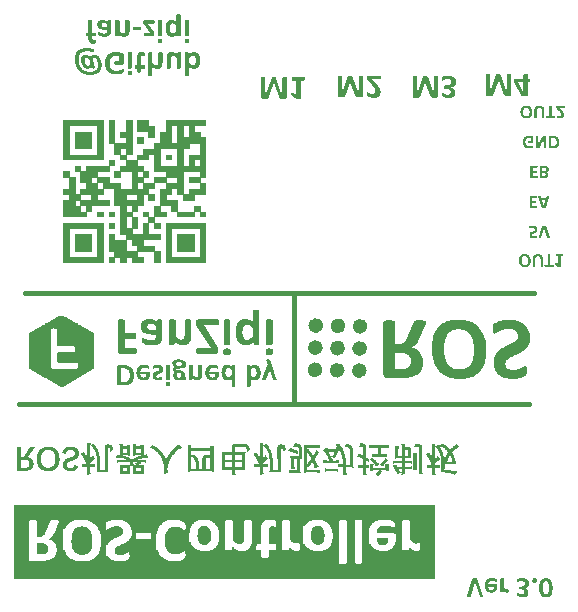
<source format=gbo>
G04*
G04 #@! TF.GenerationSoftware,Altium Limited,Altium Designer,21.5.1 (32)*
G04*
G04 Layer_Color=32896*
%FSLAX25Y25*%
%MOIN*%
G70*
G04*
G04 #@! TF.SameCoordinates,F71DC00D-139D-4494-AD50-9C341566DFA8*
G04*
G04*
G04 #@! TF.FilePolarity,Positive*
G04*
G01*
G75*
%ADD14C,0.01500*%
%ADD93C,0.03000*%
%ADD109C,0.00200*%
G36*
X175126Y158994D02*
X175198Y158989D01*
X175265Y158983D01*
X175320D01*
X175365Y158978D01*
X175387Y158972D01*
X175398D01*
X175476Y158961D01*
X175542Y158944D01*
X175609Y158928D01*
X175664Y158917D01*
X175715Y158900D01*
X175748Y158889D01*
X175776Y158878D01*
X175781D01*
X175909Y158822D01*
X175964Y158800D01*
X176014Y158773D01*
X176053Y158750D01*
X176081Y158734D01*
X176103Y158722D01*
X176109Y158717D01*
X176164Y158678D01*
X176214Y158639D01*
X176253Y158595D01*
X176292Y158562D01*
X176325Y158528D01*
X176347Y158501D01*
X176358Y158484D01*
X176364Y158478D01*
X176436Y158373D01*
X176469Y158317D01*
X176491Y158267D01*
X176508Y158223D01*
X176525Y158190D01*
X176536Y158168D01*
Y158162D01*
X176558Y158095D01*
X176569Y158023D01*
X176580Y157957D01*
X176591Y157896D01*
Y157840D01*
X176597Y157801D01*
Y157773D01*
Y157762D01*
Y157685D01*
X176586Y157613D01*
X176575Y157551D01*
X176564Y157496D01*
X176552Y157446D01*
X176541Y157413D01*
X176536Y157390D01*
X176530Y157385D01*
X176508Y157324D01*
X176480Y157263D01*
X176447Y157213D01*
X176419Y157168D01*
X176397Y157135D01*
X176375Y157107D01*
X176364Y157091D01*
X176358Y157085D01*
X176269Y156997D01*
X176225Y156963D01*
X176186Y156935D01*
X176153Y156913D01*
X176125Y156897D01*
X176103Y156885D01*
X176097Y156880D01*
X175986Y156824D01*
X175931Y156808D01*
X175881Y156791D01*
X175837Y156780D01*
X175803Y156769D01*
X175781Y156763D01*
X175776D01*
X175870Y156719D01*
X175909Y156697D01*
X175948Y156680D01*
X175975Y156658D01*
X175997Y156641D01*
X176009Y156636D01*
X176014Y156630D01*
X176092Y156564D01*
X176147Y156502D01*
X176170Y156480D01*
X176186Y156458D01*
X176192Y156447D01*
X176197Y156441D01*
X176247Y156358D01*
X176286Y156275D01*
X176297Y156247D01*
X176308Y156219D01*
X176314Y156203D01*
Y156197D01*
X176336Y156097D01*
X176342Y156047D01*
X176347Y156003D01*
X176353Y155970D01*
Y155942D01*
Y155920D01*
Y155914D01*
X176347Y155820D01*
X176336Y155731D01*
X176319Y155648D01*
X176303Y155581D01*
X176286Y155526D01*
X176269Y155481D01*
X176258Y155459D01*
X176253Y155448D01*
X176214Y155376D01*
X176170Y155315D01*
X176125Y155254D01*
X176081Y155209D01*
X176036Y155171D01*
X176003Y155143D01*
X175981Y155126D01*
X175975Y155121D01*
X175903Y155076D01*
X175831Y155037D01*
X175759Y155004D01*
X175687Y154976D01*
X175626Y154954D01*
X175576Y154937D01*
X175542Y154932D01*
X175537Y154926D01*
X175531D01*
X175431Y154904D01*
X175320Y154887D01*
X175215Y154876D01*
X175110Y154865D01*
X175021D01*
X174982Y154860D01*
X173805D01*
X173772Y154871D01*
X173716Y154893D01*
X173694Y154904D01*
X173678Y154915D01*
X173672Y154921D01*
X173667Y154926D01*
X173644Y154954D01*
X173628Y154982D01*
X173611Y155048D01*
X173605Y155076D01*
X173600Y155104D01*
Y155121D01*
Y155126D01*
Y158739D01*
X173605Y158789D01*
X173611Y158828D01*
X173622Y158861D01*
X173633Y158889D01*
X173644Y158911D01*
X173655Y158928D01*
X173667Y158933D01*
Y158939D01*
X173694Y158961D01*
X173728Y158972D01*
X173783Y158994D01*
X173805D01*
X173827Y159000D01*
X175037D01*
X175126Y158994D01*
D02*
G37*
G36*
X172751D02*
X172762Y158989D01*
X172773Y158983D01*
X172778D01*
X172795Y158967D01*
X172812Y158950D01*
X172817Y158933D01*
X172823Y158928D01*
X172834Y158895D01*
X172840Y158861D01*
X172845Y158839D01*
Y158828D01*
X172851Y158778D01*
X172856Y158728D01*
Y158706D01*
Y158689D01*
Y158678D01*
Y158673D01*
Y158606D01*
X172851Y158562D01*
X172845Y158528D01*
Y158517D01*
X172840Y158478D01*
X172834Y158445D01*
X172828Y158423D01*
X172823Y158417D01*
X172812Y158389D01*
X172795Y158373D01*
X172784Y158367D01*
X172778Y158362D01*
X172762Y158351D01*
X172745Y158340D01*
X171241D01*
Y157174D01*
X172490D01*
X172523Y157168D01*
X172534Y157163D01*
X172540D01*
X172556Y157146D01*
X172573Y157130D01*
X172579Y157113D01*
X172584Y157107D01*
X172595Y157074D01*
X172601Y157046D01*
X172606Y157024D01*
Y157013D01*
X172612Y156963D01*
X172618Y156913D01*
Y156891D01*
Y156874D01*
Y156863D01*
Y156858D01*
Y156797D01*
X172612Y156747D01*
X172606Y156719D01*
Y156708D01*
X172601Y156663D01*
X172595Y156630D01*
X172590Y156614D01*
X172584Y156608D01*
X172573Y156580D01*
X172556Y156564D01*
X172545Y156558D01*
X172540Y156552D01*
X172523Y156541D01*
X172506Y156530D01*
X171241D01*
Y155520D01*
X172717D01*
X172740Y155515D01*
X172751Y155509D01*
X172762Y155503D01*
X172767D01*
X172784Y155487D01*
X172795Y155470D01*
X172806Y155454D01*
Y155448D01*
X172817Y155415D01*
X172823Y155381D01*
X172828Y155359D01*
Y155348D01*
X172834Y155298D01*
X172840Y155248D01*
Y155231D01*
Y155215D01*
Y155204D01*
Y155198D01*
Y155132D01*
X172834Y155082D01*
X172828Y155048D01*
Y155037D01*
X172823Y154999D01*
X172817Y154965D01*
X172812Y154943D01*
X172806Y154937D01*
X172795Y154910D01*
X172778Y154887D01*
X172773Y154882D01*
X172767Y154876D01*
X172751Y154865D01*
X172734Y154860D01*
X170608D01*
X170575Y154871D01*
X170520Y154893D01*
X170498Y154904D01*
X170481Y154915D01*
X170475Y154921D01*
X170470Y154926D01*
X170448Y154954D01*
X170431Y154982D01*
X170414Y155048D01*
X170409Y155076D01*
X170403Y155104D01*
Y155121D01*
Y155126D01*
Y158739D01*
X170409Y158789D01*
X170414Y158828D01*
X170425Y158861D01*
X170436Y158889D01*
X170448Y158911D01*
X170459Y158928D01*
X170470Y158933D01*
Y158939D01*
X170498Y158961D01*
X170531Y158972D01*
X170586Y158994D01*
X170608D01*
X170631Y159000D01*
X172729D01*
X172751Y158994D01*
D02*
G37*
G36*
X139214Y188893D02*
X139253D01*
X139292Y188883D01*
X139312D01*
X139399Y188874D01*
X139467Y188864D01*
X139516Y188845D01*
X139525D01*
X139574Y188825D01*
X139613Y188796D01*
X139623Y188786D01*
X139632Y188776D01*
X139652Y188738D01*
X139671Y188708D01*
Y188679D01*
Y188670D01*
Y182215D01*
X139662Y182118D01*
X139652Y182041D01*
X139642Y181992D01*
X139632Y181972D01*
X139603Y181895D01*
X139564Y181836D01*
X139535Y181798D01*
X139525Y181788D01*
X139467Y181739D01*
X139409Y181700D01*
X139360Y181681D01*
X139350Y181671D01*
X139341D01*
X139253Y181642D01*
X139175Y181632D01*
X139117Y181623D01*
X138097D01*
X137951Y181632D01*
X137834Y181642D01*
X137795Y181652D01*
X137756Y181661D01*
X137737Y181671D01*
X137727D01*
X137620Y181710D01*
X137533Y181759D01*
X137475Y181798D01*
X137465Y181807D01*
X137455Y181817D01*
X137377Y181895D01*
X137319Y181982D01*
X137290Y182021D01*
X137280Y182050D01*
X137261Y182070D01*
Y182079D01*
X137202Y182206D01*
X137154Y182332D01*
X137134Y182390D01*
X137115Y182429D01*
X137105Y182458D01*
Y182468D01*
X135472Y186784D01*
X135453D01*
X133878Y182458D01*
X133820Y182303D01*
X133800Y182235D01*
X133771Y182177D01*
X133752Y182128D01*
X133732Y182099D01*
X133713Y182079D01*
Y182070D01*
X133645Y181963D01*
X133567Y181875D01*
X133509Y181827D01*
X133499Y181807D01*
X133489D01*
X133392Y181749D01*
X133285Y181700D01*
X133246Y181691D01*
X133207Y181681D01*
X133188Y181671D01*
X133178D01*
X133033Y181642D01*
X132887Y181632D01*
X132828Y181623D01*
X131769D01*
X131681Y181632D01*
X131604Y181642D01*
X131536Y181671D01*
X131477Y181700D01*
X131429Y181729D01*
X131400Y181749D01*
X131380Y181768D01*
X131370Y181778D01*
X131322Y181836D01*
X131283Y181914D01*
X131263Y181982D01*
X131244Y182050D01*
X131234Y182118D01*
X131225Y182167D01*
Y182206D01*
Y182215D01*
Y188670D01*
X131234Y188708D01*
X131244Y188747D01*
X131254Y188767D01*
Y188776D01*
X131283Y188806D01*
X131322Y188825D01*
X131351Y188835D01*
X131361Y188845D01*
X131429Y188864D01*
X131497Y188874D01*
X131555Y188883D01*
X131574D01*
X131681Y188893D01*
X131798Y188903D01*
X132051D01*
X132158Y188893D01*
X132197D01*
X132226Y188883D01*
X132245D01*
X132333Y188874D01*
X132401Y188864D01*
X132449Y188845D01*
X132459D01*
X132517Y188825D01*
X132546Y188796D01*
X132566Y188786D01*
X132576Y188776D01*
X132595Y188738D01*
X132615Y188708D01*
Y188679D01*
Y188670D01*
Y182770D01*
X132624D01*
X134656Y188670D01*
X134666Y188708D01*
X134685Y188747D01*
X134704Y188767D01*
X134714Y188776D01*
X134763Y188806D01*
X134811Y188825D01*
X134850Y188835D01*
X134860Y188845D01*
X134928Y188864D01*
X134996Y188874D01*
X135054Y188883D01*
X135074D01*
X135181Y188893D01*
X135287Y188903D01*
X135530D01*
X135637Y188893D01*
X135725D01*
X135822Y188883D01*
X135890Y188874D01*
X135929Y188864D01*
X135949D01*
X136007Y188835D01*
X136046Y188815D01*
X136075Y188796D01*
X136085Y188786D01*
X136143Y188708D01*
X136153Y188679D01*
X136162Y188670D01*
X138262Y182770D01*
X138281D01*
Y188670D01*
X138291Y188708D01*
X138301Y188747D01*
X138311Y188767D01*
Y188776D01*
X138340Y188806D01*
X138379Y188825D01*
X138408Y188835D01*
X138417Y188845D01*
X138485Y188864D01*
X138554Y188874D01*
X138612Y188883D01*
X138631D01*
X138738Y188893D01*
X138855Y188903D01*
X139108D01*
X139214Y188893D01*
D02*
G37*
G36*
X143200Y188990D02*
X143413Y188981D01*
X143598Y188951D01*
X143773Y188922D01*
X143909Y188903D01*
X144016Y188874D01*
X144055Y188864D01*
X144084D01*
X144094Y188854D01*
X144104D01*
X144288Y188796D01*
X144463Y188728D01*
X144609Y188650D01*
X144735Y188582D01*
X144842Y188524D01*
X144920Y188475D01*
X144969Y188436D01*
X144988Y188426D01*
X145115Y188310D01*
X145231Y188193D01*
X145328Y188077D01*
X145416Y187960D01*
X145474Y187863D01*
X145523Y187785D01*
X145552Y187736D01*
X145562Y187717D01*
X145630Y187552D01*
X145688Y187387D01*
X145727Y187231D01*
X145746Y187075D01*
X145766Y186949D01*
X145775Y186842D01*
Y186803D01*
Y186774D01*
Y186764D01*
Y186755D01*
Y186638D01*
X145756Y186521D01*
X145737Y186424D01*
X145717Y186337D01*
X145698Y186259D01*
X145678Y186201D01*
X145668Y186162D01*
X145659Y186152D01*
X145562Y185958D01*
X145503Y185870D01*
X145455Y185792D01*
X145406Y185734D01*
X145367Y185686D01*
X145338Y185656D01*
X145328Y185647D01*
X145163Y185491D01*
X145076Y185423D01*
X144998Y185365D01*
X144930Y185326D01*
X144871Y185297D01*
X144833Y185277D01*
X144823Y185267D01*
X144590Y185180D01*
X144473Y185141D01*
X144366Y185112D01*
X144279Y185093D01*
X144211Y185083D01*
X144162Y185073D01*
X144142D01*
Y185063D01*
X144259Y185034D01*
X144366Y184995D01*
X144463Y184957D01*
X144541Y184918D01*
X144609Y184879D01*
X144667Y184859D01*
X144696Y184840D01*
X144706Y184830D01*
X144794Y184762D01*
X144871Y184704D01*
X144939Y184636D01*
X144998Y184577D01*
X145046Y184519D01*
X145076Y184480D01*
X145095Y184451D01*
X145105Y184441D01*
X145212Y184266D01*
X145260Y184179D01*
X145289Y184101D01*
X145319Y184033D01*
X145338Y183984D01*
X145358Y183946D01*
Y183936D01*
X145406Y183712D01*
X145425Y183615D01*
X145435Y183518D01*
X145445Y183430D01*
Y183372D01*
Y183324D01*
Y183314D01*
X145435Y183158D01*
X145425Y183012D01*
X145396Y182886D01*
X145377Y182770D01*
X145348Y182682D01*
X145319Y182614D01*
X145309Y182575D01*
X145299Y182556D01*
X145241Y182429D01*
X145173Y182322D01*
X145105Y182225D01*
X145027Y182138D01*
X144969Y182070D01*
X144920Y182021D01*
X144881Y181992D01*
X144871Y181982D01*
X144764Y181895D01*
X144648Y181827D01*
X144541Y181768D01*
X144434Y181710D01*
X144337Y181671D01*
X144259Y181642D01*
X144211Y181632D01*
X144191Y181623D01*
X144035Y181584D01*
X143880Y181545D01*
X143725Y181525D01*
X143579Y181516D01*
X143452Y181506D01*
X143355Y181496D01*
X143122D01*
X142976Y181506D01*
X142850Y181516D01*
X142743Y181535D01*
X142646Y181545D01*
X142578Y181564D01*
X142539Y181574D01*
X142519D01*
X142393Y181603D01*
X142276Y181632D01*
X142179Y181661D01*
X142082Y181691D01*
X142014Y181710D01*
X141955Y181729D01*
X141917Y181739D01*
X141907Y181749D01*
X141810Y181788D01*
X141732Y181817D01*
X141654Y181856D01*
X141586Y181885D01*
X141537Y181914D01*
X141499Y181934D01*
X141479Y181943D01*
X141470Y181953D01*
X141411Y181992D01*
X141363Y182021D01*
X141295Y182070D01*
X141256Y182099D01*
X141246Y182108D01*
X141207Y182147D01*
X141178Y182177D01*
X141168Y182196D01*
X141158Y182206D01*
X141129Y182274D01*
X141120Y182303D01*
Y182313D01*
X141110Y182361D01*
Y182410D01*
X141100Y182449D01*
Y182468D01*
Y182546D01*
Y182614D01*
Y182672D01*
Y182692D01*
Y182701D01*
Y182818D01*
X141110Y182896D01*
Y182954D01*
Y182964D01*
Y182974D01*
X141120Y183042D01*
X141129Y183100D01*
X141139Y183129D01*
Y183139D01*
X141158Y183168D01*
X141168Y183187D01*
X141188Y183207D01*
X141246Y183226D01*
X141275D01*
X141333Y183217D01*
X141401Y183178D01*
X141460Y183149D01*
X141470Y183139D01*
X141479D01*
X141596Y183071D01*
X141712Y183012D01*
X141761Y182983D01*
X141800Y182964D01*
X141819Y182944D01*
X141829D01*
X141985Y182867D01*
X142130Y182808D01*
X142199Y182779D01*
X142247Y182770D01*
X142276Y182750D01*
X142286D01*
X142480Y182701D01*
X142578Y182682D01*
X142665Y182672D01*
X142733Y182663D01*
X142840D01*
X143015Y182672D01*
X143093Y182682D01*
X143151Y182701D01*
X143209Y182711D01*
X143248Y182731D01*
X143268Y182740D01*
X143277D01*
X143404Y182799D01*
X143511Y182867D01*
X143540Y182886D01*
X143569Y182915D01*
X143579Y182925D01*
X143588Y182935D01*
X143666Y183032D01*
X143725Y183119D01*
X143744Y183158D01*
X143763Y183187D01*
X143773Y183207D01*
Y183217D01*
X143812Y183343D01*
X143831Y183450D01*
X143841Y183499D01*
Y183537D01*
Y183557D01*
Y183566D01*
X143822Y183741D01*
X143812Y183819D01*
X143792Y183878D01*
X143773Y183936D01*
X143763Y183975D01*
X143744Y184004D01*
Y184014D01*
X143666Y184150D01*
X143579Y184257D01*
X143540Y184295D01*
X143511Y184325D01*
X143491Y184344D01*
X143482Y184354D01*
X143345Y184441D01*
X143209Y184509D01*
X143151Y184538D01*
X143102Y184548D01*
X143073Y184568D01*
X143063D01*
X142869Y184607D01*
X142772Y184616D01*
X142684Y184626D01*
X142607Y184636D01*
X141810D01*
X141771Y184645D01*
X141751Y184655D01*
X141742Y184665D01*
X141712Y184684D01*
X141693Y184713D01*
X141674Y184733D01*
X141664Y184743D01*
X141644Y184791D01*
X141635Y184850D01*
X141625Y184888D01*
Y184898D01*
Y184908D01*
X141615Y184986D01*
Y185073D01*
Y185112D01*
Y185141D01*
Y185161D01*
Y185170D01*
Y185287D01*
X141625Y185374D01*
Y185433D01*
Y185442D01*
Y185452D01*
X141635Y185520D01*
X141644Y185579D01*
X141664Y185608D01*
Y185617D01*
X141693Y185656D01*
X141722Y185676D01*
X141742Y185695D01*
X141751D01*
X141800Y185705D01*
X141839Y185715D01*
X142655D01*
X142782Y185724D01*
X142898Y185744D01*
X142996Y185754D01*
X143073Y185773D01*
X143141Y185792D01*
X143180Y185802D01*
X143190D01*
X143297Y185831D01*
X143394Y185870D01*
X143472Y185909D01*
X143550Y185938D01*
X143598Y185977D01*
X143647Y185996D01*
X143666Y186016D01*
X143676Y186026D01*
X143802Y186133D01*
X143900Y186249D01*
X143929Y186298D01*
X143948Y186327D01*
X143967Y186356D01*
Y186366D01*
X144006Y186444D01*
X144026Y186521D01*
X144065Y186658D01*
Y186725D01*
X144074Y186774D01*
Y186803D01*
Y186813D01*
X144065Y186978D01*
X144045Y187046D01*
X144035Y187105D01*
X144016Y187163D01*
X143997Y187202D01*
X143987Y187221D01*
Y187231D01*
X143919Y187357D01*
X143841Y187464D01*
X143802Y187503D01*
X143773Y187523D01*
X143754Y187542D01*
X143744Y187552D01*
X143608Y187639D01*
X143482Y187707D01*
X143423Y187727D01*
X143375Y187746D01*
X143345Y187756D01*
X143336D01*
X143151Y187795D01*
X143063Y187804D01*
X142986Y187814D01*
X142908Y187824D01*
X142665D01*
X142548Y187814D01*
X142432Y187804D01*
X142334Y187785D01*
X142257Y187775D01*
X142199Y187766D01*
X142160Y187756D01*
X142150D01*
X142053Y187727D01*
X141955Y187698D01*
X141868Y187668D01*
X141800Y187639D01*
X141742Y187620D01*
X141693Y187600D01*
X141664Y187591D01*
X141654D01*
X141508Y187532D01*
X141450Y187503D01*
X141401Y187474D01*
X141363Y187454D01*
X141333Y187435D01*
X141314Y187425D01*
X141304D01*
X141217Y187377D01*
X141158Y187357D01*
X141120Y187348D01*
X141081D01*
X141051Y187367D01*
X141013Y187396D01*
X140983Y187435D01*
X140974Y187445D01*
Y187454D01*
X140964Y187503D01*
X140954Y187561D01*
X140945Y187688D01*
X140935Y187746D01*
Y187785D01*
Y187824D01*
Y187834D01*
Y187941D01*
Y188028D01*
Y188086D01*
Y188096D01*
Y188106D01*
X140945Y188183D01*
X140954Y188242D01*
X140964Y188290D01*
Y188300D01*
X140983Y188358D01*
X140993Y188397D01*
X141003Y188426D01*
Y188436D01*
X141051Y188504D01*
X141071Y188524D01*
X141081Y188533D01*
X141139Y188572D01*
X141207Y188611D01*
X141265Y188640D01*
X141285Y188660D01*
X141295D01*
X141431Y188718D01*
X141557Y188776D01*
X141615Y188796D01*
X141664Y188815D01*
X141693Y188825D01*
X141703D01*
X141897Y188874D01*
X141994Y188893D01*
X142082Y188912D01*
X142160Y188922D01*
X142218Y188932D01*
X142266Y188942D01*
X142276D01*
X142529Y188971D01*
X142646Y188990D01*
X142753D01*
X142840Y189000D01*
X142976D01*
X143200Y188990D01*
D02*
G37*
G36*
X53390Y209490D02*
X53429D01*
X53458Y209481D01*
X53477D01*
X53565Y209461D01*
X53633Y209451D01*
X53681Y209432D01*
X53691D01*
X53750Y209403D01*
X53779Y209383D01*
X53798Y209364D01*
X53808Y209354D01*
X53827Y209315D01*
X53847Y209286D01*
Y209267D01*
Y209257D01*
Y202288D01*
Y202249D01*
X53837Y202220D01*
X53827Y202200D01*
X53818Y202191D01*
X53788Y202161D01*
X53759Y202132D01*
X53730Y202122D01*
X53720Y202113D01*
X53662Y202093D01*
X53604Y202084D01*
X53555Y202074D01*
X53536D01*
X53439Y202064D01*
X53351Y202055D01*
X53137D01*
X53040Y202064D01*
X52982Y202074D01*
X52962D01*
X52884Y202084D01*
X52826Y202093D01*
X52787Y202103D01*
X52777Y202113D01*
X52739Y202132D01*
X52700Y202161D01*
X52690Y202181D01*
X52680Y202191D01*
X52661Y202220D01*
X52651Y202249D01*
Y202278D01*
Y202288D01*
Y202832D01*
X52476Y202667D01*
X52398Y202599D01*
X52330Y202540D01*
X52272Y202492D01*
X52233Y202453D01*
X52204Y202434D01*
X52194Y202424D01*
X52048Y202317D01*
X51922Y202229D01*
X51864Y202200D01*
X51825Y202181D01*
X51806Y202161D01*
X51796D01*
X51660Y202093D01*
X51533Y202045D01*
X51485Y202035D01*
X51446Y202025D01*
X51426Y202016D01*
X51417D01*
X51281Y201986D01*
X51154Y201977D01*
X51106Y201967D01*
X51028D01*
X50833Y201977D01*
X50649Y201996D01*
X50484Y202035D01*
X50348Y202064D01*
X50231Y202103D01*
X50143Y202142D01*
X50095Y202161D01*
X50075Y202171D01*
X49930Y202259D01*
X49793Y202346D01*
X49677Y202443D01*
X49580Y202540D01*
X49492Y202628D01*
X49434Y202696D01*
X49395Y202735D01*
X49385Y202754D01*
X49288Y202900D01*
X49201Y203056D01*
X49123Y203201D01*
X49064Y203347D01*
X49016Y203474D01*
X48987Y203571D01*
X48977Y203610D01*
X48967Y203639D01*
X48958Y203649D01*
Y203658D01*
X48909Y203862D01*
X48880Y204066D01*
X48851Y204271D01*
X48841Y204455D01*
X48831Y204611D01*
X48821Y204679D01*
Y204737D01*
Y204786D01*
Y204825D01*
Y204844D01*
Y204854D01*
X48831Y205058D01*
X48841Y205252D01*
X48860Y205437D01*
X48880Y205593D01*
X48899Y205729D01*
X48909Y205826D01*
X48919Y205865D01*
X48928Y205894D01*
Y205904D01*
Y205913D01*
X48977Y206088D01*
X49035Y206263D01*
X49094Y206409D01*
X49152Y206535D01*
X49201Y206642D01*
X49249Y206720D01*
X49278Y206769D01*
X49288Y206788D01*
X49385Y206914D01*
X49492Y207041D01*
X49589Y207138D01*
X49687Y207225D01*
X49774Y207294D01*
X49852Y207342D01*
X49891Y207371D01*
X49910Y207381D01*
X50066Y207449D01*
X50221Y207507D01*
X50377Y207546D01*
X50532Y207566D01*
X50659Y207585D01*
X50766Y207595D01*
X50853D01*
X51008Y207585D01*
X51086Y207575D01*
X51145Y207566D01*
X51193D01*
X51242Y207556D01*
X51261Y207546D01*
X51271D01*
X51417Y207507D01*
X51543Y207469D01*
X51601Y207459D01*
X51640Y207439D01*
X51660Y207430D01*
X51669D01*
X51815Y207362D01*
X51932Y207294D01*
X51981Y207264D01*
X52019Y207235D01*
X52039Y207225D01*
X52048Y207216D01*
X52194Y207099D01*
X52321Y206992D01*
X52369Y206953D01*
X52408Y206914D01*
X52437Y206895D01*
X52447Y206885D01*
Y209257D01*
X52457Y209296D01*
X52466Y209325D01*
X52476Y209345D01*
Y209354D01*
X52505Y209383D01*
X52544Y209413D01*
X52573Y209422D01*
X52583Y209432D01*
X52651Y209451D01*
X52719Y209471D01*
X52777Y209481D01*
X52797D01*
X52914Y209490D01*
X53021Y209500D01*
X53283D01*
X53390Y209490D01*
D02*
G37*
G36*
X40482Y205223D02*
X40521Y205213D01*
X40579Y205165D01*
X40618Y205126D01*
X40628Y205116D01*
Y205107D01*
X40647Y205048D01*
X40666Y204980D01*
X40686Y204834D01*
X40696Y204757D01*
Y204698D01*
Y204659D01*
Y204650D01*
Y204543D01*
X40686Y204455D01*
X40676Y204407D01*
Y204387D01*
X40666Y204310D01*
X40647Y204251D01*
X40637Y204212D01*
X40628Y204203D01*
X40608Y204154D01*
X40579Y204125D01*
X40560Y204115D01*
X40550Y204105D01*
X40511Y204086D01*
X40472Y204076D01*
X38110D01*
X38061Y204086D01*
X38013Y204096D01*
X37955Y204144D01*
X37916Y204193D01*
X37906Y204203D01*
Y204212D01*
X37887Y204271D01*
X37877Y204329D01*
X37857Y204475D01*
X37848Y204543D01*
Y204601D01*
Y204640D01*
Y204650D01*
Y204757D01*
X37857Y204854D01*
X37867Y204932D01*
X37877Y205000D01*
X37887Y205048D01*
X37896Y205077D01*
X37906Y205097D01*
Y205107D01*
X37935Y205145D01*
X37964Y205175D01*
X38032Y205213D01*
X38091Y205233D01*
X40433D01*
X40482Y205223D01*
D02*
G37*
G36*
X36380Y207488D02*
X36419D01*
X36458Y207478D01*
X36477D01*
X36565Y207469D01*
X36633Y207459D01*
X36681Y207449D01*
X36691D01*
X36749Y207430D01*
X36778Y207400D01*
X36798Y207391D01*
X36808Y207381D01*
X36827Y207342D01*
X36846Y207313D01*
Y207284D01*
Y207274D01*
Y204193D01*
Y203998D01*
X36827Y203823D01*
X36817Y203668D01*
X36798Y203532D01*
X36778Y203425D01*
X36769Y203338D01*
X36749Y203289D01*
Y203270D01*
X36710Y203133D01*
X36662Y202997D01*
X36613Y202890D01*
X36555Y202783D01*
X36516Y202706D01*
X36477Y202647D01*
X36448Y202608D01*
X36438Y202599D01*
X36351Y202492D01*
X36263Y202404D01*
X36166Y202327D01*
X36069Y202259D01*
X35991Y202210D01*
X35923Y202171D01*
X35884Y202152D01*
X35865Y202142D01*
X35729Y202084D01*
X35583Y202045D01*
X35437Y202006D01*
X35311Y201986D01*
X35184Y201977D01*
X35097Y201967D01*
X35009D01*
X34834Y201977D01*
X34669Y202006D01*
X34523Y202035D01*
X34387Y202074D01*
X34271Y202122D01*
X34193Y202152D01*
X34135Y202181D01*
X34125Y202191D01*
X34115D01*
X33960Y202288D01*
X33804Y202385D01*
X33658Y202502D01*
X33532Y202608D01*
X33425Y202706D01*
X33338Y202783D01*
X33289Y202842D01*
X33279Y202852D01*
X33270Y202861D01*
Y202288D01*
Y202249D01*
X33260Y202220D01*
X33250Y202200D01*
X33240Y202191D01*
X33211Y202161D01*
X33182Y202132D01*
X33153Y202122D01*
X33143Y202113D01*
X33094Y202093D01*
X33036Y202084D01*
X32988Y202074D01*
X32968D01*
X32871Y202064D01*
X32783Y202055D01*
X32560D01*
X32463Y202064D01*
X32404Y202074D01*
X32385D01*
X32307Y202084D01*
X32249Y202093D01*
X32200Y202103D01*
X32191Y202113D01*
X32152Y202132D01*
X32113Y202161D01*
X32103Y202181D01*
X32093Y202191D01*
X32074Y202249D01*
Y202278D01*
Y202288D01*
Y207274D01*
X32084Y207313D01*
X32093Y207352D01*
X32103Y207371D01*
Y207381D01*
X32132Y207410D01*
X32171Y207430D01*
X32200Y207439D01*
X32210Y207449D01*
X32278Y207459D01*
X32356Y207469D01*
X32414Y207478D01*
X32434D01*
X32541Y207488D01*
X32657Y207498D01*
X32910D01*
X33017Y207488D01*
X33056D01*
X33094Y207478D01*
X33114D01*
X33201Y207469D01*
X33270Y207459D01*
X33318Y207449D01*
X33328D01*
X33386Y207430D01*
X33415Y207400D01*
X33435Y207391D01*
X33444Y207381D01*
X33464Y207342D01*
X33483Y207313D01*
Y207284D01*
Y207274D01*
Y203960D01*
X33590Y203833D01*
X33697Y203717D01*
X33794Y203619D01*
X33872Y203542D01*
X33950Y203474D01*
X33999Y203435D01*
X34037Y203406D01*
X34047Y203396D01*
X34144Y203328D01*
X34251Y203279D01*
X34339Y203240D01*
X34426Y203221D01*
X34494Y203201D01*
X34543Y203192D01*
X34591D01*
X34737Y203201D01*
X34805Y203221D01*
X34854Y203231D01*
X34902Y203250D01*
X34932Y203270D01*
X34951Y203279D01*
X34961D01*
X35068Y203347D01*
X35155Y203425D01*
X35204Y203483D01*
X35223Y203503D01*
Y203513D01*
X35291Y203629D01*
X35340Y203746D01*
X35359Y203794D01*
X35369Y203823D01*
X35379Y203853D01*
Y203862D01*
X35398Y203950D01*
X35418Y204037D01*
X35427Y204222D01*
X35437Y204310D01*
Y204378D01*
Y204416D01*
Y204436D01*
Y207274D01*
X35447Y207313D01*
X35456Y207352D01*
X35466Y207371D01*
Y207381D01*
X35495Y207410D01*
X35534Y207430D01*
X35563Y207439D01*
X35573Y207449D01*
X35641Y207459D01*
X35719Y207469D01*
X35777Y207478D01*
X35797D01*
X35904Y207488D01*
X36020Y207498D01*
X36273D01*
X36380Y207488D01*
D02*
G37*
G36*
X28089Y207585D02*
X28254Y207566D01*
X28400Y207537D01*
X28536Y207498D01*
X28643Y207469D01*
X28721Y207439D01*
X28769Y207420D01*
X28789Y207410D01*
X28934Y207332D01*
X29070Y207255D01*
X29187Y207167D01*
X29294Y207080D01*
X29381Y207012D01*
X29440Y206953D01*
X29488Y206905D01*
X29498Y206895D01*
Y207294D01*
X29508Y207342D01*
X29527Y207381D01*
X29537Y207410D01*
X29547Y207420D01*
X29595Y207449D01*
X29644Y207459D01*
X29683Y207478D01*
X29702D01*
X29751Y207488D01*
X29809D01*
X29936Y207498D01*
X30227D01*
X30285Y207488D01*
X30373D01*
X30402Y207478D01*
X30422D01*
X30499Y207459D01*
X30558Y207439D01*
X30597Y207430D01*
X30606Y207420D01*
X30645Y207381D01*
X30655Y207342D01*
X30665Y207303D01*
Y207294D01*
Y203940D01*
X30655Y203755D01*
X30645Y203580D01*
X30626Y203435D01*
X30606Y203308D01*
X30577Y203201D01*
X30558Y203124D01*
X30548Y203075D01*
X30538Y203056D01*
X30490Y202920D01*
X30422Y202803D01*
X30354Y202696D01*
X30295Y202608D01*
X30237Y202540D01*
X30188Y202482D01*
X30149Y202453D01*
X30140Y202443D01*
X30033Y202356D01*
X29926Y202288D01*
X29809Y202220D01*
X29702Y202171D01*
X29605Y202132D01*
X29527Y202103D01*
X29479Y202093D01*
X29469Y202084D01*
X29459D01*
X29294Y202045D01*
X29129Y202016D01*
X28954Y201996D01*
X28798Y201977D01*
X28662D01*
X28546Y201967D01*
X28448D01*
X28205Y201977D01*
X28098Y201986D01*
X28001Y201996D01*
X27924Y202006D01*
X27865Y202016D01*
X27817Y202025D01*
X27807D01*
X27583Y202064D01*
X27486Y202093D01*
X27408Y202113D01*
X27331Y202132D01*
X27282Y202142D01*
X27243Y202161D01*
X27233D01*
X27049Y202220D01*
X26971Y202249D01*
X26903Y202278D01*
X26845Y202297D01*
X26806Y202317D01*
X26776Y202336D01*
X26767D01*
X26699Y202375D01*
X26640Y202404D01*
X26592Y202434D01*
X26563Y202463D01*
X26514Y202502D01*
X26495Y202521D01*
X26446Y202579D01*
X26417Y202638D01*
X26397Y202686D01*
X26388Y202696D01*
Y202706D01*
X26378Y202793D01*
X26368Y202881D01*
Y202920D01*
Y202949D01*
Y202968D01*
Y202978D01*
Y203065D01*
X26378Y203143D01*
Y203192D01*
Y203201D01*
Y203211D01*
X26397Y203289D01*
X26407Y203347D01*
X26427Y203386D01*
Y203396D01*
X26456Y203444D01*
X26475Y203474D01*
X26495Y203493D01*
X26504Y203503D01*
X26543Y203522D01*
X26582Y203532D01*
X26611Y203542D01*
X26621D01*
X26689Y203532D01*
X26767Y203503D01*
X26825Y203474D01*
X26835Y203464D01*
X26845D01*
X26961Y203406D01*
X27078Y203347D01*
X27126Y203328D01*
X27165Y203308D01*
X27194Y203299D01*
X27204D01*
X27369Y203231D01*
X27457Y203201D01*
X27525Y203172D01*
X27593Y203153D01*
X27642Y203133D01*
X27681Y203124D01*
X27690D01*
X27914Y203075D01*
X28021Y203056D01*
X28118Y203046D01*
X28205Y203036D01*
X28429D01*
X28516Y203046D01*
X28594Y203056D01*
X28662Y203065D01*
X28711Y203075D01*
X28750Y203085D01*
X28769Y203095D01*
X28779D01*
X28905Y203143D01*
X28993Y203201D01*
X29051Y203250D01*
X29070Y203260D01*
Y203270D01*
X29148Y203367D01*
X29197Y203454D01*
X29216Y203503D01*
X29226Y203532D01*
X29236Y203551D01*
Y203561D01*
X29265Y203697D01*
X29275Y203833D01*
X29284Y203882D01*
Y203930D01*
Y203960D01*
Y203969D01*
Y204271D01*
X28546D01*
X28332Y204290D01*
X28128Y204300D01*
X27962Y204319D01*
X27817Y204339D01*
X27758Y204348D01*
X27710Y204358D01*
X27671Y204368D01*
X27642D01*
X27632Y204378D01*
X27622D01*
X27437Y204416D01*
X27282Y204465D01*
X27136Y204514D01*
X27010Y204572D01*
X26913Y204611D01*
X26835Y204650D01*
X26796Y204679D01*
X26776Y204689D01*
X26660Y204766D01*
X26553Y204854D01*
X26465Y204951D01*
X26388Y205029D01*
X26339Y205107D01*
X26291Y205165D01*
X26271Y205204D01*
X26261Y205223D01*
X26203Y205350D01*
X26164Y205476D01*
X26135Y205602D01*
X26116Y205719D01*
X26106Y205826D01*
X26096Y205904D01*
Y205962D01*
Y205972D01*
Y205981D01*
X26106Y206127D01*
X26116Y206263D01*
X26135Y206380D01*
X26164Y206477D01*
X26184Y206565D01*
X26203Y206623D01*
X26213Y206672D01*
X26223Y206681D01*
X26281Y206788D01*
X26339Y206885D01*
X26407Y206973D01*
X26465Y207051D01*
X26514Y207109D01*
X26563Y207148D01*
X26592Y207177D01*
X26602Y207187D01*
X26699Y207255D01*
X26796Y207323D01*
X26893Y207371D01*
X26981Y207410D01*
X27058Y207449D01*
X27117Y207469D01*
X27165Y207478D01*
X27175Y207488D01*
X27301Y207527D01*
X27437Y207546D01*
X27554Y207566D01*
X27671Y207585D01*
X27768D01*
X27846Y207595D01*
X27914D01*
X28089Y207585D01*
D02*
G37*
G36*
X45050Y207459D02*
X45070Y207449D01*
X45079D01*
X45108Y207420D01*
X45138Y207391D01*
X45147Y207371D01*
X45157Y207362D01*
X45177Y207303D01*
X45196Y207245D01*
X45206Y207196D01*
Y207177D01*
X45215Y207080D01*
X45225Y206992D01*
Y206953D01*
Y206924D01*
Y206905D01*
Y206895D01*
Y206778D01*
X45215Y206701D01*
X45206Y206642D01*
Y206623D01*
X45186Y206555D01*
X45177Y206497D01*
X45167Y206467D01*
X45157Y206458D01*
X45138Y206419D01*
X45108Y206390D01*
X45089Y206370D01*
X45079D01*
X45040Y206351D01*
X45011Y206341D01*
X43019D01*
X44875Y203454D01*
X44914Y203396D01*
X44943Y203338D01*
X44963Y203299D01*
X44972Y203289D01*
X45002Y203231D01*
X45021Y203182D01*
X45040Y203143D01*
Y203133D01*
X45050Y203075D01*
X45060Y203017D01*
X45070Y202978D01*
Y202968D01*
X45079Y202900D01*
X45089Y202832D01*
Y202783D01*
Y202774D01*
Y202764D01*
Y202492D01*
Y202414D01*
X45079Y202346D01*
X45070Y202307D01*
X45060Y202297D01*
X45040Y202249D01*
X45021Y202210D01*
X45011Y202191D01*
X45002Y202181D01*
X44972Y202152D01*
X44943Y202132D01*
X44924Y202113D01*
X44914D01*
X44865Y202103D01*
X44827Y202093D01*
X41687D01*
X41648Y202103D01*
X41629Y202113D01*
X41619Y202122D01*
X41590Y202152D01*
X41570Y202181D01*
X41561Y202210D01*
X41551Y202220D01*
X41532Y202268D01*
X41522Y202327D01*
X41512Y202375D01*
Y202385D01*
Y202395D01*
X41502Y202482D01*
Y202570D01*
Y202599D01*
Y202628D01*
Y202647D01*
Y202657D01*
Y202764D01*
X41512Y202852D01*
X41522Y202929D01*
X41532Y202988D01*
X41541Y203036D01*
X41551Y203065D01*
X41561Y203085D01*
Y203095D01*
X41590Y203133D01*
X41619Y203163D01*
X41677Y203201D01*
X41716Y203221D01*
X43505D01*
X41629Y206117D01*
X41580Y206186D01*
X41541Y206244D01*
X41522Y206283D01*
X41512Y206292D01*
X41483Y206351D01*
X41463Y206399D01*
X41454Y206438D01*
X41444Y206448D01*
X41434Y206506D01*
X41425Y206555D01*
X41415Y206594D01*
Y206603D01*
Y206662D01*
Y206720D01*
Y206769D01*
Y206778D01*
Y206788D01*
Y207041D01*
Y207119D01*
X41425Y207187D01*
X41444Y207245D01*
X41454Y207294D01*
X41473Y207332D01*
X41483Y207352D01*
X41493Y207362D01*
Y207371D01*
X41561Y207430D01*
X41638Y207459D01*
X41697Y207469D01*
X45021D01*
X45050Y207459D01*
D02*
G37*
G36*
X56209Y207488D02*
X56248D01*
X56286Y207478D01*
X56306D01*
X56393Y207469D01*
X56461Y207459D01*
X56510Y207449D01*
X56520D01*
X56578Y207430D01*
X56607Y207400D01*
X56627Y207391D01*
X56636Y207381D01*
X56656Y207342D01*
X56675Y207313D01*
Y207284D01*
Y207274D01*
Y202297D01*
X56665Y202259D01*
X56656Y202229D01*
X56646Y202210D01*
X56636Y202200D01*
X56607Y202171D01*
X56568Y202142D01*
X56529Y202132D01*
X56520Y202122D01*
X56452Y202103D01*
X56384Y202084D01*
X56325Y202074D01*
X56306D01*
X56199Y202064D01*
X56082Y202055D01*
X55830D01*
X55723Y202064D01*
X55684D01*
X55655Y202074D01*
X55625D01*
X55538Y202093D01*
X55460Y202103D01*
X55421Y202113D01*
X55402Y202122D01*
X55353Y202142D01*
X55324Y202171D01*
X55305Y202191D01*
X55295Y202200D01*
X55276Y202229D01*
X55266Y202259D01*
Y202288D01*
Y202297D01*
Y207274D01*
X55276Y207313D01*
X55285Y207352D01*
X55295Y207371D01*
Y207381D01*
X55324Y207410D01*
X55363Y207430D01*
X55392Y207439D01*
X55402Y207449D01*
X55470Y207459D01*
X55548Y207469D01*
X55606Y207478D01*
X55625D01*
X55732Y207488D01*
X55849Y207498D01*
X56102D01*
X56209Y207488D01*
D02*
G37*
G36*
X47237D02*
X47276D01*
X47315Y207478D01*
X47334D01*
X47422Y207469D01*
X47490Y207459D01*
X47538Y207449D01*
X47548D01*
X47607Y207430D01*
X47636Y207400D01*
X47655Y207391D01*
X47665Y207381D01*
X47684Y207342D01*
X47704Y207313D01*
Y207284D01*
Y207274D01*
Y202297D01*
X47694Y202259D01*
X47684Y202229D01*
X47675Y202210D01*
X47665Y202200D01*
X47636Y202171D01*
X47597Y202142D01*
X47558Y202132D01*
X47548Y202122D01*
X47480Y202103D01*
X47412Y202084D01*
X47354Y202074D01*
X47334D01*
X47227Y202064D01*
X47111Y202055D01*
X46858D01*
X46751Y202064D01*
X46712D01*
X46683Y202074D01*
X46654D01*
X46566Y202093D01*
X46489Y202103D01*
X46450Y202113D01*
X46430Y202122D01*
X46382Y202142D01*
X46353Y202171D01*
X46333Y202191D01*
X46323Y202200D01*
X46304Y202229D01*
X46294Y202259D01*
Y202288D01*
Y202297D01*
Y207274D01*
X46304Y207313D01*
X46314Y207352D01*
X46323Y207371D01*
Y207381D01*
X46353Y207410D01*
X46391Y207430D01*
X46421Y207439D01*
X46430Y207449D01*
X46498Y207459D01*
X46576Y207469D01*
X46635Y207478D01*
X46654D01*
X46761Y207488D01*
X46878Y207498D01*
X47130D01*
X47237Y207488D01*
D02*
G37*
G36*
X56121Y201325D02*
X56257Y201306D01*
X56374Y201287D01*
X56461Y201257D01*
X56529Y201228D01*
X56568Y201199D01*
X56598Y201189D01*
X56607Y201180D01*
X56665Y201102D01*
X56704Y201014D01*
X56743Y200917D01*
X56763Y200820D01*
X56772Y200733D01*
X56782Y200655D01*
Y200606D01*
Y200587D01*
X56772Y200441D01*
X56753Y200324D01*
X56724Y200227D01*
X56695Y200149D01*
X56665Y200091D01*
X56636Y200052D01*
X56617Y200033D01*
X56607Y200023D01*
X56529Y199965D01*
X56442Y199926D01*
X56335Y199897D01*
X56228Y199877D01*
X56131Y199867D01*
X56053Y199858D01*
X55975D01*
X55810Y199867D01*
X55674Y199887D01*
X55557Y199906D01*
X55470Y199935D01*
X55402Y199974D01*
X55363Y199994D01*
X55334Y200013D01*
X55324Y200023D01*
X55266Y200091D01*
X55227Y200188D01*
X55198Y200285D01*
X55178Y200383D01*
X55169Y200470D01*
X55159Y200548D01*
Y200596D01*
Y200606D01*
Y200616D01*
X55169Y200762D01*
X55188Y200878D01*
X55208Y200976D01*
X55237Y201053D01*
X55266Y201112D01*
X55295Y201150D01*
X55305Y201170D01*
X55314Y201180D01*
X55392Y201228D01*
X55489Y201267D01*
X55587Y201296D01*
X55694Y201316D01*
X55800Y201325D01*
X55878Y201335D01*
X55956D01*
X56121Y201325D01*
D02*
G37*
G36*
X47150D02*
X47286Y201306D01*
X47402Y201287D01*
X47490Y201257D01*
X47558Y201228D01*
X47597Y201199D01*
X47626Y201189D01*
X47636Y201180D01*
X47694Y201102D01*
X47733Y201014D01*
X47772Y200917D01*
X47791Y200820D01*
X47801Y200733D01*
X47811Y200655D01*
Y200606D01*
Y200587D01*
X47801Y200441D01*
X47781Y200324D01*
X47752Y200227D01*
X47723Y200149D01*
X47694Y200091D01*
X47665Y200052D01*
X47645Y200033D01*
X47636Y200023D01*
X47558Y199965D01*
X47470Y199926D01*
X47363Y199897D01*
X47257Y199877D01*
X47159Y199867D01*
X47082Y199858D01*
X47004D01*
X46839Y199867D01*
X46703Y199887D01*
X46586Y199906D01*
X46498Y199935D01*
X46430Y199974D01*
X46391Y199994D01*
X46362Y200013D01*
X46353Y200023D01*
X46294Y200091D01*
X46255Y200188D01*
X46226Y200285D01*
X46207Y200383D01*
X46197Y200470D01*
X46187Y200548D01*
Y200596D01*
Y200606D01*
Y200616D01*
X46197Y200762D01*
X46216Y200878D01*
X46236Y200976D01*
X46265Y201053D01*
X46294Y201112D01*
X46323Y201150D01*
X46333Y201170D01*
X46343Y201180D01*
X46421Y201228D01*
X46518Y201267D01*
X46615Y201296D01*
X46722Y201316D01*
X46829Y201325D01*
X46907Y201335D01*
X46984D01*
X47150Y201325D01*
D02*
G37*
G36*
X23997Y207488D02*
X24035D01*
X24074Y207478D01*
X24094D01*
X24181Y207469D01*
X24249Y207459D01*
X24298Y207449D01*
X24308D01*
X24366Y207430D01*
X24395Y207400D01*
X24415Y207391D01*
X24424Y207381D01*
X24444Y207342D01*
X24463Y207313D01*
Y207294D01*
Y207284D01*
Y203240D01*
X25367D01*
X25406Y203231D01*
X25435Y203221D01*
X25493Y203172D01*
X25523Y203133D01*
X25532Y203124D01*
Y203114D01*
X25552Y203056D01*
X25571Y202988D01*
X25581Y202842D01*
X25591Y202774D01*
Y202715D01*
Y202677D01*
Y202667D01*
Y202560D01*
X25581Y202472D01*
X25571Y202424D01*
Y202404D01*
X25561Y202327D01*
X25552Y202268D01*
X25542Y202229D01*
X25532Y202220D01*
X25513Y202171D01*
X25484Y202142D01*
X25464Y202132D01*
X25455Y202122D01*
X25425Y202103D01*
X25396Y202093D01*
X24463D01*
Y201637D01*
X24473Y201471D01*
Y201403D01*
X24483Y201345D01*
Y201296D01*
X24492Y201257D01*
Y201238D01*
Y201228D01*
X24521Y201112D01*
X24551Y201034D01*
X24580Y200976D01*
X24589Y200956D01*
X24648Y200888D01*
X24716Y200839D01*
X24755Y200810D01*
X24774Y200801D01*
X24862Y200771D01*
X24949Y200762D01*
X25017Y200752D01*
X25134D01*
X25202Y200762D01*
X25241Y200771D01*
X25260Y200781D01*
X25328Y200791D01*
X25377Y200810D01*
X25416Y200820D01*
X25425D01*
X25474Y200830D01*
X25513Y200849D01*
X25532Y200859D01*
X25542D01*
X25600Y200878D01*
X25630D01*
X25678Y200869D01*
X25698Y200859D01*
X25717Y200839D01*
X25736Y200820D01*
X25746Y200801D01*
Y200791D01*
X25756Y200742D01*
X25766Y200694D01*
X25775Y200655D01*
Y200635D01*
X25785Y200558D01*
X25795Y200470D01*
Y200431D01*
Y200402D01*
Y200383D01*
Y200373D01*
Y200266D01*
X25785Y200179D01*
X25775Y200130D01*
Y200111D01*
X25766Y200033D01*
X25756Y199974D01*
X25746Y199935D01*
X25736Y199926D01*
X25717Y199877D01*
X25698Y199848D01*
X25688Y199838D01*
X25678Y199829D01*
X25639Y199799D01*
X25591Y199770D01*
X25542Y199761D01*
X25532Y199751D01*
X25523D01*
X25435Y199712D01*
X25328Y199692D01*
X25289Y199673D01*
X25251D01*
X25231Y199663D01*
X25221D01*
X25076Y199644D01*
X24939Y199625D01*
X24803D01*
X24638Y199634D01*
X24492Y199644D01*
X24356Y199663D01*
X24240Y199692D01*
X24142Y199722D01*
X24074Y199741D01*
X24035Y199751D01*
X24016Y199761D01*
X23899Y199809D01*
X23792Y199877D01*
X23695Y199935D01*
X23618Y200004D01*
X23550Y200062D01*
X23501Y200111D01*
X23472Y200140D01*
X23462Y200149D01*
X23384Y200247D01*
X23326Y200354D01*
X23268Y200460D01*
X23229Y200567D01*
X23190Y200655D01*
X23170Y200723D01*
X23161Y200771D01*
X23151Y200791D01*
X23122Y200937D01*
X23093Y201092D01*
X23073Y201238D01*
X23064Y201374D01*
Y201491D01*
X23054Y201588D01*
Y201627D01*
Y201656D01*
Y201666D01*
Y201675D01*
Y202093D01*
X22393D01*
X22364Y202103D01*
X22344Y202113D01*
X22334Y202122D01*
X22305Y202152D01*
X22286Y202181D01*
X22276Y202210D01*
X22266Y202220D01*
X22247Y202278D01*
X22237Y202336D01*
X22228Y202385D01*
Y202395D01*
Y202404D01*
X22218Y202492D01*
Y202579D01*
Y202608D01*
Y202638D01*
Y202657D01*
Y202667D01*
Y202774D01*
X22228Y202871D01*
X22237Y202949D01*
X22247Y203007D01*
Y203056D01*
X22257Y203085D01*
X22266Y203104D01*
Y203114D01*
X22286Y203153D01*
X22315Y203182D01*
X22364Y203221D01*
X22402Y203240D01*
X23054D01*
Y207284D01*
X23064Y207323D01*
X23073Y207352D01*
X23083Y207371D01*
Y207381D01*
X23112Y207410D01*
X23151Y207430D01*
X23180Y207439D01*
X23190Y207449D01*
X23258Y207459D01*
X23336Y207469D01*
X23394Y207478D01*
X23413D01*
X23520Y207488D01*
X23637Y207498D01*
X23890D01*
X23997Y207488D01*
D02*
G37*
G36*
X22908Y198164D02*
X23054Y198155D01*
X23180Y198145D01*
X23287D01*
X23365Y198135D01*
X23413Y198126D01*
X23433D01*
X23579Y198106D01*
X23705Y198087D01*
X23831Y198067D01*
X23929Y198058D01*
X24006Y198038D01*
X24074Y198029D01*
X24113Y198019D01*
X24123D01*
X24230Y197999D01*
X24327Y197980D01*
X24405Y197960D01*
X24473Y197941D01*
X24531Y197922D01*
X24570Y197912D01*
X24589Y197902D01*
X24599D01*
X24658Y197883D01*
X24706Y197863D01*
X24745Y197844D01*
X24765Y197834D01*
X24794Y197815D01*
X24803Y197805D01*
X24852Y197756D01*
X24862Y197747D01*
Y197737D01*
X24871Y197708D01*
X24881Y197669D01*
X24891Y197640D01*
Y197630D01*
X24901Y197581D01*
X24910Y197533D01*
X24920Y197494D01*
Y197484D01*
X24930Y197416D01*
Y197358D01*
Y197309D01*
Y197290D01*
Y197193D01*
Y197115D01*
X24920Y197066D01*
Y197047D01*
X24910Y196979D01*
X24901Y196930D01*
X24891Y196901D01*
Y196891D01*
X24871Y196862D01*
X24862Y196843D01*
X24852Y196823D01*
X24842D01*
X24803Y196804D01*
X24784D01*
X24716Y196813D01*
X24638Y196823D01*
X24580Y196843D01*
X24560Y196852D01*
X24551D01*
X24483Y196872D01*
X24415Y196891D01*
X24269Y196920D01*
X24210Y196930D01*
X24162Y196940D01*
X24123Y196950D01*
X24113D01*
X23909Y196988D01*
X23802Y197008D01*
X23705Y197027D01*
X23618Y197037D01*
X23550Y197047D01*
X23511Y197056D01*
X23491D01*
X23219Y197086D01*
X23093Y197105D01*
X22966D01*
X22859Y197115D01*
X22704D01*
X22412Y197105D01*
X22140Y197086D01*
X21907Y197056D01*
X21703Y197018D01*
X21615Y197008D01*
X21547Y196988D01*
X21479Y196969D01*
X21421Y196959D01*
X21382Y196950D01*
X21353Y196940D01*
X21333Y196930D01*
X21324D01*
X21129Y196862D01*
X20954Y196775D01*
X20799Y196697D01*
X20672Y196609D01*
X20575Y196541D01*
X20497Y196483D01*
X20459Y196434D01*
X20439Y196425D01*
X20322Y196298D01*
X20225Y196162D01*
X20147Y196026D01*
X20079Y195900D01*
X20031Y195783D01*
X20002Y195696D01*
X19982Y195637D01*
X19973Y195628D01*
Y195618D01*
X19934Y195433D01*
X19905Y195239D01*
X19875Y195054D01*
X19866Y194889D01*
X19856Y194743D01*
X19846Y194675D01*
Y194626D01*
Y194578D01*
Y194549D01*
Y194529D01*
Y194519D01*
X19856Y194267D01*
Y194150D01*
X19866Y194043D01*
X19875Y193956D01*
Y193888D01*
X19885Y193849D01*
Y193829D01*
X19924Y193567D01*
X19943Y193441D01*
X19963Y193334D01*
X19973Y193246D01*
X19992Y193168D01*
X20002Y193130D01*
Y193110D01*
X20070Y192848D01*
X20109Y192731D01*
X20147Y192624D01*
X20177Y192527D01*
X20206Y192459D01*
X20215Y192420D01*
X20225Y192401D01*
X20284Y192274D01*
X20342Y192148D01*
X20400Y192041D01*
X20459Y191934D01*
X20507Y191856D01*
X20546Y191798D01*
X20565Y191749D01*
X20575Y191740D01*
X20740Y191516D01*
X20828Y191419D01*
X20906Y191331D01*
X20974Y191263D01*
X21022Y191215D01*
X21061Y191176D01*
X21071Y191166D01*
X21285Y190981D01*
X21392Y190904D01*
X21489Y190836D01*
X21576Y190787D01*
X21644Y190748D01*
X21683Y190719D01*
X21703Y190709D01*
X21985Y190583D01*
X22121Y190525D01*
X22237Y190486D01*
X22354Y190457D01*
X22432Y190427D01*
X22490Y190408D01*
X22509D01*
X22684Y190369D01*
X22859Y190340D01*
X23034Y190321D01*
X23190Y190301D01*
X23326D01*
X23423Y190291D01*
X23520D01*
X23812Y190301D01*
X24074Y190321D01*
X24308Y190350D01*
X24502Y190379D01*
X24580Y190398D01*
X24658Y190418D01*
X24716Y190437D01*
X24765Y190447D01*
X24803Y190457D01*
X24842Y190466D01*
X24852Y190476D01*
X24862D01*
X25056Y190544D01*
X25221Y190622D01*
X25367Y190709D01*
X25484Y190787D01*
X25581Y190855D01*
X25649Y190913D01*
X25698Y190952D01*
X25707Y190962D01*
X25814Y191079D01*
X25911Y191195D01*
X25980Y191312D01*
X26048Y191429D01*
X26086Y191516D01*
X26125Y191594D01*
X26135Y191642D01*
X26145Y191662D01*
X26184Y191808D01*
X26223Y191963D01*
X26242Y192109D01*
X26252Y192235D01*
X26261Y192342D01*
X26271Y192430D01*
Y192488D01*
Y192498D01*
Y192508D01*
Y192692D01*
X26261Y192780D01*
Y192857D01*
X26252Y192926D01*
Y192974D01*
X26242Y193013D01*
Y193023D01*
X26213Y193217D01*
X26203Y193305D01*
X26184Y193382D01*
X26174Y193450D01*
X26164Y193499D01*
X26154Y193538D01*
Y193547D01*
X26116Y193732D01*
X26086Y193820D01*
X26067Y193897D01*
X26048Y193965D01*
X26038Y194014D01*
X26018Y194043D01*
Y194053D01*
X25950Y194218D01*
X25921Y194286D01*
X25892Y194345D01*
X25863Y194403D01*
X25834Y194442D01*
X25824Y194461D01*
X25814Y194471D01*
X25717Y194597D01*
X25630Y194685D01*
X25591Y194714D01*
X25561Y194743D01*
X25542Y194753D01*
X25532Y194763D01*
X25416Y194821D01*
X25299Y194850D01*
X25251D01*
X25212Y194860D01*
X25173D01*
X25066Y194850D01*
X24978Y194831D01*
X24910Y194801D01*
X24852Y194763D01*
X24813Y194733D01*
X24784Y194704D01*
X24774Y194685D01*
X24765Y194675D01*
X24735Y194597D01*
X24726Y194500D01*
X24716Y194393D01*
Y194296D01*
X24726Y194209D01*
X24735Y194131D01*
X24745Y194082D01*
Y194063D01*
X25231Y191555D01*
X25221Y191497D01*
X25212Y191487D01*
Y191477D01*
X25202Y191448D01*
X25173Y191429D01*
X25153Y191409D01*
X25144D01*
X25095Y191390D01*
X25046Y191380D01*
X25008Y191370D01*
X24988D01*
X24910Y191360D01*
X24648D01*
X24560Y191370D01*
X24492Y191380D01*
X24434D01*
X24385Y191390D01*
X24356Y191399D01*
X24347Y191409D01*
X24337D01*
X24269Y191448D01*
X24230Y191497D01*
X24220Y191535D01*
X24210Y191555D01*
X24113Y191992D01*
X23997Y191856D01*
X23909Y191749D01*
X23870Y191710D01*
X23841Y191681D01*
X23822Y191672D01*
X23812Y191662D01*
X23705Y191574D01*
X23608Y191506D01*
X23569Y191477D01*
X23540Y191458D01*
X23520Y191448D01*
X23511D01*
X23404Y191390D01*
X23297Y191351D01*
X23258Y191341D01*
X23229Y191331D01*
X23209Y191322D01*
X23200D01*
X23083Y191293D01*
X22966Y191283D01*
X22918Y191273D01*
X22850D01*
X22694Y191283D01*
X22558Y191293D01*
X22432Y191322D01*
X22315Y191351D01*
X22228Y191380D01*
X22160Y191399D01*
X22121Y191419D01*
X22101Y191429D01*
X21985Y191487D01*
X21878Y191555D01*
X21780Y191623D01*
X21703Y191691D01*
X21635Y191749D01*
X21576Y191798D01*
X21547Y191827D01*
X21537Y191837D01*
X21382Y192031D01*
X21314Y192119D01*
X21256Y192206D01*
X21207Y192284D01*
X21168Y192342D01*
X21149Y192391D01*
X21139Y192401D01*
X21032Y192634D01*
X20983Y192741D01*
X20944Y192838D01*
X20915Y192926D01*
X20896Y192993D01*
X20877Y193032D01*
Y193052D01*
X20818Y193305D01*
X20789Y193412D01*
X20770Y193518D01*
X20760Y193596D01*
X20750Y193664D01*
X20740Y193703D01*
Y193722D01*
X20731Y193839D01*
X20721Y193946D01*
X20711Y194043D01*
Y194131D01*
X20701Y194209D01*
Y194257D01*
Y194296D01*
Y194306D01*
Y194451D01*
X20711Y194578D01*
Y194626D01*
X20721Y194665D01*
Y194694D01*
Y194704D01*
X20750Y194840D01*
X20779Y194967D01*
X20789Y195015D01*
X20799Y195054D01*
X20808Y195074D01*
Y195083D01*
X20857Y195210D01*
X20906Y195307D01*
X20935Y195346D01*
X20944Y195375D01*
X20964Y195394D01*
Y195404D01*
X21051Y195511D01*
X21129Y195589D01*
X21197Y195647D01*
X21207Y195657D01*
X21217Y195667D01*
X21333Y195735D01*
X21450Y195793D01*
X21499Y195812D01*
X21537Y195832D01*
X21557Y195842D01*
X21567D01*
X21722Y195871D01*
X21878Y195890D01*
X21936Y195900D01*
X22033D01*
X22179Y195890D01*
X22305Y195880D01*
X22364Y195871D01*
X22402D01*
X22422Y195861D01*
X22432D01*
X22578Y195822D01*
X22714Y195773D01*
X22762Y195744D01*
X22801Y195735D01*
X22830Y195715D01*
X22840D01*
X22995Y195637D01*
X23122Y195550D01*
X23180Y195521D01*
X23219Y195492D01*
X23248Y195472D01*
X23258Y195462D01*
X23413Y195336D01*
X23491Y195278D01*
X23550Y195210D01*
X23608Y195161D01*
X23647Y195122D01*
X23676Y195093D01*
X23686Y195083D01*
X23734Y195229D01*
X23792Y195336D01*
X23812Y195385D01*
X23831Y195414D01*
X23851Y195433D01*
Y195443D01*
X23938Y195540D01*
X24026Y195628D01*
X24065Y195657D01*
X24094Y195676D01*
X24113Y195686D01*
X24123Y195696D01*
X24259Y195764D01*
X24385Y195812D01*
X24444Y195832D01*
X24483Y195842D01*
X24512Y195851D01*
X24521D01*
X24696Y195880D01*
X24774Y195890D01*
X24852D01*
X24920Y195900D01*
X25017D01*
X25182Y195890D01*
X25348Y195880D01*
X25484Y195861D01*
X25610Y195832D01*
X25707Y195803D01*
X25785Y195783D01*
X25824Y195773D01*
X25843Y195764D01*
X25980Y195705D01*
X26096Y195637D01*
X26213Y195579D01*
X26300Y195511D01*
X26378Y195462D01*
X26436Y195414D01*
X26475Y195385D01*
X26485Y195375D01*
X26582Y195278D01*
X26679Y195180D01*
X26757Y195083D01*
X26825Y194986D01*
X26883Y194908D01*
X26922Y194850D01*
X26952Y194801D01*
X26961Y194792D01*
X27097Y194539D01*
X27146Y194413D01*
X27194Y194306D01*
X27233Y194209D01*
X27262Y194141D01*
X27272Y194092D01*
X27282Y194072D01*
X27360Y193781D01*
X27399Y193645D01*
X27418Y193518D01*
X27437Y193421D01*
X27457Y193334D01*
X27467Y193285D01*
Y193266D01*
X27486Y193110D01*
X27505Y192964D01*
X27515Y192818D01*
Y192692D01*
X27525Y192595D01*
Y192508D01*
Y192459D01*
Y192439D01*
X27515Y192177D01*
X27486Y191934D01*
X27457Y191710D01*
X27418Y191516D01*
X27389Y191429D01*
X27369Y191351D01*
X27350Y191283D01*
X27340Y191234D01*
X27321Y191186D01*
X27311Y191156D01*
X27301Y191137D01*
Y191127D01*
X27204Y190913D01*
X27097Y190719D01*
X26981Y190544D01*
X26864Y190398D01*
X26767Y190282D01*
X26679Y190194D01*
X26621Y190136D01*
X26611Y190116D01*
X26602D01*
X26417Y189971D01*
X26223Y189834D01*
X26018Y189728D01*
X25834Y189630D01*
X25659Y189562D01*
X25591Y189533D01*
X25532Y189504D01*
X25474Y189485D01*
X25435Y189475D01*
X25416Y189465D01*
X25406D01*
X25124Y189387D01*
X24823Y189329D01*
X24531Y189290D01*
X24249Y189261D01*
X24123Y189251D01*
X24016Y189242D01*
X23909D01*
X23822Y189232D01*
X23647D01*
X23394Y189242D01*
X23151Y189251D01*
X22937Y189271D01*
X22743Y189300D01*
X22587Y189329D01*
X22519Y189339D01*
X22471Y189348D01*
X22422Y189358D01*
X22393D01*
X22373Y189368D01*
X22364D01*
X22150Y189417D01*
X21955Y189475D01*
X21771Y189533D01*
X21615Y189592D01*
X21479Y189650D01*
X21382Y189689D01*
X21343Y189708D01*
X21314Y189718D01*
X21304Y189728D01*
X21294D01*
X21120Y189815D01*
X20954Y189912D01*
X20808Y190009D01*
X20672Y190097D01*
X20565Y190175D01*
X20488Y190233D01*
X20439Y190272D01*
X20420Y190291D01*
X20274Y190418D01*
X20147Y190544D01*
X20031Y190670D01*
X19934Y190777D01*
X19846Y190875D01*
X19788Y190952D01*
X19739Y191001D01*
X19729Y191020D01*
X19623Y191166D01*
X19525Y191312D01*
X19438Y191448D01*
X19360Y191574D01*
X19302Y191691D01*
X19253Y191769D01*
X19224Y191827D01*
X19214Y191837D01*
Y191847D01*
X19069Y192167D01*
X19010Y192323D01*
X18962Y192459D01*
X18923Y192576D01*
X18894Y192673D01*
X18874Y192731D01*
X18864Y192741D01*
Y192751D01*
X18816Y192926D01*
X18777Y193091D01*
X18748Y193256D01*
X18719Y193392D01*
X18699Y193518D01*
X18680Y193616D01*
Y193645D01*
X18670Y193674D01*
Y193684D01*
Y193693D01*
X18651Y193868D01*
X18641Y194043D01*
X18621Y194199D01*
Y194335D01*
X18612Y194461D01*
Y194549D01*
Y194607D01*
Y194617D01*
Y194626D01*
X18621Y194928D01*
X18641Y195210D01*
X18680Y195453D01*
X18719Y195676D01*
X18738Y195773D01*
X18757Y195851D01*
X18777Y195929D01*
X18796Y195987D01*
X18806Y196036D01*
X18816Y196075D01*
X18826Y196094D01*
Y196104D01*
X18923Y196337D01*
X19030Y196551D01*
X19146Y196736D01*
X19263Y196901D01*
X19360Y197037D01*
X19448Y197134D01*
X19477Y197163D01*
X19506Y197193D01*
X19516Y197202D01*
X19525Y197212D01*
X19720Y197377D01*
X19924Y197523D01*
X20128Y197640D01*
X20322Y197737D01*
X20497Y197824D01*
X20575Y197854D01*
X20633Y197873D01*
X20692Y197892D01*
X20731Y197912D01*
X20750Y197922D01*
X20760D01*
X21051Y198009D01*
X21362Y198067D01*
X21664Y198116D01*
X21946Y198145D01*
X22072Y198155D01*
X22189Y198164D01*
X22296D01*
X22393Y198174D01*
X22743D01*
X22908Y198164D01*
D02*
G37*
G36*
X58415Y196862D02*
X58590Y196843D01*
X58746Y196813D01*
X58882Y196775D01*
X58989Y196736D01*
X59076Y196706D01*
X59125Y196687D01*
X59144Y196677D01*
X59290Y196590D01*
X59416Y196502D01*
X59533Y196405D01*
X59630Y196318D01*
X59708Y196230D01*
X59766Y196162D01*
X59805Y196123D01*
X59815Y196104D01*
X59912Y195958D01*
X60000Y195803D01*
X60077Y195647D01*
X60136Y195511D01*
X60184Y195385D01*
X60213Y195287D01*
X60223Y195248D01*
X60233Y195219D01*
X60242Y195210D01*
Y195200D01*
X60291Y194996D01*
X60330Y194782D01*
X60349Y194588D01*
X60369Y194393D01*
X60379Y194238D01*
X60388Y194170D01*
Y194111D01*
Y194063D01*
Y194024D01*
Y194004D01*
Y193995D01*
Y193790D01*
X60369Y193596D01*
X60349Y193421D01*
X60330Y193266D01*
X60311Y193130D01*
X60291Y193032D01*
X60281Y192993D01*
Y192964D01*
X60272Y192955D01*
Y192945D01*
X60223Y192760D01*
X60165Y192595D01*
X60106Y192449D01*
X60048Y192313D01*
X60000Y192216D01*
X59951Y192138D01*
X59922Y192089D01*
X59912Y192070D01*
X59815Y191934D01*
X59708Y191817D01*
X59601Y191710D01*
X59504Y191623D01*
X59416Y191555D01*
X59348Y191506D01*
X59300Y191477D01*
X59280Y191467D01*
X59134Y191390D01*
X58979Y191341D01*
X58823Y191302D01*
X58668Y191273D01*
X58542Y191254D01*
X58444Y191244D01*
X58347D01*
X58182Y191254D01*
X58114Y191263D01*
X58046D01*
X57997Y191273D01*
X57958Y191283D01*
X57929Y191293D01*
X57919D01*
X57774Y191331D01*
X57647Y191370D01*
X57589Y191390D01*
X57550Y191399D01*
X57531Y191419D01*
X57521D01*
X57385Y191487D01*
X57258Y191555D01*
X57210Y191584D01*
X57171Y191613D01*
X57152Y191623D01*
X57142Y191633D01*
X57006Y191740D01*
X56889Y191847D01*
X56840Y191895D01*
X56802Y191934D01*
X56782Y191954D01*
X56772Y191963D01*
Y189193D01*
X56763Y189154D01*
X56753Y189125D01*
X56743Y189105D01*
X56734Y189096D01*
X56704Y189067D01*
X56665Y189038D01*
X56627Y189028D01*
X56617Y189018D01*
X56549Y188999D01*
X56481Y188979D01*
X56423Y188969D01*
X56403D01*
X56296Y188960D01*
X56179Y188950D01*
X55927D01*
X55820Y188960D01*
X55781D01*
X55752Y188969D01*
X55723D01*
X55635Y188989D01*
X55557Y188999D01*
X55519Y189008D01*
X55499Y189018D01*
X55450Y189038D01*
X55421Y189067D01*
X55402Y189086D01*
X55392Y189096D01*
X55373Y189125D01*
X55363Y189154D01*
Y189183D01*
Y189193D01*
Y196551D01*
Y196600D01*
X55373Y196629D01*
X55383Y196648D01*
Y196658D01*
X55412Y196687D01*
X55441Y196706D01*
X55470Y196716D01*
X55480Y196726D01*
X55538Y196736D01*
X55606Y196745D01*
X55645Y196755D01*
X55664D01*
X55762Y196765D01*
X55859Y196775D01*
X56073D01*
X56160Y196765D01*
X56218Y196755D01*
X56238D01*
X56316Y196745D01*
X56374Y196736D01*
X56413Y196726D01*
X56423D01*
X56471Y196706D01*
X56510Y196677D01*
X56520Y196668D01*
X56529Y196658D01*
X56549Y196629D01*
X56559Y196590D01*
Y196571D01*
Y196561D01*
Y196016D01*
X56704Y196172D01*
X56772Y196240D01*
X56831Y196298D01*
X56889Y196337D01*
X56928Y196376D01*
X56947Y196396D01*
X56957Y196405D01*
X57103Y196522D01*
X57229Y196600D01*
X57278Y196639D01*
X57317Y196658D01*
X57336Y196668D01*
X57346Y196677D01*
X57501Y196745D01*
X57628Y196784D01*
X57686Y196804D01*
X57725Y196813D01*
X57754Y196823D01*
X57764D01*
X57929Y196852D01*
X58007Y196862D01*
X58075D01*
X58143Y196872D01*
X58230D01*
X58415Y196862D01*
D02*
G37*
G36*
X41162Y196852D02*
X41191D01*
X41220Y196843D01*
X41250D01*
X41357Y196823D01*
X41454Y196813D01*
X41493Y196804D01*
X41522Y196794D01*
X41541D01*
X41638Y196775D01*
X41706Y196745D01*
X41755Y196736D01*
X41774Y196726D01*
X41842Y196697D01*
X41881Y196668D01*
X41911Y196648D01*
X41920Y196639D01*
X41949Y196580D01*
X41979Y196522D01*
X41988Y196473D01*
X41998Y196464D01*
Y196454D01*
X42008Y196396D01*
X42017Y196337D01*
X42037Y196211D01*
Y196152D01*
Y196104D01*
Y196075D01*
Y196065D01*
Y195958D01*
X42027Y195880D01*
X42017Y195832D01*
Y195812D01*
X42008Y195744D01*
X41998Y195686D01*
X41988Y195657D01*
Y195647D01*
X41969Y195608D01*
X41959Y195589D01*
X41949Y195569D01*
X41940D01*
X41891Y195550D01*
X41872D01*
X41813Y195560D01*
X41794Y195569D01*
X41784D01*
X41745Y195589D01*
X41716Y195598D01*
X41677Y195608D01*
X41668Y195618D01*
X41619Y195628D01*
X41561Y195647D01*
X41532Y195657D01*
X41512D01*
X41444Y195667D01*
X41376Y195676D01*
X41308D01*
X41191Y195667D01*
X41094Y195647D01*
X41016Y195618D01*
X40958Y195579D01*
X40909Y195540D01*
X40880Y195511D01*
X40861Y195492D01*
X40851Y195482D01*
X40812Y195394D01*
X40783Y195297D01*
X40744Y195103D01*
X40734Y195006D01*
X40725Y194938D01*
Y194889D01*
Y194869D01*
Y192517D01*
X41813D01*
X41852Y192508D01*
X41881Y192498D01*
X41940Y192449D01*
X41969Y192410D01*
X41979Y192401D01*
Y192391D01*
X41998Y192332D01*
X42017Y192264D01*
X42027Y192119D01*
X42037Y192051D01*
Y191992D01*
Y191954D01*
Y191944D01*
Y191837D01*
X42027Y191749D01*
X42017Y191701D01*
Y191681D01*
X42008Y191604D01*
X41998Y191545D01*
X41988Y191506D01*
X41979Y191497D01*
X41959Y191448D01*
X41930Y191419D01*
X41911Y191409D01*
X41901Y191399D01*
X41872Y191380D01*
X41842Y191370D01*
X40725D01*
Y190262D01*
X40715Y190223D01*
X40705Y190194D01*
X40696Y190175D01*
X40686Y190165D01*
X40657Y190136D01*
X40618Y190107D01*
X40579Y190097D01*
X40569Y190087D01*
X40501Y190058D01*
X40433Y190048D01*
X40375Y190039D01*
X40355D01*
X40248Y190029D01*
X40132Y190019D01*
X39879D01*
X39772Y190029D01*
X39733D01*
X39704Y190039D01*
X39675D01*
X39588Y190048D01*
X39510Y190068D01*
X39471Y190077D01*
X39451Y190087D01*
X39403Y190107D01*
X39374Y190136D01*
X39354Y190155D01*
X39344Y190165D01*
X39325Y190194D01*
X39315Y190223D01*
Y190252D01*
Y190262D01*
Y191370D01*
X38684D01*
X38645Y191380D01*
X38625Y191390D01*
X38616Y191399D01*
X38586Y191429D01*
X38567Y191458D01*
X38557Y191487D01*
X38547Y191497D01*
X38528Y191555D01*
X38518Y191613D01*
X38509Y191662D01*
Y191672D01*
Y191681D01*
X38499Y191769D01*
Y191856D01*
Y191885D01*
Y191915D01*
Y191934D01*
Y191944D01*
Y192051D01*
X38509Y192148D01*
X38518Y192226D01*
X38528Y192284D01*
Y192332D01*
X38538Y192362D01*
X38547Y192381D01*
Y192391D01*
X38567Y192430D01*
X38596Y192459D01*
X38654Y192498D01*
X38693Y192517D01*
X39315D01*
Y195083D01*
Y195248D01*
X39325Y195404D01*
X39344Y195540D01*
X39364Y195657D01*
X39374Y195744D01*
X39393Y195822D01*
X39403Y195861D01*
Y195880D01*
X39442Y195997D01*
X39490Y196104D01*
X39539Y196201D01*
X39588Y196279D01*
X39636Y196347D01*
X39675Y196396D01*
X39694Y196425D01*
X39704Y196434D01*
X39782Y196512D01*
X39869Y196580D01*
X39957Y196639D01*
X40035Y196677D01*
X40103Y196716D01*
X40161Y196736D01*
X40200Y196745D01*
X40210Y196755D01*
X40326Y196794D01*
X40453Y196813D01*
X40579Y196833D01*
X40696Y196852D01*
X40793D01*
X40880Y196862D01*
X41065D01*
X41162Y196852D01*
D02*
G37*
G36*
X32570Y196862D02*
X32667D01*
X32754Y196852D01*
X32832D01*
X32890Y196843D01*
X32939D01*
X33153Y196813D01*
X33250Y196804D01*
X33338Y196784D01*
X33415Y196775D01*
X33474Y196765D01*
X33512Y196755D01*
X33522D01*
X33736Y196716D01*
X33823Y196697D01*
X33911Y196677D01*
X33979Y196658D01*
X34028Y196639D01*
X34067Y196629D01*
X34076D01*
X34173Y196600D01*
X34261Y196571D01*
X34339Y196551D01*
X34407Y196522D01*
X34455Y196512D01*
X34494Y196493D01*
X34514Y196483D01*
X34523D01*
X34591Y196454D01*
X34640Y196415D01*
X34679Y196386D01*
X34718Y196347D01*
X34757Y196298D01*
X34766Y196289D01*
Y196279D01*
X34805Y196182D01*
X34825Y196084D01*
X34834Y196046D01*
Y196016D01*
Y195997D01*
Y195987D01*
Y193100D01*
Y193023D01*
X34825Y192955D01*
X34815Y192916D01*
X34805Y192906D01*
X34776Y192848D01*
X34747Y192799D01*
X34727Y192770D01*
X34718Y192760D01*
X34679Y192712D01*
X34640Y192683D01*
X34601Y192673D01*
X34591Y192663D01*
X34543Y192644D01*
X34484Y192624D01*
X31986D01*
X31957Y192634D01*
X31928Y192644D01*
X31909Y192653D01*
X31899Y192663D01*
X31870Y192692D01*
X31850Y192721D01*
X31841Y192751D01*
X31831Y192760D01*
X31811Y192809D01*
X31802Y192867D01*
X31792Y192906D01*
Y192916D01*
Y192926D01*
X31782Y193013D01*
Y193100D01*
Y193130D01*
Y193159D01*
Y193178D01*
Y193188D01*
Y193295D01*
X31792Y193382D01*
X31802Y193460D01*
X31811Y193518D01*
Y193557D01*
X31821Y193586D01*
X31831Y193606D01*
Y193616D01*
X31850Y193655D01*
X31879Y193684D01*
X31928Y193722D01*
X31967Y193742D01*
X33367D01*
Y195423D01*
X33201Y195501D01*
X33124Y195530D01*
X33056Y195550D01*
X32997Y195569D01*
X32949Y195589D01*
X32920Y195598D01*
X32910D01*
X32735Y195628D01*
X32657Y195637D01*
X32579D01*
X32521Y195647D01*
X32424D01*
X32239Y195637D01*
X32064Y195618D01*
X31909Y195598D01*
X31773Y195569D01*
X31656Y195540D01*
X31578Y195511D01*
X31520Y195501D01*
X31510Y195492D01*
X31500D01*
X31355Y195423D01*
X31219Y195346D01*
X31092Y195268D01*
X30995Y195190D01*
X30907Y195113D01*
X30849Y195054D01*
X30801Y195015D01*
X30791Y195006D01*
X30684Y194879D01*
X30597Y194743D01*
X30519Y194617D01*
X30451Y194490D01*
X30402Y194384D01*
X30363Y194296D01*
X30344Y194238D01*
X30334Y194228D01*
Y194218D01*
X30276Y194034D01*
X30237Y193849D01*
X30208Y193664D01*
X30188Y193489D01*
X30178Y193343D01*
Y193275D01*
X30169Y193227D01*
Y193178D01*
Y193149D01*
Y193130D01*
Y193120D01*
X30178Y192916D01*
X30198Y192721D01*
X30217Y192546D01*
X30247Y192391D01*
X30276Y192264D01*
X30305Y192167D01*
X30315Y192138D01*
Y192109D01*
X30324Y192099D01*
Y192089D01*
X30392Y191924D01*
X30470Y191769D01*
X30548Y191633D01*
X30616Y191516D01*
X30684Y191419D01*
X30742Y191351D01*
X30781Y191312D01*
X30791Y191293D01*
X30907Y191176D01*
X31034Y191069D01*
X31150Y190981D01*
X31267Y190904D01*
X31364Y190845D01*
X31452Y190797D01*
X31500Y190777D01*
X31520Y190768D01*
X31685Y190709D01*
X31850Y190661D01*
X32006Y190631D01*
X32161Y190602D01*
X32288Y190593D01*
X32385Y190583D01*
X32647D01*
X32813Y190602D01*
X32968Y190612D01*
X33094Y190631D01*
X33192Y190651D01*
X33270Y190670D01*
X33318Y190680D01*
X33338Y190690D01*
X33474Y190729D01*
X33590Y190768D01*
X33707Y190806D01*
X33794Y190836D01*
X33872Y190865D01*
X33930Y190894D01*
X33969Y190904D01*
X33979Y190913D01*
X34076Y190952D01*
X34164Y190991D01*
X34232Y191030D01*
X34300Y191059D01*
X34339Y191088D01*
X34378Y191108D01*
X34397Y191127D01*
X34407D01*
X34514Y191186D01*
X34591Y191215D01*
X34640Y191225D01*
X34650D01*
X34708Y191215D01*
X34718Y191205D01*
X34727D01*
X34757Y191176D01*
X34776Y191147D01*
X34795Y191118D01*
Y191108D01*
X34815Y191040D01*
X34825Y190981D01*
X34834Y190933D01*
Y190913D01*
X34844Y190826D01*
X34854Y190729D01*
Y190700D01*
Y190670D01*
Y190651D01*
Y190641D01*
Y190544D01*
X34844Y190457D01*
Y190379D01*
X34834Y190321D01*
X34825Y190272D01*
Y190243D01*
X34815Y190223D01*
Y190214D01*
X34786Y190116D01*
X34747Y190048D01*
X34718Y190000D01*
X34708Y189990D01*
X34679Y189961D01*
X34630Y189932D01*
X34543Y189864D01*
X34504Y189844D01*
X34465Y189825D01*
X34446Y189805D01*
X34436D01*
X34358Y189767D01*
X34280Y189728D01*
X34125Y189669D01*
X34067Y189640D01*
X34008Y189630D01*
X33969Y189611D01*
X33960D01*
X33726Y189543D01*
X33619Y189514D01*
X33512Y189494D01*
X33415Y189475D01*
X33347Y189455D01*
X33299Y189446D01*
X33279D01*
X32988Y189407D01*
X32842Y189397D01*
X32706Y189387D01*
X32599Y189378D01*
X32424D01*
X32113Y189387D01*
X31821Y189417D01*
X31559Y189465D01*
X31432Y189485D01*
X31326Y189514D01*
X31228Y189543D01*
X31131Y189562D01*
X31053Y189582D01*
X30995Y189611D01*
X30937Y189621D01*
X30898Y189640D01*
X30878Y189650D01*
X30869D01*
X30616Y189757D01*
X30383Y189883D01*
X30178Y190009D01*
X30013Y190126D01*
X29868Y190233D01*
X29809Y190282D01*
X29761Y190330D01*
X29722Y190359D01*
X29693Y190389D01*
X29683Y190398D01*
X29673Y190408D01*
X29498Y190602D01*
X29352Y190806D01*
X29216Y191011D01*
X29109Y191195D01*
X29032Y191360D01*
X28993Y191429D01*
X28964Y191497D01*
X28944Y191545D01*
X28925Y191584D01*
X28915Y191604D01*
Y191613D01*
X28827Y191885D01*
X28759Y192158D01*
X28721Y192420D01*
X28682Y192673D01*
X28672Y192789D01*
X28662Y192887D01*
Y192974D01*
X28653Y193052D01*
Y193120D01*
Y193168D01*
Y193198D01*
Y193207D01*
X28662Y193518D01*
X28691Y193810D01*
X28730Y194072D01*
X28750Y194199D01*
X28779Y194306D01*
X28798Y194403D01*
X28818Y194490D01*
X28837Y194568D01*
X28857Y194636D01*
X28876Y194685D01*
X28886Y194724D01*
X28896Y194743D01*
Y194753D01*
X29002Y194996D01*
X29119Y195219D01*
X29236Y195414D01*
X29352Y195589D01*
X29459Y195725D01*
X29547Y195822D01*
X29576Y195861D01*
X29605Y195890D01*
X29615Y195900D01*
X29625Y195910D01*
X29809Y196075D01*
X30004Y196221D01*
X30208Y196337D01*
X30383Y196444D01*
X30548Y196522D01*
X30616Y196551D01*
X30674Y196580D01*
X30723Y196600D01*
X30762Y196619D01*
X30781Y196629D01*
X30791D01*
X31053Y196706D01*
X31326Y196765D01*
X31588Y196813D01*
X31831Y196843D01*
X31938Y196852D01*
X32035Y196862D01*
X32122D01*
X32200Y196872D01*
X32346D01*
X32570Y196862D01*
D02*
G37*
G36*
X47363Y196765D02*
X47402D01*
X47441Y196755D01*
X47461D01*
X47548Y196745D01*
X47616Y196736D01*
X47665Y196726D01*
X47675D01*
X47733Y196706D01*
X47762Y196677D01*
X47781Y196668D01*
X47791Y196658D01*
X47811Y196619D01*
X47830Y196590D01*
Y196561D01*
Y196551D01*
Y193499D01*
Y193295D01*
X47811Y193120D01*
X47801Y192955D01*
X47781Y192818D01*
X47762Y192712D01*
X47752Y192624D01*
X47733Y192576D01*
Y192556D01*
X47694Y192410D01*
X47645Y192284D01*
X47587Y192167D01*
X47538Y192070D01*
X47490Y191992D01*
X47451Y191924D01*
X47422Y191885D01*
X47412Y191876D01*
X47325Y191769D01*
X47237Y191681D01*
X47140Y191604D01*
X47052Y191535D01*
X46975Y191487D01*
X46907Y191448D01*
X46868Y191429D01*
X46848Y191419D01*
X46712Y191360D01*
X46566Y191322D01*
X46421Y191283D01*
X46294Y191263D01*
X46168Y191254D01*
X46080Y191244D01*
X45993D01*
X45837Y191254D01*
X45701Y191273D01*
X45565Y191302D01*
X45449Y191331D01*
X45351Y191370D01*
X45274Y191399D01*
X45225Y191419D01*
X45206Y191429D01*
X45070Y191497D01*
X44934Y191584D01*
X44807Y191672D01*
X44690Y191759D01*
X44603Y191837D01*
X44525Y191905D01*
X44486Y191944D01*
X44467Y191963D01*
Y189193D01*
X44457Y189154D01*
X44447Y189125D01*
X44438Y189105D01*
X44428Y189096D01*
X44399Y189067D01*
X44360Y189038D01*
X44321Y189028D01*
X44311Y189018D01*
X44243Y188999D01*
X44175Y188979D01*
X44117Y188969D01*
X44098D01*
X43991Y188960D01*
X43874Y188950D01*
X43621D01*
X43514Y188960D01*
X43475D01*
X43446Y188969D01*
X43417D01*
X43330Y188989D01*
X43252Y188999D01*
X43213Y189008D01*
X43194Y189018D01*
X43145Y189038D01*
X43116Y189067D01*
X43096Y189086D01*
X43087Y189096D01*
X43067Y189125D01*
X43058Y189154D01*
Y189183D01*
Y189193D01*
Y196551D01*
X43067Y196590D01*
X43077Y196629D01*
X43087Y196648D01*
Y196658D01*
X43116Y196687D01*
X43155Y196706D01*
X43184Y196716D01*
X43194Y196726D01*
X43262Y196736D01*
X43339Y196745D01*
X43398Y196755D01*
X43417D01*
X43524Y196765D01*
X43641Y196775D01*
X43893D01*
X44000Y196765D01*
X44039D01*
X44078Y196755D01*
X44098D01*
X44185Y196745D01*
X44253Y196736D01*
X44302Y196726D01*
X44311D01*
X44370Y196706D01*
X44399Y196677D01*
X44418Y196668D01*
X44428Y196658D01*
X44447Y196619D01*
X44467Y196590D01*
Y196561D01*
Y196551D01*
Y193236D01*
X44574Y193110D01*
X44681Y192993D01*
X44778Y192896D01*
X44856Y192818D01*
X44934Y192751D01*
X44982Y192712D01*
X45021Y192683D01*
X45031Y192673D01*
X45128Y192605D01*
X45235Y192556D01*
X45322Y192517D01*
X45410Y192498D01*
X45478Y192478D01*
X45526Y192469D01*
X45575D01*
X45721Y192478D01*
X45789Y192498D01*
X45837Y192508D01*
X45886Y192527D01*
X45915Y192546D01*
X45935Y192556D01*
X45944D01*
X46051Y192624D01*
X46139Y192702D01*
X46187Y192760D01*
X46207Y192780D01*
Y192789D01*
X46275Y192906D01*
X46323Y193023D01*
X46343Y193071D01*
X46353Y193100D01*
X46362Y193130D01*
Y193139D01*
X46382Y193227D01*
X46401Y193314D01*
X46411Y193499D01*
X46421Y193586D01*
Y193655D01*
Y193693D01*
Y193713D01*
Y196551D01*
X46430Y196590D01*
X46440Y196629D01*
X46450Y196648D01*
Y196658D01*
X46479Y196687D01*
X46518Y196706D01*
X46547Y196716D01*
X46557Y196726D01*
X46625Y196736D01*
X46703Y196745D01*
X46761Y196755D01*
X46780D01*
X46887Y196765D01*
X47004Y196775D01*
X47257D01*
X47363Y196765D01*
D02*
G37*
G36*
X51174Y196862D02*
X51339Y196833D01*
X51485Y196804D01*
X51621Y196755D01*
X51737Y196716D01*
X51815Y196687D01*
X51874Y196658D01*
X51893Y196648D01*
X52048Y196551D01*
X52204Y196444D01*
X52350Y196337D01*
X52476Y196230D01*
X52583Y196133D01*
X52671Y196055D01*
X52719Y195997D01*
X52739Y195977D01*
Y196551D01*
Y196590D01*
X52748Y196629D01*
X52758Y196648D01*
Y196658D01*
X52787Y196687D01*
X52816Y196706D01*
X52846Y196716D01*
X52855Y196726D01*
X52914Y196736D01*
X52972Y196745D01*
X53021Y196755D01*
X53040D01*
X53137Y196765D01*
X53234Y196775D01*
X53458D01*
X53545Y196765D01*
X53604Y196755D01*
X53623D01*
X53701Y196745D01*
X53759Y196736D01*
X53798Y196726D01*
X53808D01*
X53856Y196706D01*
X53895Y196677D01*
X53905Y196668D01*
X53915Y196658D01*
X53934Y196619D01*
X53944Y196590D01*
Y196561D01*
Y196551D01*
Y191565D01*
X53934Y191526D01*
X53925Y191497D01*
X53915Y191477D01*
X53905Y191467D01*
X53876Y191438D01*
X53837Y191409D01*
X53798Y191399D01*
X53788Y191390D01*
X53720Y191370D01*
X53652Y191360D01*
X53594Y191351D01*
X53575D01*
X53468Y191341D01*
X53361Y191331D01*
X53098D01*
X53040Y191341D01*
X52952D01*
X52923Y191351D01*
X52894D01*
X52807Y191360D01*
X52739Y191370D01*
X52700Y191380D01*
X52680Y191390D01*
X52632Y191409D01*
X52603Y191438D01*
X52583Y191458D01*
X52573Y191467D01*
X52554Y191497D01*
X52544Y191526D01*
Y191555D01*
Y191565D01*
Y194879D01*
X52428Y195015D01*
X52321Y195132D01*
X52223Y195229D01*
X52136Y195307D01*
X52068Y195375D01*
X52010Y195414D01*
X51971Y195443D01*
X51961Y195453D01*
X51864Y195521D01*
X51767Y195569D01*
X51669Y195598D01*
X51592Y195618D01*
X51524Y195637D01*
X51475Y195647D01*
X51426D01*
X51281Y195637D01*
X51213Y195618D01*
X51154Y195608D01*
X51115Y195589D01*
X51077Y195579D01*
X51057Y195569D01*
X51047D01*
X50940Y195501D01*
X50863Y195423D01*
X50804Y195365D01*
X50795Y195355D01*
X50785Y195346D01*
X50717Y195219D01*
X50678Y195103D01*
X50659Y195054D01*
X50649Y195015D01*
X50639Y194996D01*
Y194986D01*
X50620Y194899D01*
X50610Y194801D01*
X50600Y194607D01*
X50590Y194519D01*
Y194451D01*
Y194403D01*
Y194384D01*
Y191565D01*
X50581Y191526D01*
X50571Y191497D01*
X50561Y191477D01*
X50552Y191467D01*
X50523Y191438D01*
X50484Y191409D01*
X50445Y191399D01*
X50435Y191390D01*
X50367Y191370D01*
X50299Y191360D01*
X50241Y191351D01*
X50221D01*
X50114Y191341D01*
X49998Y191331D01*
X49745D01*
X49638Y191341D01*
X49599D01*
X49570Y191351D01*
X49541D01*
X49453Y191360D01*
X49376Y191370D01*
X49337Y191380D01*
X49317Y191390D01*
X49269Y191409D01*
X49239Y191438D01*
X49220Y191458D01*
X49210Y191467D01*
X49191Y191497D01*
X49181Y191526D01*
Y191555D01*
Y191565D01*
Y194617D01*
Y194821D01*
X49191Y195006D01*
X49210Y195171D01*
X49230Y195317D01*
X49239Y195423D01*
X49259Y195511D01*
X49269Y195560D01*
Y195579D01*
X49308Y195715D01*
X49356Y195842D01*
X49414Y195958D01*
X49463Y196055D01*
X49512Y196133D01*
X49541Y196201D01*
X49570Y196240D01*
X49580Y196250D01*
X49667Y196357D01*
X49755Y196444D01*
X49852Y196522D01*
X49939Y196590D01*
X50017Y196639D01*
X50085Y196677D01*
X50124Y196697D01*
X50143Y196706D01*
X50279Y196765D01*
X50425Y196804D01*
X50571Y196833D01*
X50707Y196852D01*
X50824Y196862D01*
X50921Y196872D01*
X51008D01*
X51174Y196862D01*
D02*
G37*
G36*
X37206Y196765D02*
X37245D01*
X37284Y196755D01*
X37303D01*
X37391Y196745D01*
X37459Y196736D01*
X37507Y196726D01*
X37517D01*
X37575Y196706D01*
X37605Y196677D01*
X37624Y196668D01*
X37634Y196658D01*
X37653Y196619D01*
X37673Y196590D01*
Y196561D01*
Y196551D01*
Y191574D01*
X37663Y191535D01*
X37653Y191506D01*
X37644Y191487D01*
X37634Y191477D01*
X37605Y191448D01*
X37566Y191419D01*
X37527Y191409D01*
X37517Y191399D01*
X37449Y191380D01*
X37381Y191360D01*
X37323Y191351D01*
X37303D01*
X37196Y191341D01*
X37080Y191331D01*
X36827D01*
X36720Y191341D01*
X36681D01*
X36652Y191351D01*
X36623D01*
X36535Y191370D01*
X36458Y191380D01*
X36419Y191390D01*
X36399Y191399D01*
X36351Y191419D01*
X36322Y191448D01*
X36302Y191467D01*
X36292Y191477D01*
X36273Y191506D01*
X36263Y191535D01*
Y191565D01*
Y191574D01*
Y196551D01*
X36273Y196590D01*
X36283Y196629D01*
X36292Y196648D01*
Y196658D01*
X36322Y196687D01*
X36360Y196706D01*
X36390Y196716D01*
X36399Y196726D01*
X36467Y196736D01*
X36545Y196745D01*
X36603Y196755D01*
X36623D01*
X36730Y196765D01*
X36846Y196775D01*
X37099D01*
X37206Y196765D01*
D02*
G37*
G36*
X37119Y190602D02*
X37255Y190583D01*
X37371Y190563D01*
X37459Y190534D01*
X37527Y190505D01*
X37566Y190476D01*
X37595Y190466D01*
X37605Y190457D01*
X37663Y190379D01*
X37702Y190291D01*
X37741Y190194D01*
X37760Y190097D01*
X37770Y190009D01*
X37780Y189932D01*
Y189883D01*
Y189864D01*
X37770Y189718D01*
X37750Y189601D01*
X37721Y189504D01*
X37692Y189426D01*
X37663Y189368D01*
X37634Y189329D01*
X37614Y189310D01*
X37605Y189300D01*
X37527Y189242D01*
X37439Y189203D01*
X37332Y189173D01*
X37225Y189154D01*
X37128Y189144D01*
X37051Y189135D01*
X36973D01*
X36808Y189144D01*
X36672Y189164D01*
X36555Y189183D01*
X36467Y189212D01*
X36399Y189251D01*
X36360Y189271D01*
X36331Y189290D01*
X36322Y189300D01*
X36263Y189368D01*
X36224Y189465D01*
X36195Y189562D01*
X36176Y189660D01*
X36166Y189747D01*
X36156Y189825D01*
Y189873D01*
Y189883D01*
Y189893D01*
X36166Y190039D01*
X36186Y190155D01*
X36205Y190252D01*
X36234Y190330D01*
X36263Y190389D01*
X36292Y190427D01*
X36302Y190447D01*
X36312Y190457D01*
X36390Y190505D01*
X36487Y190544D01*
X36584Y190573D01*
X36691Y190593D01*
X36798Y190602D01*
X36876Y190612D01*
X36953D01*
X37119Y190602D01*
D02*
G37*
G36*
X120600Y188961D02*
X120630Y188951D01*
X120649Y188942D01*
X120659D01*
X120688Y188912D01*
X120717Y188883D01*
X120727Y188854D01*
X120737Y188845D01*
X120756Y188776D01*
X120766Y188718D01*
X120775Y188670D01*
Y188650D01*
X120785Y188563D01*
X120795Y188465D01*
Y188436D01*
Y188407D01*
Y188388D01*
Y188378D01*
Y188271D01*
X120785Y188183D01*
X120775Y188125D01*
Y188116D01*
Y188106D01*
X120756Y188028D01*
X120737Y187970D01*
X120727Y187931D01*
X120717Y187921D01*
X120698Y187873D01*
X120668Y187834D01*
X120649Y187824D01*
X120639Y187814D01*
X120600Y187795D01*
X120571Y187775D01*
X117684D01*
X118530Y186910D01*
X118754Y186677D01*
X118958Y186473D01*
X119133Y186278D01*
X119279Y186123D01*
X119395Y185987D01*
X119483Y185890D01*
X119512Y185851D01*
X119531Y185822D01*
X119551Y185812D01*
Y185802D01*
X119687Y185627D01*
X119813Y185462D01*
X119910Y185316D01*
X119998Y185190D01*
X120066Y185083D01*
X120115Y184995D01*
X120144Y184947D01*
X120153Y184927D01*
X120231Y184782D01*
X120289Y184645D01*
X120338Y184519D01*
X120377Y184412D01*
X120406Y184315D01*
X120425Y184247D01*
X120435Y184208D01*
Y184189D01*
X120474Y183936D01*
X120484Y183819D01*
X120493Y183712D01*
X120503Y183625D01*
Y183557D01*
Y183518D01*
Y183499D01*
X120493Y183353D01*
X120484Y183207D01*
X120455Y183080D01*
X120435Y182964D01*
X120406Y182876D01*
X120377Y182799D01*
X120367Y182760D01*
X120358Y182740D01*
X120299Y182614D01*
X120231Y182497D01*
X120163Y182400D01*
X120095Y182303D01*
X120037Y182235D01*
X119988Y182186D01*
X119949Y182147D01*
X119939Y182138D01*
X119833Y182050D01*
X119716Y181972D01*
X119599Y181904D01*
X119492Y181846D01*
X119386Y181798D01*
X119308Y181768D01*
X119259Y181749D01*
X119249Y181739D01*
X119240D01*
X119074Y181691D01*
X118909Y181652D01*
X118744Y181632D01*
X118588Y181613D01*
X118462Y181603D01*
X118355Y181593D01*
X118122D01*
X117996Y181603D01*
X117879Y181613D01*
X117782Y181623D01*
X117694Y181642D01*
X117626Y181652D01*
X117587Y181661D01*
X117568D01*
X117451Y181691D01*
X117334Y181720D01*
X117228Y181739D01*
X117140Y181768D01*
X117062Y181788D01*
X117004Y181807D01*
X116965Y181827D01*
X116955D01*
X116858Y181866D01*
X116771Y181895D01*
X116693Y181934D01*
X116625Y181963D01*
X116576Y181992D01*
X116528Y182011D01*
X116508Y182021D01*
X116499Y182031D01*
X116431Y182070D01*
X116382Y182099D01*
X116295Y182147D01*
X116256Y182186D01*
X116236Y182196D01*
X116197Y182245D01*
X116158Y182283D01*
X116149Y182303D01*
X116139Y182313D01*
X116110Y182390D01*
X116100Y182420D01*
Y182429D01*
X116090Y182478D01*
X116081Y182527D01*
X116071Y182556D01*
Y182575D01*
Y182643D01*
Y182721D01*
Y182779D01*
Y182789D01*
Y182799D01*
Y182925D01*
X116081Y183032D01*
Y183071D01*
Y183090D01*
Y183110D01*
Y183119D01*
X116090Y183207D01*
X116100Y183275D01*
X116110Y183314D01*
Y183333D01*
X116129Y183382D01*
X116149Y183411D01*
X116168Y183430D01*
Y183440D01*
X116197Y183460D01*
X116236Y183469D01*
X116265D01*
X116324Y183460D01*
X116392Y183430D01*
X116440Y183401D01*
X116450Y183392D01*
X116460D01*
X116567Y183324D01*
X116674Y183265D01*
X116712Y183246D01*
X116751Y183226D01*
X116771Y183207D01*
X116780D01*
X116936Y183129D01*
X117082Y183071D01*
X117140Y183042D01*
X117189Y183032D01*
X117218Y183012D01*
X117228D01*
X117432Y182964D01*
X117529Y182944D01*
X117626Y182935D01*
X117704Y182925D01*
X117821D01*
X117986Y182935D01*
X118054Y182944D01*
X118112Y182964D01*
X118161Y182974D01*
X118200Y182993D01*
X118219Y183003D01*
X118229D01*
X118345Y183061D01*
X118433Y183129D01*
X118491Y183178D01*
X118511Y183187D01*
Y183197D01*
X118588Y183294D01*
X118647Y183382D01*
X118666Y183421D01*
X118676Y183450D01*
X118686Y183469D01*
Y183479D01*
X118725Y183605D01*
X118744Y183712D01*
X118754Y183761D01*
Y183800D01*
Y183819D01*
Y183829D01*
X118744Y183984D01*
X118734Y184121D01*
X118725Y184179D01*
X118715Y184218D01*
X118705Y184247D01*
Y184257D01*
X118657Y184422D01*
X118627Y184509D01*
X118598Y184587D01*
X118569Y184645D01*
X118540Y184694D01*
X118530Y184733D01*
X118520Y184743D01*
X118472Y184840D01*
X118413Y184947D01*
X118355Y185044D01*
X118297Y185141D01*
X118238Y185219D01*
X118200Y185277D01*
X118170Y185316D01*
X118161Y185336D01*
X118073Y185462D01*
X117976Y185579D01*
X117869Y185705D01*
X117772Y185812D01*
X117694Y185909D01*
X117616Y185977D01*
X117578Y186026D01*
X117558Y186045D01*
X116304Y187387D01*
X116226Y187464D01*
X116168Y187532D01*
X116129Y187581D01*
X116120Y187600D01*
X116071Y187668D01*
X116032Y187736D01*
X116013Y187785D01*
X116003Y187795D01*
Y187804D01*
X115974Y187892D01*
X115964Y187970D01*
X115945Y188028D01*
Y188038D01*
Y188047D01*
X115935Y188145D01*
Y188252D01*
Y188290D01*
Y188329D01*
Y188349D01*
Y188358D01*
Y188495D01*
X115945Y188592D01*
Y188631D01*
X115954Y188660D01*
Y188670D01*
Y188679D01*
X115983Y188767D01*
X116003Y188825D01*
X116022Y188864D01*
X116032Y188874D01*
X116081Y188912D01*
X116129Y188932D01*
X116168Y188951D01*
X116178D01*
X116256Y188961D01*
X116324Y188971D01*
X120562D01*
X120600Y188961D01*
D02*
G37*
G36*
X114195Y188990D02*
X114234D01*
X114273Y188981D01*
X114292D01*
X114380Y188971D01*
X114448Y188961D01*
X114496Y188942D01*
X114506D01*
X114555Y188922D01*
X114594Y188893D01*
X114603Y188883D01*
X114613Y188874D01*
X114632Y188835D01*
X114652Y188806D01*
Y188776D01*
Y188767D01*
Y182313D01*
X114642Y182215D01*
X114632Y182138D01*
X114623Y182089D01*
X114613Y182070D01*
X114584Y181992D01*
X114545Y181934D01*
X114516Y181895D01*
X114506Y181885D01*
X114448Y181836D01*
X114389Y181798D01*
X114341Y181778D01*
X114331Y181768D01*
X114321D01*
X114234Y181739D01*
X114156Y181729D01*
X114098Y181720D01*
X113077D01*
X112931Y181729D01*
X112815Y181739D01*
X112776Y181749D01*
X112737Y181759D01*
X112717Y181768D01*
X112708D01*
X112601Y181807D01*
X112513Y181856D01*
X112455Y181895D01*
X112445Y181904D01*
X112436Y181914D01*
X112358Y181992D01*
X112300Y182079D01*
X112270Y182118D01*
X112261Y182147D01*
X112241Y182167D01*
Y182177D01*
X112183Y182303D01*
X112134Y182429D01*
X112115Y182488D01*
X112095Y182527D01*
X112086Y182556D01*
Y182565D01*
X110453Y186881D01*
X110433D01*
X108859Y182556D01*
X108800Y182400D01*
X108781Y182332D01*
X108752Y182274D01*
X108732Y182225D01*
X108713Y182196D01*
X108694Y182177D01*
Y182167D01*
X108625Y182060D01*
X108548Y181972D01*
X108489Y181924D01*
X108480Y181904D01*
X108470D01*
X108373Y181846D01*
X108266Y181798D01*
X108227Y181788D01*
X108188Y181778D01*
X108169Y181768D01*
X108159D01*
X108013Y181739D01*
X107867Y181729D01*
X107809Y181720D01*
X106749D01*
X106662Y181729D01*
X106584Y181739D01*
X106516Y181768D01*
X106458Y181798D01*
X106409Y181827D01*
X106380Y181846D01*
X106361Y181866D01*
X106351Y181875D01*
X106302Y181934D01*
X106263Y182011D01*
X106244Y182079D01*
X106225Y182147D01*
X106215Y182215D01*
X106205Y182264D01*
Y182303D01*
Y182313D01*
Y188767D01*
X106215Y188806D01*
X106225Y188845D01*
X106234Y188864D01*
Y188874D01*
X106263Y188903D01*
X106302Y188922D01*
X106332Y188932D01*
X106341Y188942D01*
X106409Y188961D01*
X106477Y188971D01*
X106536Y188981D01*
X106555D01*
X106662Y188990D01*
X106779Y189000D01*
X107031D01*
X107138Y188990D01*
X107177D01*
X107206Y188981D01*
X107226D01*
X107313Y188971D01*
X107381Y188961D01*
X107430Y188942D01*
X107440D01*
X107498Y188922D01*
X107527Y188893D01*
X107546Y188883D01*
X107556Y188874D01*
X107576Y188835D01*
X107595Y188806D01*
Y188776D01*
Y188767D01*
Y182867D01*
X107605D01*
X109636Y188767D01*
X109646Y188806D01*
X109666Y188845D01*
X109685Y188864D01*
X109695Y188874D01*
X109743Y188903D01*
X109792Y188922D01*
X109831Y188932D01*
X109840Y188942D01*
X109908Y188961D01*
X109976Y188971D01*
X110035Y188981D01*
X110054D01*
X110161Y188990D01*
X110268Y189000D01*
X110511D01*
X110618Y188990D01*
X110705D01*
X110803Y188981D01*
X110871Y188971D01*
X110910Y188961D01*
X110929D01*
X110987Y188932D01*
X111026Y188912D01*
X111055Y188893D01*
X111065Y188883D01*
X111124Y188806D01*
X111133Y188776D01*
X111143Y188767D01*
X113242Y182867D01*
X113262D01*
Y188767D01*
X113272Y188806D01*
X113281Y188845D01*
X113291Y188864D01*
Y188874D01*
X113320Y188903D01*
X113359Y188922D01*
X113388Y188932D01*
X113398Y188942D01*
X113466Y188961D01*
X113534Y188971D01*
X113592Y188981D01*
X113612D01*
X113719Y188990D01*
X113835Y189000D01*
X114088D01*
X114195Y188990D01*
D02*
G37*
G36*
X181762Y178922D02*
X181779Y178917D01*
X181790Y178911D01*
X181796D01*
X181812Y178895D01*
X181829Y178878D01*
X181834Y178861D01*
X181840Y178856D01*
X181851Y178817D01*
X181857Y178784D01*
X181862Y178756D01*
Y178745D01*
X181868Y178695D01*
X181873Y178639D01*
Y178623D01*
Y178606D01*
Y178595D01*
Y178589D01*
Y178528D01*
X181868Y178478D01*
X181862Y178445D01*
Y178439D01*
Y178434D01*
X181851Y178390D01*
X181840Y178356D01*
X181834Y178334D01*
X181829Y178328D01*
X181818Y178301D01*
X181801Y178279D01*
X181790Y178273D01*
X181784Y178267D01*
X181762Y178256D01*
X181746Y178245D01*
X180097D01*
X180580Y177751D01*
X180708Y177618D01*
X180824Y177501D01*
X180924Y177391D01*
X181007Y177302D01*
X181074Y177224D01*
X181124Y177169D01*
X181141Y177146D01*
X181152Y177130D01*
X181163Y177124D01*
Y177119D01*
X181240Y177019D01*
X181313Y176924D01*
X181368Y176841D01*
X181418Y176769D01*
X181457Y176708D01*
X181485Y176658D01*
X181501Y176630D01*
X181507Y176619D01*
X181551Y176536D01*
X181585Y176458D01*
X181612Y176386D01*
X181634Y176325D01*
X181651Y176269D01*
X181662Y176231D01*
X181668Y176208D01*
Y176197D01*
X181690Y176053D01*
X181696Y175986D01*
X181701Y175925D01*
X181707Y175875D01*
Y175837D01*
Y175814D01*
Y175803D01*
X181701Y175720D01*
X181696Y175637D01*
X181679Y175565D01*
X181668Y175498D01*
X181651Y175448D01*
X181634Y175404D01*
X181629Y175381D01*
X181623Y175370D01*
X181590Y175298D01*
X181551Y175232D01*
X181512Y175176D01*
X181474Y175121D01*
X181440Y175082D01*
X181412Y175054D01*
X181390Y175032D01*
X181385Y175026D01*
X181324Y174976D01*
X181257Y174932D01*
X181191Y174893D01*
X181130Y174860D01*
X181068Y174832D01*
X181024Y174815D01*
X180996Y174804D01*
X180991Y174799D01*
X180985D01*
X180891Y174771D01*
X180797Y174749D01*
X180702Y174738D01*
X180613Y174726D01*
X180541Y174721D01*
X180480Y174715D01*
X180347D01*
X180275Y174721D01*
X180208Y174726D01*
X180153Y174732D01*
X180103Y174743D01*
X180064Y174749D01*
X180042Y174754D01*
X180031D01*
X179964Y174771D01*
X179897Y174788D01*
X179836Y174799D01*
X179786Y174815D01*
X179742Y174826D01*
X179709Y174838D01*
X179686Y174849D01*
X179681D01*
X179625Y174871D01*
X179576Y174887D01*
X179531Y174910D01*
X179492Y174926D01*
X179464Y174943D01*
X179437Y174954D01*
X179426Y174960D01*
X179420Y174965D01*
X179381Y174987D01*
X179353Y175004D01*
X179304Y175032D01*
X179281Y175054D01*
X179270Y175059D01*
X179248Y175087D01*
X179226Y175109D01*
X179220Y175121D01*
X179215Y175126D01*
X179198Y175171D01*
X179192Y175187D01*
Y175193D01*
X179187Y175221D01*
X179181Y175248D01*
X179176Y175265D01*
Y175276D01*
Y175315D01*
Y175359D01*
Y175392D01*
Y175398D01*
Y175404D01*
Y175476D01*
X179181Y175537D01*
Y175559D01*
Y175570D01*
Y175581D01*
Y175587D01*
X179187Y175637D01*
X179192Y175675D01*
X179198Y175698D01*
Y175709D01*
X179209Y175737D01*
X179220Y175753D01*
X179231Y175764D01*
Y175770D01*
X179248Y175781D01*
X179270Y175787D01*
X179287D01*
X179320Y175781D01*
X179359Y175764D01*
X179387Y175748D01*
X179392Y175742D01*
X179398D01*
X179459Y175703D01*
X179520Y175670D01*
X179542Y175659D01*
X179564Y175648D01*
X179576Y175637D01*
X179581D01*
X179670Y175592D01*
X179753Y175559D01*
X179786Y175542D01*
X179814Y175537D01*
X179831Y175526D01*
X179836D01*
X179953Y175498D01*
X180008Y175487D01*
X180064Y175481D01*
X180108Y175476D01*
X180175D01*
X180269Y175481D01*
X180308Y175487D01*
X180341Y175498D01*
X180369Y175504D01*
X180391Y175515D01*
X180402Y175520D01*
X180408D01*
X180475Y175553D01*
X180525Y175592D01*
X180558Y175620D01*
X180569Y175626D01*
Y175631D01*
X180613Y175687D01*
X180647Y175737D01*
X180658Y175759D01*
X180663Y175776D01*
X180669Y175787D01*
Y175792D01*
X180691Y175864D01*
X180702Y175925D01*
X180708Y175953D01*
Y175975D01*
Y175986D01*
Y175992D01*
X180702Y176081D01*
X180697Y176158D01*
X180691Y176192D01*
X180685Y176214D01*
X180680Y176231D01*
Y176236D01*
X180652Y176330D01*
X180635Y176380D01*
X180619Y176425D01*
X180602Y176458D01*
X180586Y176486D01*
X180580Y176508D01*
X180575Y176514D01*
X180547Y176569D01*
X180513Y176630D01*
X180480Y176686D01*
X180447Y176741D01*
X180413Y176786D01*
X180391Y176819D01*
X180375Y176841D01*
X180369Y176852D01*
X180319Y176924D01*
X180264Y176991D01*
X180203Y177063D01*
X180147Y177124D01*
X180103Y177180D01*
X180058Y177218D01*
X180036Y177246D01*
X180025Y177257D01*
X179309Y178023D01*
X179265Y178068D01*
X179231Y178106D01*
X179209Y178134D01*
X179204Y178145D01*
X179176Y178184D01*
X179154Y178223D01*
X179143Y178251D01*
X179137Y178256D01*
Y178262D01*
X179120Y178312D01*
X179115Y178356D01*
X179104Y178390D01*
Y178395D01*
Y178401D01*
X179098Y178456D01*
Y178517D01*
Y178539D01*
Y178562D01*
Y178573D01*
Y178578D01*
Y178656D01*
X179104Y178711D01*
Y178734D01*
X179109Y178750D01*
Y178756D01*
Y178761D01*
X179126Y178811D01*
X179137Y178845D01*
X179148Y178867D01*
X179154Y178872D01*
X179181Y178895D01*
X179209Y178906D01*
X179231Y178917D01*
X179237D01*
X179281Y178922D01*
X179320Y178928D01*
X181740D01*
X181762Y178922D01*
D02*
G37*
G36*
X177339Y178939D02*
X177361D01*
X177378Y178933D01*
X177394D01*
X177450Y178928D01*
X177489Y178922D01*
X177516Y178911D01*
X177522D01*
X177555Y178900D01*
X177577Y178883D01*
X177589Y178878D01*
X177594Y178872D01*
X177605Y178850D01*
X177616Y178833D01*
Y178817D01*
Y178811D01*
Y175476D01*
X178649D01*
X178671Y175470D01*
X178682Y175465D01*
X178693Y175459D01*
X178699D01*
X178715Y175443D01*
X178732Y175426D01*
X178737Y175409D01*
X178743Y175404D01*
X178754Y175370D01*
X178760Y175331D01*
X178765Y175309D01*
Y175298D01*
X178771Y175243D01*
X178776Y175193D01*
Y175171D01*
Y175154D01*
Y175143D01*
Y175137D01*
Y175071D01*
X178771Y175015D01*
X178765Y174982D01*
Y174976D01*
Y174971D01*
X178760Y174926D01*
X178754Y174893D01*
X178749Y174871D01*
X178743Y174865D01*
X178732Y174838D01*
X178715Y174821D01*
X178704Y174815D01*
X178699Y174810D01*
X178682Y174799D01*
X178665Y174788D01*
X175735D01*
X175713Y174793D01*
X175696Y174799D01*
X175685Y174804D01*
X175679Y174810D01*
X175663Y174826D01*
X175652Y174843D01*
X175646Y174860D01*
X175640Y174865D01*
X175629Y174899D01*
X175624Y174932D01*
X175618Y174960D01*
Y174965D01*
Y174971D01*
X175613Y175026D01*
Y175076D01*
Y175104D01*
Y175121D01*
Y175132D01*
Y175137D01*
Y175204D01*
X175618Y175254D01*
Y175287D01*
Y175293D01*
Y175298D01*
X175624Y175343D01*
X175629Y175376D01*
X175640Y175398D01*
Y175404D01*
X175652Y175426D01*
X175668Y175448D01*
X175674Y175453D01*
X175679Y175459D01*
X175696Y175470D01*
X175718Y175476D01*
X176773D01*
Y178811D01*
X176778Y178833D01*
X176784Y178856D01*
X176789Y178867D01*
Y178872D01*
X176812Y178889D01*
X176834Y178900D01*
X176850Y178906D01*
X176856Y178911D01*
X176900Y178922D01*
X176939Y178928D01*
X176978Y178933D01*
X176989D01*
X177056Y178939D01*
X177122Y178945D01*
X177278D01*
X177339Y178939D01*
D02*
G37*
G36*
X173565Y178995D02*
X173704Y178983D01*
X173831Y178967D01*
X173937Y178945D01*
X174025Y178928D01*
X174064Y178917D01*
X174092Y178911D01*
X174114Y178906D01*
X174131Y178900D01*
X174142Y178895D01*
X174148D01*
X174264Y178850D01*
X174370Y178800D01*
X174458Y178745D01*
X174536Y178695D01*
X174603Y178650D01*
X174647Y178612D01*
X174675Y178589D01*
X174686Y178578D01*
X174764Y178495D01*
X174830Y178412D01*
X174886Y178323D01*
X174930Y178245D01*
X174969Y178173D01*
X174991Y178118D01*
X175002Y178095D01*
X175008Y178079D01*
X175013Y178073D01*
Y178068D01*
X175052Y177951D01*
X175080Y177834D01*
X175102Y177724D01*
X175113Y177618D01*
X175124Y177524D01*
Y177485D01*
X175130Y177452D01*
Y177429D01*
Y177407D01*
Y177396D01*
Y177391D01*
Y174910D01*
X175124Y174887D01*
X175119Y174871D01*
X175113Y174860D01*
X175108Y174854D01*
X175091Y174838D01*
X175069Y174821D01*
X175047Y174815D01*
X175041Y174810D01*
X175002Y174799D01*
X174958Y174788D01*
X174925Y174782D01*
X174914D01*
X174852Y174776D01*
X174786Y174771D01*
X174630D01*
X174597Y174776D01*
X174542D01*
X174525Y174782D01*
X174508D01*
X174458Y174793D01*
X174414Y174799D01*
X174392Y174804D01*
X174381Y174810D01*
X174347Y174821D01*
X174331Y174838D01*
X174320Y174849D01*
X174314Y174854D01*
X174303Y174871D01*
X174297Y174887D01*
Y174904D01*
Y174910D01*
Y177402D01*
Y177479D01*
X174286Y177551D01*
X174281Y177618D01*
X174270Y177679D01*
X174259Y177724D01*
X174248Y177762D01*
X174242Y177785D01*
X174236Y177790D01*
X174214Y177851D01*
X174186Y177907D01*
X174153Y177957D01*
X174125Y178001D01*
X174103Y178034D01*
X174081Y178057D01*
X174070Y178073D01*
X174064Y178079D01*
X173981Y178156D01*
X173892Y178212D01*
X173859Y178228D01*
X173831Y178245D01*
X173809Y178251D01*
X173803Y178256D01*
X173681Y178290D01*
X173620Y178301D01*
X173570Y178306D01*
X173520D01*
X173482Y178312D01*
X173376D01*
X173310Y178301D01*
X173249Y178295D01*
X173198Y178284D01*
X173154Y178273D01*
X173121Y178267D01*
X173099Y178256D01*
X173093D01*
X172988Y178201D01*
X172938Y178173D01*
X172899Y178145D01*
X172865Y178118D01*
X172843Y178095D01*
X172827Y178084D01*
X172821Y178079D01*
X172782Y178034D01*
X172749Y177984D01*
X172694Y177884D01*
X172677Y177846D01*
X172660Y177807D01*
X172655Y177785D01*
X172649Y177779D01*
X172632Y177707D01*
X172616Y177635D01*
X172605Y177563D01*
X172599Y177496D01*
Y177441D01*
X172594Y177391D01*
Y177363D01*
Y177352D01*
Y174910D01*
X172588Y174887D01*
X172582Y174871D01*
X172577Y174860D01*
X172571Y174854D01*
X172549Y174838D01*
X172527Y174821D01*
X172510Y174815D01*
X172499Y174810D01*
X172460Y174799D01*
X172422Y174788D01*
X172388Y174782D01*
X172372D01*
X172310Y174776D01*
X172244Y174771D01*
X172083D01*
X172050Y174776D01*
X171994D01*
X171977Y174782D01*
X171961D01*
X171911Y174793D01*
X171867Y174799D01*
X171844Y174804D01*
X171833Y174810D01*
X171800Y174821D01*
X171783Y174838D01*
X171772Y174849D01*
X171767Y174854D01*
X171756Y174871D01*
X171750Y174887D01*
Y174904D01*
Y174910D01*
Y177424D01*
X171756Y177568D01*
X171767Y177696D01*
X171783Y177818D01*
X171806Y177918D01*
X171828Y178001D01*
X171833Y178034D01*
X171844Y178062D01*
X171850Y178090D01*
X171855Y178106D01*
X171861Y178112D01*
Y178118D01*
X171905Y178223D01*
X171961Y178317D01*
X172011Y178401D01*
X172066Y178473D01*
X172116Y178534D01*
X172155Y178578D01*
X172177Y178600D01*
X172188Y178612D01*
X172272Y178678D01*
X172361Y178739D01*
X172449Y178789D01*
X172532Y178833D01*
X172605Y178861D01*
X172660Y178889D01*
X172682Y178895D01*
X172699Y178900D01*
X172705Y178906D01*
X172710D01*
X172832Y178939D01*
X172954Y178961D01*
X173071Y178978D01*
X173182Y178989D01*
X173276Y178995D01*
X173315D01*
X173348Y179000D01*
X173415D01*
X173565Y178995D01*
D02*
G37*
G36*
X169225D02*
X169386Y178978D01*
X169536Y178956D01*
X169602Y178939D01*
X169663Y178928D01*
X169713Y178917D01*
X169763Y178900D01*
X169808Y178889D01*
X169841Y178878D01*
X169869Y178867D01*
X169891Y178861D01*
X169902Y178856D01*
X169907D01*
X170041Y178795D01*
X170163Y178723D01*
X170268Y178650D01*
X170357Y178584D01*
X170429Y178523D01*
X170485Y178467D01*
X170518Y178434D01*
X170529Y178428D01*
Y178423D01*
X170618Y178312D01*
X170695Y178195D01*
X170762Y178079D01*
X170818Y177973D01*
X170856Y177879D01*
X170873Y177834D01*
X170890Y177801D01*
X170901Y177773D01*
X170906Y177751D01*
X170912Y177740D01*
Y177735D01*
X170956Y177579D01*
X170990Y177418D01*
X171012Y177263D01*
X171028Y177124D01*
X171034Y177058D01*
X171040Y176997D01*
Y176946D01*
X171045Y176902D01*
Y176863D01*
Y176836D01*
Y176819D01*
Y176813D01*
X171040Y176619D01*
X171023Y176442D01*
X171017Y176358D01*
X171006Y176280D01*
X170995Y176208D01*
X170984Y176147D01*
X170967Y176086D01*
X170956Y176036D01*
X170945Y175986D01*
X170940Y175953D01*
X170929Y175920D01*
X170923Y175898D01*
X170917Y175886D01*
Y175881D01*
X170868Y175742D01*
X170807Y175615D01*
X170745Y175498D01*
X170690Y175404D01*
X170634Y175331D01*
X170590Y175270D01*
X170573Y175254D01*
X170562Y175237D01*
X170557Y175232D01*
X170551Y175226D01*
X170457Y175137D01*
X170357Y175054D01*
X170257Y174987D01*
X170163Y174937D01*
X170079Y174893D01*
X170041Y174882D01*
X170013Y174865D01*
X169985Y174854D01*
X169968Y174849D01*
X169957Y174843D01*
X169952D01*
X169813Y174799D01*
X169669Y174771D01*
X169530Y174749D01*
X169402Y174732D01*
X169347Y174726D01*
X169291Y174721D01*
X169241D01*
X169202Y174715D01*
X169125D01*
X168947Y174721D01*
X168781Y174738D01*
X168636Y174765D01*
X168570Y174776D01*
X168509Y174793D01*
X168453Y174810D01*
X168403Y174821D01*
X168359Y174832D01*
X168326Y174849D01*
X168298Y174854D01*
X168276Y174865D01*
X168265Y174871D01*
X168259D01*
X168126Y174932D01*
X168004Y175004D01*
X167898Y175076D01*
X167804Y175143D01*
X167732Y175204D01*
X167676Y175259D01*
X167660Y175276D01*
X167643Y175293D01*
X167637Y175298D01*
X167632Y175304D01*
X167543Y175415D01*
X167465Y175526D01*
X167404Y175642D01*
X167349Y175748D01*
X167310Y175842D01*
X167293Y175886D01*
X167277Y175920D01*
X167266Y175947D01*
X167260Y175970D01*
X167254Y175981D01*
Y175986D01*
X167210Y176142D01*
X167182Y176297D01*
X167160Y176447D01*
X167143Y176586D01*
X167138Y176647D01*
X167132Y176708D01*
Y176758D01*
X167127Y176802D01*
Y176836D01*
Y176863D01*
Y176880D01*
Y176885D01*
X167132Y177085D01*
X167143Y177263D01*
X167155Y177346D01*
X167166Y177429D01*
X167177Y177501D01*
X167188Y177568D01*
X167193Y177624D01*
X167204Y177679D01*
X167216Y177724D01*
X167227Y177762D01*
X167232Y177796D01*
X167238Y177818D01*
X167243Y177829D01*
Y177834D01*
X167293Y177979D01*
X167349Y178106D01*
X167410Y178217D01*
X167471Y178312D01*
X167521Y178390D01*
X167565Y178445D01*
X167582Y178467D01*
X167593Y178484D01*
X167604Y178489D01*
Y178495D01*
X167699Y178584D01*
X167798Y178661D01*
X167898Y178728D01*
X167993Y178784D01*
X168076Y178822D01*
X168115Y178839D01*
X168142Y178856D01*
X168170Y178867D01*
X168187Y178872D01*
X168198Y178878D01*
X168203D01*
X168342Y178917D01*
X168487Y178950D01*
X168631Y178972D01*
X168758Y178983D01*
X168820Y178989D01*
X168875Y178995D01*
X168925D01*
X168964Y179000D01*
X169047D01*
X169225Y178995D01*
D02*
G37*
G36*
X170168Y168994D02*
X170223D01*
X170273Y168989D01*
X170318D01*
X170351Y168983D01*
X170379D01*
X170501Y168967D01*
X170556Y168961D01*
X170606Y168950D01*
X170651Y168945D01*
X170684Y168939D01*
X170706Y168933D01*
X170712D01*
X170834Y168911D01*
X170884Y168900D01*
X170934Y168889D01*
X170973Y168878D01*
X171000Y168867D01*
X171022Y168861D01*
X171028D01*
X171083Y168845D01*
X171133Y168828D01*
X171178Y168817D01*
X171217Y168800D01*
X171244Y168795D01*
X171267Y168783D01*
X171278Y168778D01*
X171283D01*
X171322Y168761D01*
X171350Y168739D01*
X171372Y168722D01*
X171394Y168700D01*
X171416Y168673D01*
X171422Y168667D01*
Y168661D01*
X171444Y168606D01*
X171455Y168551D01*
X171461Y168528D01*
Y168512D01*
Y168500D01*
Y168495D01*
Y166847D01*
Y166802D01*
X171455Y166763D01*
X171450Y166741D01*
X171444Y166736D01*
X171428Y166702D01*
X171411Y166674D01*
X171400Y166658D01*
X171394Y166652D01*
X171372Y166625D01*
X171350Y166608D01*
X171328Y166602D01*
X171322Y166597D01*
X171294Y166586D01*
X171261Y166575D01*
X169835D01*
X169818Y166580D01*
X169801Y166586D01*
X169790Y166591D01*
X169785Y166597D01*
X169768Y166613D01*
X169757Y166630D01*
X169752Y166647D01*
X169746Y166652D01*
X169735Y166680D01*
X169729Y166713D01*
X169724Y166736D01*
Y166741D01*
Y166747D01*
X169718Y166797D01*
Y166847D01*
Y166863D01*
Y166880D01*
Y166891D01*
Y166897D01*
Y166958D01*
X169724Y167008D01*
X169729Y167052D01*
X169735Y167085D01*
Y167107D01*
X169740Y167124D01*
X169746Y167135D01*
Y167141D01*
X169757Y167163D01*
X169774Y167180D01*
X169801Y167202D01*
X169824Y167213D01*
X170623D01*
Y168173D01*
X170528Y168218D01*
X170484Y168234D01*
X170445Y168245D01*
X170412Y168256D01*
X170384Y168267D01*
X170368Y168273D01*
X170362D01*
X170262Y168290D01*
X170218Y168295D01*
X170173D01*
X170140Y168301D01*
X170085D01*
X169979Y168295D01*
X169879Y168284D01*
X169790Y168273D01*
X169713Y168256D01*
X169646Y168240D01*
X169602Y168223D01*
X169568Y168218D01*
X169563Y168212D01*
X169557D01*
X169474Y168173D01*
X169396Y168129D01*
X169324Y168084D01*
X169269Y168040D01*
X169219Y167996D01*
X169185Y167962D01*
X169158Y167940D01*
X169152Y167934D01*
X169091Y167862D01*
X169041Y167785D01*
X168997Y167712D01*
X168958Y167640D01*
X168930Y167579D01*
X168908Y167529D01*
X168897Y167496D01*
X168891Y167490D01*
Y167485D01*
X168858Y167379D01*
X168836Y167274D01*
X168819Y167168D01*
X168808Y167069D01*
X168802Y166985D01*
Y166946D01*
X168797Y166919D01*
Y166891D01*
Y166874D01*
Y166863D01*
Y166858D01*
X168802Y166741D01*
X168814Y166630D01*
X168825Y166530D01*
X168841Y166442D01*
X168858Y166369D01*
X168875Y166314D01*
X168880Y166297D01*
Y166280D01*
X168886Y166275D01*
Y166269D01*
X168924Y166175D01*
X168969Y166086D01*
X169013Y166008D01*
X169052Y165942D01*
X169091Y165886D01*
X169124Y165848D01*
X169147Y165825D01*
X169152Y165814D01*
X169219Y165748D01*
X169291Y165687D01*
X169357Y165637D01*
X169424Y165592D01*
X169480Y165559D01*
X169529Y165531D01*
X169557Y165520D01*
X169568Y165515D01*
X169663Y165481D01*
X169757Y165454D01*
X169846Y165437D01*
X169935Y165420D01*
X170007Y165415D01*
X170062Y165409D01*
X170212D01*
X170307Y165420D01*
X170395Y165426D01*
X170467Y165437D01*
X170523Y165448D01*
X170567Y165459D01*
X170595Y165465D01*
X170606Y165470D01*
X170684Y165492D01*
X170750Y165515D01*
X170817Y165537D01*
X170867Y165553D01*
X170911Y165570D01*
X170945Y165587D01*
X170967Y165592D01*
X170973Y165598D01*
X171028Y165620D01*
X171078Y165642D01*
X171117Y165665D01*
X171156Y165681D01*
X171178Y165698D01*
X171200Y165709D01*
X171211Y165720D01*
X171217D01*
X171278Y165753D01*
X171322Y165770D01*
X171350Y165776D01*
X171355D01*
X171389Y165770D01*
X171394Y165764D01*
X171400D01*
X171416Y165748D01*
X171428Y165731D01*
X171439Y165714D01*
Y165709D01*
X171450Y165670D01*
X171455Y165637D01*
X171461Y165609D01*
Y165598D01*
X171466Y165548D01*
X171472Y165492D01*
Y165476D01*
Y165459D01*
Y165448D01*
Y165443D01*
Y165387D01*
X171466Y165337D01*
Y165293D01*
X171461Y165259D01*
X171455Y165232D01*
Y165215D01*
X171450Y165204D01*
Y165198D01*
X171433Y165143D01*
X171411Y165104D01*
X171394Y165076D01*
X171389Y165071D01*
X171372Y165054D01*
X171344Y165037D01*
X171294Y164998D01*
X171272Y164987D01*
X171250Y164976D01*
X171239Y164965D01*
X171233D01*
X171189Y164943D01*
X171144Y164921D01*
X171056Y164887D01*
X171022Y164871D01*
X170989Y164865D01*
X170967Y164854D01*
X170961D01*
X170828Y164815D01*
X170767Y164799D01*
X170706Y164788D01*
X170651Y164776D01*
X170612Y164765D01*
X170584Y164760D01*
X170573D01*
X170406Y164738D01*
X170323Y164732D01*
X170245Y164726D01*
X170184Y164721D01*
X170085D01*
X169907Y164726D01*
X169740Y164743D01*
X169590Y164771D01*
X169518Y164782D01*
X169457Y164799D01*
X169402Y164815D01*
X169346Y164826D01*
X169302Y164838D01*
X169269Y164854D01*
X169235Y164860D01*
X169213Y164871D01*
X169202Y164876D01*
X169196D01*
X169052Y164937D01*
X168919Y165009D01*
X168802Y165082D01*
X168708Y165148D01*
X168625Y165209D01*
X168591Y165237D01*
X168564Y165265D01*
X168542Y165281D01*
X168525Y165298D01*
X168519Y165304D01*
X168514Y165309D01*
X168414Y165420D01*
X168331Y165537D01*
X168253Y165653D01*
X168192Y165759D01*
X168148Y165853D01*
X168125Y165892D01*
X168109Y165931D01*
X168098Y165959D01*
X168087Y165981D01*
X168081Y165992D01*
Y165998D01*
X168031Y166153D01*
X167992Y166308D01*
X167970Y166458D01*
X167948Y166602D01*
X167942Y166669D01*
X167937Y166725D01*
Y166774D01*
X167931Y166819D01*
Y166858D01*
Y166885D01*
Y166902D01*
Y166908D01*
X167937Y167085D01*
X167953Y167252D01*
X167975Y167402D01*
X167987Y167474D01*
X168003Y167535D01*
X168014Y167590D01*
X168025Y167640D01*
X168036Y167685D01*
X168048Y167724D01*
X168059Y167751D01*
X168064Y167773D01*
X168070Y167785D01*
Y167790D01*
X168131Y167929D01*
X168198Y168056D01*
X168264Y168167D01*
X168331Y168267D01*
X168392Y168345D01*
X168442Y168401D01*
X168458Y168423D01*
X168475Y168439D01*
X168481Y168445D01*
X168486Y168450D01*
X168591Y168545D01*
X168702Y168628D01*
X168819Y168695D01*
X168919Y168756D01*
X169013Y168800D01*
X169052Y168817D01*
X169086Y168833D01*
X169113Y168845D01*
X169135Y168856D01*
X169147Y168861D01*
X169152D01*
X169302Y168906D01*
X169457Y168939D01*
X169607Y168967D01*
X169746Y168983D01*
X169807Y168989D01*
X169862Y168994D01*
X169912D01*
X169957Y169000D01*
X170040D01*
X170168Y168994D01*
D02*
G37*
G36*
X178065Y168922D02*
X178249Y168911D01*
X178332Y168900D01*
X178410Y168889D01*
X178482Y168878D01*
X178548Y168867D01*
X178604Y168861D01*
X178659Y168850D01*
X178704Y168839D01*
X178743Y168828D01*
X178776Y168822D01*
X178798Y168817D01*
X178809Y168811D01*
X178815D01*
X178959Y168761D01*
X179087Y168700D01*
X179203Y168639D01*
X179303Y168578D01*
X179381Y168523D01*
X179414Y168495D01*
X179442Y168473D01*
X179464Y168456D01*
X179481Y168445D01*
X179486Y168434D01*
X179492D01*
X179592Y168334D01*
X179675Y168223D01*
X179747Y168112D01*
X179808Y168007D01*
X179858Y167912D01*
X179875Y167873D01*
X179891Y167840D01*
X179902Y167812D01*
X179913Y167790D01*
X179919Y167779D01*
Y167773D01*
X179969Y167613D01*
X180008Y167452D01*
X180030Y167291D01*
X180052Y167135D01*
X180058Y167069D01*
X180063Y167002D01*
Y166946D01*
X180069Y166897D01*
Y166858D01*
Y166824D01*
Y166808D01*
Y166802D01*
X180063Y166625D01*
X180047Y166458D01*
X180025Y166308D01*
X180013Y166247D01*
X180002Y166186D01*
X179986Y166131D01*
X179975Y166081D01*
X179964Y166036D01*
X179952Y166003D01*
X179941Y165975D01*
X179936Y165953D01*
X179930Y165942D01*
Y165936D01*
X179875Y165803D01*
X179808Y165675D01*
X179742Y165570D01*
X179675Y165476D01*
X179619Y165404D01*
X179569Y165348D01*
X179553Y165331D01*
X179536Y165315D01*
X179531Y165309D01*
X179525Y165304D01*
X179425Y165215D01*
X179314Y165137D01*
X179203Y165071D01*
X179103Y165015D01*
X179014Y164976D01*
X178976Y164960D01*
X178942Y164943D01*
X178914Y164932D01*
X178892Y164926D01*
X178881Y164921D01*
X178876D01*
X178726Y164876D01*
X178570Y164843D01*
X178415Y164821D01*
X178265Y164804D01*
X178199Y164799D01*
X178138Y164793D01*
X178082D01*
X178038Y164788D01*
X176839D01*
X176805Y164799D01*
X176750Y164821D01*
X176728Y164832D01*
X176711Y164843D01*
X176706Y164849D01*
X176700Y164854D01*
X176678Y164882D01*
X176661Y164910D01*
X176645Y164976D01*
X176639Y165004D01*
X176634Y165032D01*
Y165048D01*
Y165054D01*
Y168667D01*
X176639Y168717D01*
X176645Y168756D01*
X176656Y168789D01*
X176667Y168817D01*
X176678Y168839D01*
X176689Y168856D01*
X176700Y168861D01*
Y168867D01*
X176728Y168889D01*
X176761Y168900D01*
X176817Y168922D01*
X176839D01*
X176861Y168928D01*
X177866D01*
X178065Y168922D01*
D02*
G37*
G36*
X172832Y168939D02*
X172854D01*
X172871Y168933D01*
X172882D01*
X172932Y168928D01*
X172970Y168922D01*
X172993Y168911D01*
X172998D01*
X173026Y168895D01*
X173048Y168883D01*
X173054Y168872D01*
X173059Y168867D01*
X173070Y168845D01*
X173082Y168828D01*
Y168817D01*
Y168811D01*
Y166647D01*
Y166558D01*
Y166469D01*
Y166392D01*
Y166319D01*
X173076Y166258D01*
Y166214D01*
Y166186D01*
Y166175D01*
X173070Y166008D01*
X173065Y165931D01*
Y165859D01*
X173059Y165798D01*
Y165753D01*
X173054Y165726D01*
Y165714D01*
X173065D01*
X173120Y165853D01*
X173148Y165920D01*
X173170Y165981D01*
X173193Y166031D01*
X173209Y166070D01*
X173220Y166092D01*
X173226Y166103D01*
X173259Y166175D01*
X173292Y166247D01*
X173326Y166308D01*
X173353Y166364D01*
X173376Y166414D01*
X173392Y166447D01*
X173403Y166475D01*
X173409Y166480D01*
X174436Y168412D01*
X174463Y168467D01*
X174491Y168523D01*
X174513Y168567D01*
X174536Y168600D01*
X174552Y168634D01*
X174563Y168656D01*
X174574Y168667D01*
Y168673D01*
X174624Y168739D01*
X174669Y168789D01*
X174697Y168822D01*
X174702Y168828D01*
X174708Y168833D01*
X174763Y168867D01*
X174808Y168895D01*
X174846Y168906D01*
X174852Y168911D01*
X174857D01*
X174924Y168922D01*
X174991Y168928D01*
X175018Y168933D01*
X175412D01*
X175457Y168928D01*
X175496Y168922D01*
X175523Y168917D01*
X175535D01*
X175573Y168900D01*
X175607Y168883D01*
X175629Y168867D01*
X175635Y168861D01*
X175662Y168828D01*
X175690Y168800D01*
X175701Y168778D01*
X175707Y168767D01*
X175723Y168722D01*
X175729Y168678D01*
X175734Y168645D01*
Y168639D01*
Y168634D01*
Y164915D01*
Y164893D01*
X175729Y164876D01*
X175723Y164865D01*
X175718Y164860D01*
X175701Y164843D01*
X175679Y164826D01*
X175662Y164821D01*
X175657Y164815D01*
X175623Y164799D01*
X175584Y164793D01*
X175557Y164788D01*
X175546D01*
X175485Y164782D01*
X175429Y164776D01*
X175285D01*
X175224Y164782D01*
X175202D01*
X175185Y164788D01*
X175174D01*
X175124Y164793D01*
X175085Y164804D01*
X175063Y164810D01*
X175052Y164815D01*
X175024Y164826D01*
X175007Y164843D01*
X174996Y164854D01*
X174991Y164860D01*
X174980Y164876D01*
X174974Y164893D01*
Y164910D01*
Y164915D01*
Y166858D01*
Y167024D01*
Y167102D01*
Y167174D01*
Y167235D01*
Y167280D01*
Y167313D01*
Y167318D01*
Y167324D01*
Y167413D01*
X174980Y167496D01*
Y167574D01*
X174985Y167646D01*
Y167701D01*
X174991Y167746D01*
Y167773D01*
Y167785D01*
X174985D01*
X174946Y167690D01*
X174924Y167646D01*
X174907Y167607D01*
X174891Y167574D01*
X174880Y167551D01*
X174874Y167535D01*
X174869Y167529D01*
X174824Y167435D01*
X174802Y167391D01*
X174780Y167352D01*
X174763Y167318D01*
X174752Y167291D01*
X174747Y167274D01*
X174741Y167268D01*
X174697Y167168D01*
X174674Y167130D01*
X174652Y167085D01*
X174636Y167058D01*
X174624Y167030D01*
X174619Y167013D01*
X174613Y167008D01*
X174563Y166908D01*
X174541Y166863D01*
X174519Y166819D01*
X174502Y166786D01*
X174486Y166758D01*
X174480Y166741D01*
X174475Y166736D01*
X173670Y165220D01*
X173631Y165137D01*
X173609Y165104D01*
X173592Y165071D01*
X173575Y165048D01*
X173564Y165032D01*
X173559Y165021D01*
X173553Y165015D01*
X173509Y164954D01*
X173470Y164915D01*
X173442Y164887D01*
X173437Y164882D01*
X173431D01*
X173381Y164849D01*
X173331Y164826D01*
X173298Y164815D01*
X173287Y164810D01*
X173281D01*
X173215Y164799D01*
X173148Y164788D01*
X172621D01*
X172576Y164793D01*
X172532Y164799D01*
X172499Y164810D01*
X172465Y164826D01*
X172438Y164843D01*
X172421Y164854D01*
X172410Y164860D01*
X172404Y164865D01*
X172377Y164899D01*
X172354Y164932D01*
X172343Y164971D01*
X172332Y165009D01*
X172327Y165043D01*
X172321Y165071D01*
Y165087D01*
Y165093D01*
Y168811D01*
X172327Y168850D01*
X172332Y168861D01*
Y168867D01*
X172349Y168883D01*
X172365Y168900D01*
X172382Y168906D01*
X172388Y168911D01*
X172427Y168922D01*
X172465Y168928D01*
X172493Y168933D01*
X172504D01*
X172565Y168939D01*
X172626Y168945D01*
X172771D01*
X172832Y168939D01*
D02*
G37*
G36*
X163583Y189490D02*
X163622D01*
X163661Y189481D01*
X163680D01*
X163768Y189471D01*
X163836Y189461D01*
X163884Y189442D01*
X163894D01*
X163943Y189422D01*
X163982Y189393D01*
X163991Y189383D01*
X164001Y189374D01*
X164021Y189335D01*
X164040Y189306D01*
Y189276D01*
Y189267D01*
Y182813D01*
X164030Y182715D01*
X164021Y182638D01*
X164011Y182589D01*
X164001Y182570D01*
X163972Y182492D01*
X163933Y182434D01*
X163904Y182395D01*
X163894Y182385D01*
X163836Y182336D01*
X163778Y182298D01*
X163729Y182278D01*
X163719Y182268D01*
X163710D01*
X163622Y182239D01*
X163544Y182229D01*
X163486Y182220D01*
X162465D01*
X162320Y182229D01*
X162203Y182239D01*
X162164Y182249D01*
X162125Y182259D01*
X162106Y182268D01*
X162096D01*
X161989Y182307D01*
X161902Y182356D01*
X161843Y182395D01*
X161834Y182404D01*
X161824Y182414D01*
X161746Y182492D01*
X161688Y182579D01*
X161659Y182618D01*
X161649Y182647D01*
X161629Y182667D01*
Y182677D01*
X161571Y182803D01*
X161523Y182929D01*
X161503Y182988D01*
X161484Y183027D01*
X161474Y183056D01*
Y183065D01*
X159841Y187381D01*
X159822D01*
X158247Y183056D01*
X158189Y182900D01*
X158169Y182832D01*
X158140Y182774D01*
X158121Y182725D01*
X158101Y182696D01*
X158082Y182677D01*
Y182667D01*
X158014Y182560D01*
X157936Y182472D01*
X157878Y182424D01*
X157868Y182404D01*
X157858D01*
X157761Y182346D01*
X157654Y182298D01*
X157615Y182288D01*
X157576Y182278D01*
X157557Y182268D01*
X157547D01*
X157401Y182239D01*
X157255Y182229D01*
X157197Y182220D01*
X156138D01*
X156050Y182229D01*
X155972Y182239D01*
X155904Y182268D01*
X155846Y182298D01*
X155798Y182327D01*
X155768Y182346D01*
X155749Y182366D01*
X155739Y182375D01*
X155691Y182434D01*
X155652Y182511D01*
X155632Y182579D01*
X155613Y182647D01*
X155603Y182715D01*
X155593Y182764D01*
Y182803D01*
Y182813D01*
Y189267D01*
X155603Y189306D01*
X155613Y189345D01*
X155622Y189364D01*
Y189374D01*
X155652Y189403D01*
X155691Y189422D01*
X155720Y189432D01*
X155729Y189442D01*
X155798Y189461D01*
X155866Y189471D01*
X155924Y189481D01*
X155943D01*
X156050Y189490D01*
X156167Y189500D01*
X156420D01*
X156527Y189490D01*
X156565D01*
X156595Y189481D01*
X156614D01*
X156701Y189471D01*
X156770Y189461D01*
X156818Y189442D01*
X156828D01*
X156886Y189422D01*
X156915Y189393D01*
X156935Y189383D01*
X156944Y189374D01*
X156964Y189335D01*
X156983Y189306D01*
Y189276D01*
Y189267D01*
Y183367D01*
X156993D01*
X159025Y189267D01*
X159034Y189306D01*
X159054Y189345D01*
X159073Y189364D01*
X159083Y189374D01*
X159131Y189403D01*
X159180Y189422D01*
X159219Y189432D01*
X159229Y189442D01*
X159297Y189461D01*
X159365Y189471D01*
X159423Y189481D01*
X159442D01*
X159549Y189490D01*
X159656Y189500D01*
X159899D01*
X160006Y189490D01*
X160094D01*
X160191Y189481D01*
X160259Y189471D01*
X160298Y189461D01*
X160317D01*
X160376Y189432D01*
X160415Y189412D01*
X160444Y189393D01*
X160453Y189383D01*
X160512Y189306D01*
X160521Y189276D01*
X160531Y189267D01*
X162631Y183367D01*
X162650D01*
Y189267D01*
X162660Y189306D01*
X162670Y189345D01*
X162679Y189364D01*
Y189374D01*
X162708Y189403D01*
X162747Y189422D01*
X162776Y189432D01*
X162786Y189442D01*
X162854Y189461D01*
X162922Y189471D01*
X162981Y189481D01*
X163000D01*
X163107Y189490D01*
X163224Y189500D01*
X163476D01*
X163583Y189490D01*
D02*
G37*
G36*
X169026D02*
X169114D01*
X169143Y189481D01*
X169162D01*
X169260Y189471D01*
X169328Y189461D01*
X169367Y189451D01*
X169386D01*
X169444Y189432D01*
X169474Y189403D01*
X169493Y189393D01*
X169503Y189383D01*
X169522Y189345D01*
X169542Y189315D01*
Y189286D01*
Y189276D01*
Y187964D01*
X170183D01*
X170222Y187954D01*
X170251Y187945D01*
X170300Y187887D01*
X170329Y187838D01*
X170339Y187828D01*
Y187818D01*
X170358Y187760D01*
X170378Y187692D01*
X170397Y187546D01*
X170407Y187488D01*
Y187439D01*
Y187400D01*
Y187391D01*
Y187274D01*
X170397Y187187D01*
X170387Y187109D01*
X170378Y187041D01*
X170358Y186992D01*
X170348Y186963D01*
X170339Y186944D01*
Y186934D01*
X170309Y186885D01*
X170290Y186846D01*
X170261Y186827D01*
X170232Y186808D01*
X170203Y186788D01*
X169542D01*
Y182434D01*
X169532Y182395D01*
X169512Y182366D01*
X169493Y182346D01*
X169483Y182336D01*
X169435Y182307D01*
X169367Y182278D01*
X169318Y182268D01*
X169308Y182259D01*
X169299D01*
X169201Y182229D01*
X169094Y182220D01*
X169046Y182210D01*
X168978D01*
X168822Y182200D01*
X168667Y182191D01*
X168307D01*
X168239Y182200D01*
X168113D01*
X168074Y182210D01*
X168045D01*
X167918Y182220D01*
X167821Y182229D01*
X167782Y182239D01*
X167753D01*
X167743Y182249D01*
X167734D01*
X167656Y182268D01*
X167598Y182288D01*
X167559Y182298D01*
X167549Y182307D01*
X167510Y182336D01*
X167481Y182366D01*
X167471Y182385D01*
X167462Y182395D01*
X165206Y186360D01*
X165177Y186428D01*
X165148Y186496D01*
X165129Y186535D01*
X165119Y186555D01*
X165090Y186623D01*
X165080Y186691D01*
X165061Y186740D01*
Y186749D01*
Y186759D01*
X165051Y186846D01*
X165041Y186924D01*
X165032Y186983D01*
Y186992D01*
Y187002D01*
Y187099D01*
Y187196D01*
Y187245D01*
Y187274D01*
Y187294D01*
Y187303D01*
Y187449D01*
X165041Y187517D01*
Y187566D01*
Y187605D01*
X165051Y187634D01*
Y187653D01*
Y187663D01*
X165070Y187750D01*
X165090Y187809D01*
X165100Y187848D01*
X165109Y187857D01*
X165138Y187896D01*
X165177Y187925D01*
X165197Y187945D01*
X165206D01*
X165255Y187954D01*
X165304Y187964D01*
X168122D01*
Y189276D01*
X168132Y189315D01*
X168142Y189354D01*
X168152Y189374D01*
Y189383D01*
X168181Y189412D01*
X168220Y189432D01*
X168249Y189442D01*
X168259Y189451D01*
X168327Y189461D01*
X168404Y189471D01*
X168463Y189481D01*
X168482D01*
X168589Y189490D01*
X168706Y189500D01*
X168968D01*
X169026Y189490D01*
D02*
G37*
G36*
X181259Y129422D02*
X181271Y129417D01*
X181276D01*
X181293Y129400D01*
X181304Y129383D01*
X181315Y129367D01*
Y129361D01*
X181326Y129328D01*
X181337Y129295D01*
X181343Y129272D01*
Y129261D01*
X181348Y129211D01*
X181354Y129161D01*
Y129145D01*
Y129128D01*
Y129117D01*
Y129112D01*
Y129045D01*
X181348Y129000D01*
X181343Y128967D01*
Y128956D01*
X181337Y128917D01*
X181326Y128884D01*
X181321Y128862D01*
X181315Y128856D01*
X181304Y128828D01*
X181287Y128812D01*
X181282Y128806D01*
X181276Y128801D01*
X181259Y128790D01*
X181243Y128779D01*
X180549D01*
Y125360D01*
Y125343D01*
X180543Y125326D01*
X180538Y125321D01*
X180532Y125315D01*
X180521Y125299D01*
X180505Y125288D01*
X180488Y125282D01*
X180482D01*
X180449Y125276D01*
X180410Y125271D01*
X180377Y125265D01*
X180366D01*
X180305Y125260D01*
X180055D01*
X180022Y125265D01*
X179938D01*
X179916Y125271D01*
X179911D01*
X179883Y125276D01*
X179861Y125282D01*
X179850Y125288D01*
X179844D01*
X179816Y125299D01*
X179811Y125304D01*
X179805D01*
X178917Y125881D01*
X178890Y125898D01*
X178873Y125909D01*
X178862Y125920D01*
X178856Y125926D01*
X178840Y125943D01*
X178834Y125965D01*
X178823Y125981D01*
Y125987D01*
X178817Y126015D01*
X178812Y126042D01*
X178806Y126059D01*
Y126070D01*
Y126109D01*
Y126153D01*
Y126187D01*
Y126192D01*
Y126198D01*
Y126281D01*
Y126309D01*
X178812Y126337D01*
Y126359D01*
Y126375D01*
Y126381D01*
Y126386D01*
X178823Y126431D01*
X178834Y126459D01*
X178845Y126475D01*
X178851Y126481D01*
X178873Y126497D01*
X178895Y126503D01*
X178923D01*
X178962Y126492D01*
X179000Y126475D01*
X179034Y126459D01*
X179039Y126453D01*
X179045D01*
X179711Y126087D01*
Y128779D01*
X178939D01*
X178923Y128784D01*
X178906Y128790D01*
X178895Y128795D01*
X178890Y128801D01*
X178873Y128817D01*
X178862Y128834D01*
X178851Y128851D01*
X178845Y128856D01*
X178834Y128890D01*
X178829Y128923D01*
X178823Y128945D01*
Y128951D01*
Y128956D01*
X178817Y129006D01*
Y129056D01*
Y129078D01*
Y129095D01*
Y129106D01*
Y129112D01*
Y129173D01*
X178823Y129217D01*
Y129250D01*
Y129256D01*
Y129261D01*
X178834Y129300D01*
X178840Y129333D01*
X178851Y129356D01*
Y129361D01*
X178862Y129383D01*
X178878Y129406D01*
X178884Y129411D01*
X178890Y129417D01*
X178923Y129428D01*
X181243D01*
X181259Y129422D01*
D02*
G37*
G36*
X176858Y129439D02*
X176880D01*
X176897Y129433D01*
X176914D01*
X176969Y129428D01*
X177008Y129422D01*
X177036Y129411D01*
X177041D01*
X177075Y129400D01*
X177097Y129383D01*
X177108Y129378D01*
X177114Y129372D01*
X177125Y129350D01*
X177136Y129333D01*
Y129317D01*
Y129311D01*
Y125976D01*
X178168D01*
X178190Y125970D01*
X178201Y125965D01*
X178212Y125959D01*
X178218D01*
X178235Y125943D01*
X178251Y125926D01*
X178257Y125909D01*
X178262Y125904D01*
X178273Y125870D01*
X178279Y125831D01*
X178285Y125809D01*
Y125798D01*
X178290Y125743D01*
X178296Y125693D01*
Y125671D01*
Y125654D01*
Y125643D01*
Y125637D01*
Y125571D01*
X178290Y125515D01*
X178285Y125482D01*
Y125476D01*
Y125471D01*
X178279Y125426D01*
X178273Y125393D01*
X178268Y125371D01*
X178262Y125365D01*
X178251Y125338D01*
X178235Y125321D01*
X178224Y125315D01*
X178218Y125310D01*
X178201Y125299D01*
X178185Y125288D01*
X175254D01*
X175232Y125293D01*
X175215Y125299D01*
X175204Y125304D01*
X175199Y125310D01*
X175182Y125326D01*
X175171Y125343D01*
X175165Y125360D01*
X175160Y125365D01*
X175149Y125399D01*
X175143Y125432D01*
X175138Y125460D01*
Y125465D01*
Y125471D01*
X175132Y125526D01*
Y125576D01*
Y125604D01*
Y125621D01*
Y125632D01*
Y125637D01*
Y125704D01*
X175138Y125754D01*
Y125787D01*
Y125793D01*
Y125798D01*
X175143Y125843D01*
X175149Y125876D01*
X175160Y125898D01*
Y125904D01*
X175171Y125926D01*
X175188Y125948D01*
X175193Y125953D01*
X175199Y125959D01*
X175215Y125970D01*
X175238Y125976D01*
X176292D01*
Y129311D01*
X176298Y129333D01*
X176303Y129356D01*
X176309Y129367D01*
Y129372D01*
X176331Y129389D01*
X176353Y129400D01*
X176370Y129406D01*
X176375Y129411D01*
X176420Y129422D01*
X176459Y129428D01*
X176497Y129433D01*
X176509D01*
X176575Y129439D01*
X176642Y129445D01*
X176797D01*
X176858Y129439D01*
D02*
G37*
G36*
X173084Y129495D02*
X173223Y129483D01*
X173351Y129467D01*
X173456Y129445D01*
X173545Y129428D01*
X173584Y129417D01*
X173611Y129411D01*
X173634Y129406D01*
X173650Y129400D01*
X173661Y129395D01*
X173667D01*
X173784Y129350D01*
X173889Y129300D01*
X173978Y129245D01*
X174056Y129195D01*
X174122Y129150D01*
X174167Y129112D01*
X174194Y129089D01*
X174205Y129078D01*
X174283Y128995D01*
X174350Y128912D01*
X174405Y128823D01*
X174450Y128745D01*
X174488Y128673D01*
X174511Y128618D01*
X174522Y128595D01*
X174527Y128579D01*
X174533Y128573D01*
Y128568D01*
X174572Y128451D01*
X174599Y128334D01*
X174622Y128224D01*
X174633Y128118D01*
X174644Y128024D01*
Y127985D01*
X174649Y127952D01*
Y127929D01*
Y127907D01*
Y127896D01*
Y127891D01*
Y125410D01*
X174644Y125387D01*
X174638Y125371D01*
X174633Y125360D01*
X174627Y125354D01*
X174610Y125338D01*
X174588Y125321D01*
X174566Y125315D01*
X174560Y125310D01*
X174522Y125299D01*
X174477Y125288D01*
X174444Y125282D01*
X174433D01*
X174372Y125276D01*
X174305Y125271D01*
X174150D01*
X174117Y125276D01*
X174061D01*
X174044Y125282D01*
X174028D01*
X173978Y125293D01*
X173933Y125299D01*
X173911Y125304D01*
X173900Y125310D01*
X173867Y125321D01*
X173850Y125338D01*
X173839Y125349D01*
X173834Y125354D01*
X173822Y125371D01*
X173817Y125387D01*
Y125404D01*
Y125410D01*
Y127902D01*
Y127979D01*
X173806Y128051D01*
X173800Y128118D01*
X173789Y128179D01*
X173778Y128224D01*
X173767Y128262D01*
X173761Y128285D01*
X173756Y128290D01*
X173734Y128351D01*
X173706Y128407D01*
X173673Y128457D01*
X173645Y128501D01*
X173623Y128534D01*
X173600Y128557D01*
X173589Y128573D01*
X173584Y128579D01*
X173501Y128656D01*
X173412Y128712D01*
X173378Y128728D01*
X173351Y128745D01*
X173328Y128751D01*
X173323Y128756D01*
X173201Y128790D01*
X173140Y128801D01*
X173090Y128806D01*
X173040D01*
X173001Y128812D01*
X172896D01*
X172829Y128801D01*
X172768Y128795D01*
X172718Y128784D01*
X172674Y128773D01*
X172640Y128767D01*
X172618Y128756D01*
X172613D01*
X172507Y128701D01*
X172457Y128673D01*
X172418Y128645D01*
X172385Y128618D01*
X172363Y128595D01*
X172346Y128584D01*
X172341Y128579D01*
X172302Y128534D01*
X172268Y128484D01*
X172213Y128384D01*
X172196Y128346D01*
X172180Y128307D01*
X172174Y128285D01*
X172169Y128279D01*
X172152Y128207D01*
X172135Y128135D01*
X172124Y128063D01*
X172119Y127996D01*
Y127940D01*
X172113Y127891D01*
Y127863D01*
Y127852D01*
Y125410D01*
X172107Y125387D01*
X172102Y125371D01*
X172096Y125360D01*
X172091Y125354D01*
X172069Y125338D01*
X172046Y125321D01*
X172030Y125315D01*
X172019Y125310D01*
X171980Y125299D01*
X171941Y125288D01*
X171908Y125282D01*
X171891D01*
X171830Y125276D01*
X171763Y125271D01*
X171602D01*
X171569Y125276D01*
X171514D01*
X171497Y125282D01*
X171480D01*
X171430Y125293D01*
X171386Y125299D01*
X171364Y125304D01*
X171353Y125310D01*
X171319Y125321D01*
X171303Y125338D01*
X171292Y125349D01*
X171286Y125354D01*
X171275Y125371D01*
X171269Y125387D01*
Y125404D01*
Y125410D01*
Y127924D01*
X171275Y128068D01*
X171286Y128196D01*
X171303Y128318D01*
X171325Y128418D01*
X171347Y128501D01*
X171353Y128534D01*
X171364Y128562D01*
X171369Y128590D01*
X171375Y128606D01*
X171380Y128612D01*
Y128618D01*
X171425Y128723D01*
X171480Y128817D01*
X171530Y128901D01*
X171586Y128973D01*
X171636Y129034D01*
X171675Y129078D01*
X171697Y129100D01*
X171708Y129112D01*
X171791Y129178D01*
X171880Y129239D01*
X171969Y129289D01*
X172052Y129333D01*
X172124Y129361D01*
X172180Y129389D01*
X172202Y129395D01*
X172219Y129400D01*
X172224Y129406D01*
X172230D01*
X172352Y129439D01*
X172474Y129461D01*
X172590Y129478D01*
X172701Y129489D01*
X172796Y129495D01*
X172835D01*
X172868Y129500D01*
X172934D01*
X173084Y129495D01*
D02*
G37*
G36*
X168744D02*
X168905Y129478D01*
X169055Y129456D01*
X169122Y129439D01*
X169183Y129428D01*
X169232Y129417D01*
X169282Y129400D01*
X169327Y129389D01*
X169360Y129378D01*
X169388Y129367D01*
X169410Y129361D01*
X169421Y129356D01*
X169427D01*
X169560Y129295D01*
X169682Y129223D01*
X169788Y129150D01*
X169876Y129084D01*
X169948Y129023D01*
X170004Y128967D01*
X170037Y128934D01*
X170048Y128928D01*
Y128923D01*
X170137Y128812D01*
X170215Y128695D01*
X170282Y128579D01*
X170337Y128473D01*
X170376Y128379D01*
X170393Y128334D01*
X170409Y128301D01*
X170420Y128273D01*
X170426Y128251D01*
X170431Y128240D01*
Y128235D01*
X170476Y128079D01*
X170509Y127918D01*
X170531Y127763D01*
X170548Y127624D01*
X170553Y127558D01*
X170559Y127497D01*
Y127446D01*
X170565Y127402D01*
Y127363D01*
Y127336D01*
Y127319D01*
Y127313D01*
X170559Y127119D01*
X170542Y126942D01*
X170537Y126858D01*
X170526Y126780D01*
X170515Y126708D01*
X170503Y126647D01*
X170487Y126586D01*
X170476Y126536D01*
X170465Y126486D01*
X170459Y126453D01*
X170448Y126420D01*
X170442Y126398D01*
X170437Y126386D01*
Y126381D01*
X170387Y126242D01*
X170326Y126114D01*
X170265Y125998D01*
X170209Y125904D01*
X170154Y125831D01*
X170109Y125770D01*
X170093Y125754D01*
X170082Y125737D01*
X170076Y125732D01*
X170071Y125726D01*
X169976Y125637D01*
X169876Y125554D01*
X169776Y125487D01*
X169682Y125437D01*
X169599Y125393D01*
X169560Y125382D01*
X169532Y125365D01*
X169504Y125354D01*
X169488Y125349D01*
X169477Y125343D01*
X169471D01*
X169332Y125299D01*
X169188Y125271D01*
X169049Y125249D01*
X168922Y125232D01*
X168866Y125226D01*
X168811Y125221D01*
X168761D01*
X168722Y125215D01*
X168644D01*
X168467Y125221D01*
X168300Y125238D01*
X168156Y125265D01*
X168089Y125276D01*
X168028Y125293D01*
X167973Y125310D01*
X167923Y125321D01*
X167878Y125332D01*
X167845Y125349D01*
X167817Y125354D01*
X167795Y125365D01*
X167784Y125371D01*
X167778D01*
X167645Y125432D01*
X167523Y125504D01*
X167418Y125576D01*
X167323Y125643D01*
X167251Y125704D01*
X167196Y125759D01*
X167179Y125776D01*
X167162Y125793D01*
X167157Y125798D01*
X167151Y125804D01*
X167062Y125915D01*
X166985Y126026D01*
X166924Y126142D01*
X166868Y126248D01*
X166829Y126342D01*
X166813Y126386D01*
X166796Y126420D01*
X166785Y126447D01*
X166779Y126470D01*
X166774Y126481D01*
Y126486D01*
X166729Y126642D01*
X166702Y126797D01*
X166680Y126947D01*
X166663Y127086D01*
X166657Y127147D01*
X166652Y127208D01*
Y127258D01*
X166646Y127302D01*
Y127336D01*
Y127363D01*
Y127380D01*
Y127385D01*
X166652Y127585D01*
X166663Y127763D01*
X166674Y127846D01*
X166685Y127929D01*
X166696Y128001D01*
X166707Y128068D01*
X166713Y128124D01*
X166724Y128179D01*
X166735Y128224D01*
X166746Y128262D01*
X166752Y128296D01*
X166757Y128318D01*
X166763Y128329D01*
Y128334D01*
X166813Y128479D01*
X166868Y128606D01*
X166929Y128718D01*
X166990Y128812D01*
X167040Y128890D01*
X167085Y128945D01*
X167101Y128967D01*
X167112Y128984D01*
X167124Y128989D01*
Y128995D01*
X167218Y129084D01*
X167318Y129161D01*
X167418Y129228D01*
X167512Y129283D01*
X167595Y129322D01*
X167634Y129339D01*
X167662Y129356D01*
X167690Y129367D01*
X167706Y129372D01*
X167717Y129378D01*
X167723D01*
X167862Y129417D01*
X168006Y129450D01*
X168150Y129472D01*
X168278Y129483D01*
X168339Y129489D01*
X168394Y129495D01*
X168445D01*
X168483Y129500D01*
X168567D01*
X168744Y129495D01*
D02*
G37*
G36*
X95096Y188461D02*
X95115Y188451D01*
X95125D01*
X95154Y188422D01*
X95173Y188393D01*
X95193Y188364D01*
Y188354D01*
X95212Y188296D01*
X95232Y188238D01*
X95241Y188199D01*
Y188179D01*
X95251Y188092D01*
X95261Y188004D01*
Y187975D01*
Y187946D01*
Y187926D01*
Y187917D01*
Y187800D01*
X95251Y187722D01*
X95241Y187664D01*
Y187645D01*
X95232Y187577D01*
X95212Y187518D01*
X95202Y187479D01*
X95193Y187470D01*
X95173Y187421D01*
X95144Y187392D01*
X95135Y187382D01*
X95125Y187373D01*
X95096Y187353D01*
X95066Y187334D01*
X93851D01*
Y181346D01*
Y181317D01*
X93842Y181288D01*
X93832Y181278D01*
X93822Y181268D01*
X93803Y181239D01*
X93774Y181220D01*
X93744Y181210D01*
X93735D01*
X93677Y181200D01*
X93608Y181191D01*
X93550Y181181D01*
X93531D01*
X93424Y181171D01*
X92986D01*
X92928Y181181D01*
X92782D01*
X92743Y181191D01*
X92734D01*
X92685Y181200D01*
X92646Y181210D01*
X92627Y181220D01*
X92617D01*
X92568Y181239D01*
X92559Y181249D01*
X92549D01*
X90994Y182260D01*
X90945Y182289D01*
X90916Y182308D01*
X90897Y182328D01*
X90887Y182337D01*
X90858Y182367D01*
X90848Y182406D01*
X90829Y182435D01*
Y182444D01*
X90819Y182493D01*
X90809Y182542D01*
X90799Y182571D01*
Y182590D01*
Y182658D01*
Y182736D01*
Y182794D01*
Y182804D01*
Y182814D01*
Y182960D01*
Y183008D01*
X90809Y183057D01*
Y183096D01*
Y183125D01*
Y183135D01*
Y183144D01*
X90829Y183222D01*
X90848Y183271D01*
X90867Y183300D01*
X90877Y183309D01*
X90916Y183339D01*
X90955Y183348D01*
X91004D01*
X91071Y183329D01*
X91140Y183300D01*
X91198Y183271D01*
X91208Y183261D01*
X91217D01*
X92384Y182619D01*
Y187334D01*
X91033D01*
X91004Y187343D01*
X90974Y187353D01*
X90955Y187363D01*
X90945Y187373D01*
X90916Y187402D01*
X90897Y187431D01*
X90877Y187460D01*
X90867Y187470D01*
X90848Y187528D01*
X90838Y187586D01*
X90829Y187625D01*
Y187635D01*
Y187645D01*
X90819Y187732D01*
Y187820D01*
Y187858D01*
Y187888D01*
Y187907D01*
Y187917D01*
Y188024D01*
X90829Y188101D01*
Y188160D01*
Y188170D01*
Y188179D01*
X90848Y188247D01*
X90858Y188306D01*
X90877Y188345D01*
Y188354D01*
X90897Y188393D01*
X90926Y188432D01*
X90935Y188442D01*
X90945Y188451D01*
X91004Y188471D01*
X95066D01*
X95096Y188461D01*
D02*
G37*
G36*
X88729Y188490D02*
X88768D01*
X88807Y188481D01*
X88826D01*
X88914Y188471D01*
X88982Y188461D01*
X89030Y188442D01*
X89040D01*
X89089Y188422D01*
X89127Y188393D01*
X89137Y188383D01*
X89147Y188374D01*
X89166Y188335D01*
X89186Y188306D01*
Y188276D01*
Y188267D01*
Y181813D01*
X89176Y181715D01*
X89166Y181638D01*
X89157Y181589D01*
X89147Y181570D01*
X89118Y181492D01*
X89079Y181434D01*
X89050Y181395D01*
X89040Y181385D01*
X88982Y181336D01*
X88923Y181298D01*
X88875Y181278D01*
X88865Y181268D01*
X88855D01*
X88768Y181239D01*
X88690Y181229D01*
X88632Y181220D01*
X87611D01*
X87465Y181229D01*
X87349Y181239D01*
X87310Y181249D01*
X87271Y181259D01*
X87252Y181268D01*
X87242D01*
X87135Y181307D01*
X87047Y181356D01*
X86989Y181395D01*
X86979Y181404D01*
X86970Y181414D01*
X86892Y181492D01*
X86834Y181579D01*
X86804Y181618D01*
X86795Y181647D01*
X86775Y181667D01*
Y181677D01*
X86717Y181803D01*
X86668Y181929D01*
X86649Y181988D01*
X86629Y182027D01*
X86620Y182056D01*
Y182065D01*
X84987Y186381D01*
X84967D01*
X83393Y182056D01*
X83334Y181900D01*
X83315Y181832D01*
X83286Y181774D01*
X83266Y181725D01*
X83247Y181696D01*
X83227Y181677D01*
Y181667D01*
X83159Y181560D01*
X83082Y181472D01*
X83023Y181424D01*
X83014Y181404D01*
X83004D01*
X82907Y181346D01*
X82800Y181298D01*
X82761Y181288D01*
X82722Y181278D01*
X82703Y181268D01*
X82693D01*
X82547Y181239D01*
X82401Y181229D01*
X82343Y181220D01*
X81283D01*
X81196Y181229D01*
X81118Y181239D01*
X81050Y181268D01*
X80992Y181298D01*
X80943Y181327D01*
X80914Y181346D01*
X80895Y181366D01*
X80885Y181375D01*
X80836Y181434D01*
X80797Y181511D01*
X80778Y181579D01*
X80759Y181647D01*
X80749Y181715D01*
X80739Y181764D01*
Y181803D01*
Y181813D01*
Y188267D01*
X80749Y188306D01*
X80759Y188345D01*
X80768Y188364D01*
Y188374D01*
X80797Y188403D01*
X80836Y188422D01*
X80866Y188432D01*
X80875Y188442D01*
X80943Y188461D01*
X81011Y188471D01*
X81070Y188481D01*
X81089D01*
X81196Y188490D01*
X81313Y188500D01*
X81565D01*
X81672Y188490D01*
X81711D01*
X81740Y188481D01*
X81760D01*
X81847Y188471D01*
X81915Y188461D01*
X81964Y188442D01*
X81974D01*
X82032Y188422D01*
X82061Y188393D01*
X82081Y188383D01*
X82090Y188374D01*
X82110Y188335D01*
X82129Y188306D01*
Y188276D01*
Y188267D01*
Y182367D01*
X82139D01*
X84170Y188267D01*
X84180Y188306D01*
X84200Y188345D01*
X84219Y188364D01*
X84229Y188374D01*
X84277Y188403D01*
X84326Y188422D01*
X84365Y188432D01*
X84374Y188442D01*
X84443Y188461D01*
X84510Y188471D01*
X84569Y188481D01*
X84588D01*
X84695Y188490D01*
X84802Y188500D01*
X85045D01*
X85152Y188490D01*
X85239D01*
X85337Y188481D01*
X85405Y188471D01*
X85444Y188461D01*
X85463D01*
X85521Y188432D01*
X85560Y188412D01*
X85589Y188393D01*
X85599Y188383D01*
X85658Y188306D01*
X85667Y188276D01*
X85677Y188267D01*
X87776Y182367D01*
X87796D01*
Y188267D01*
X87806Y188306D01*
X87815Y188345D01*
X87825Y188364D01*
Y188374D01*
X87854Y188403D01*
X87893Y188422D01*
X87922Y188432D01*
X87932Y188442D01*
X88000Y188461D01*
X88068Y188471D01*
X88126Y188481D01*
X88146D01*
X88253Y188490D01*
X88369Y188500D01*
X88622D01*
X88729Y188490D01*
D02*
G37*
G36*
X138760Y21289D02*
X-1760D01*
Y46000D01*
X138760D01*
Y21289D01*
D02*
G37*
G36*
X171319Y138995D02*
X171447Y138983D01*
X171557Y138972D01*
X171657Y138950D01*
X171735Y138933D01*
X171768Y138928D01*
X171802Y138922D01*
X171824Y138917D01*
X171841Y138911D01*
X171846Y138906D01*
X171852D01*
X171957Y138867D01*
X172057Y138822D01*
X172146Y138778D01*
X172218Y138734D01*
X172279Y138695D01*
X172323Y138661D01*
X172351Y138639D01*
X172362Y138634D01*
X172434Y138562D01*
X172501Y138484D01*
X172556Y138412D01*
X172606Y138340D01*
X172640Y138278D01*
X172668Y138228D01*
X172684Y138195D01*
X172690Y138190D01*
Y138184D01*
X172729Y138084D01*
X172762Y137979D01*
X172784Y137879D01*
X172795Y137785D01*
X172806Y137701D01*
X172812Y137640D01*
Y137618D01*
Y137601D01*
Y137590D01*
Y137585D01*
X172806Y137474D01*
X172795Y137374D01*
X172784Y137285D01*
X172767Y137213D01*
X172745Y137146D01*
X172734Y137102D01*
X172723Y137074D01*
X172717Y137063D01*
X172679Y136980D01*
X172634Y136908D01*
X172590Y136841D01*
X172545Y136791D01*
X172506Y136747D01*
X172473Y136713D01*
X172451Y136691D01*
X172445Y136686D01*
X172373Y136630D01*
X172301Y136586D01*
X172229Y136541D01*
X172162Y136508D01*
X172101Y136486D01*
X172051Y136469D01*
X172018Y136458D01*
X172013Y136452D01*
X172007D01*
X171907Y136425D01*
X171802Y136403D01*
X171702Y136391D01*
X171607Y136380D01*
X171530Y136375D01*
X171463Y136369D01*
X171252D01*
X171219Y136375D01*
X171180D01*
X171097Y136380D01*
X171030Y136386D01*
X170997D01*
X170975Y136391D01*
X170958D01*
Y135509D01*
X172429D01*
X172451Y135503D01*
X172468Y135498D01*
X172501Y135465D01*
X172518Y135437D01*
X172523Y135431D01*
Y135426D01*
X172534Y135387D01*
X172545Y135343D01*
X172556Y135254D01*
X172562Y135215D01*
Y135182D01*
Y135154D01*
Y135148D01*
Y135082D01*
X172556Y135026D01*
X172551Y134993D01*
Y134987D01*
Y134982D01*
X172545Y134932D01*
X172534Y134899D01*
X172529Y134876D01*
X172523Y134871D01*
X172512Y134843D01*
X172495Y134821D01*
X172484Y134815D01*
X172479Y134810D01*
X172462Y134799D01*
X172445Y134788D01*
X170425D01*
X170392Y134799D01*
X170342Y134815D01*
X170314Y134837D01*
X170303Y134843D01*
Y134849D01*
X170287Y134871D01*
X170275Y134899D01*
X170264Y134960D01*
X170259Y134987D01*
Y135010D01*
Y135026D01*
Y135032D01*
Y136824D01*
Y136869D01*
X170264Y136908D01*
X170270Y136935D01*
X170281Y136958D01*
X170287Y136974D01*
X170292Y136985D01*
X170298Y136996D01*
X170336Y137024D01*
X170381Y137035D01*
X170414Y137041D01*
X170431D01*
X170531Y137035D01*
X170581D01*
X170625Y137030D01*
X170658D01*
X170686Y137024D01*
X170714D01*
X170830Y137013D01*
X170891Y137007D01*
X170941Y137002D01*
X171136D01*
X171213Y137007D01*
X171280Y137013D01*
X171335Y137024D01*
X171385Y137030D01*
X171419Y137041D01*
X171441Y137046D01*
X171447D01*
X171508Y137063D01*
X171557Y137085D01*
X171602Y137107D01*
X171641Y137124D01*
X171674Y137146D01*
X171696Y137157D01*
X171707Y137169D01*
X171713Y137174D01*
X171780Y137241D01*
X171829Y137307D01*
X171846Y137335D01*
X171857Y137357D01*
X171868Y137374D01*
Y137379D01*
X171896Y137468D01*
X171913Y137557D01*
X171918Y137596D01*
Y137624D01*
Y137646D01*
Y137651D01*
Y137718D01*
X171907Y137774D01*
X171902Y137823D01*
X171890Y137868D01*
X171879Y137907D01*
X171868Y137934D01*
X171863Y137951D01*
X171857Y137957D01*
X171807Y138045D01*
X171780Y138079D01*
X171757Y138112D01*
X171735Y138140D01*
X171713Y138156D01*
X171702Y138168D01*
X171696Y138173D01*
X171613Y138228D01*
X171524Y138267D01*
X171491Y138278D01*
X171463Y138290D01*
X171441Y138295D01*
X171435D01*
X171319Y138312D01*
X171263Y138323D01*
X171213D01*
X171169Y138328D01*
X171025D01*
X170952Y138323D01*
X170891Y138317D01*
X170836Y138312D01*
X170792Y138306D01*
X170758Y138301D01*
X170736Y138295D01*
X170730D01*
X170625Y138267D01*
X170581Y138251D01*
X170542Y138240D01*
X170514Y138228D01*
X170492Y138217D01*
X170475Y138212D01*
X170470D01*
X170398Y138179D01*
X170342Y138151D01*
X170325Y138145D01*
X170309Y138134D01*
X170303Y138129D01*
X170298D01*
X170253Y138106D01*
X170226Y138095D01*
X170209Y138090D01*
X170187D01*
X170170Y138095D01*
X170159Y138101D01*
X170153Y138106D01*
X170142Y138123D01*
X170131Y138140D01*
X170126Y138156D01*
X170120Y138162D01*
X170115Y138195D01*
X170109Y138228D01*
X170103Y138251D01*
Y138256D01*
Y138262D01*
X170098Y138312D01*
Y138362D01*
Y138378D01*
Y138395D01*
Y138406D01*
Y138412D01*
Y138467D01*
Y138517D01*
Y138545D01*
Y138550D01*
Y138556D01*
X170103Y138600D01*
Y138634D01*
X170109Y138656D01*
Y138661D01*
X170120Y138689D01*
X170126Y138711D01*
X170131Y138723D01*
Y138728D01*
X170142Y138745D01*
X170153Y138761D01*
X170165Y138772D01*
X170170Y138778D01*
X170181Y138789D01*
X170198Y138795D01*
X170237Y138817D01*
X170270Y138833D01*
X170281Y138839D01*
X170287D01*
X170359Y138867D01*
X170431Y138895D01*
X170464Y138900D01*
X170486Y138911D01*
X170503Y138917D01*
X170509D01*
X170614Y138939D01*
X170669Y138950D01*
X170714Y138956D01*
X170758Y138961D01*
X170792Y138967D01*
X170814Y138972D01*
X170819D01*
X170952Y138989D01*
X171014Y138995D01*
X171069D01*
X171119Y139000D01*
X171186D01*
X171319Y138995D01*
D02*
G37*
G36*
X175265Y138939D02*
X175337D01*
X175404Y138933D01*
X175454Y138928D01*
X175481Y138917D01*
X175493D01*
X175531Y138900D01*
X175559Y138883D01*
X175570Y138872D01*
X175576Y138867D01*
X175592Y138839D01*
X175609Y138811D01*
X175615Y138789D01*
X175620Y138784D01*
X176852Y135115D01*
X176874Y135037D01*
X176891Y134982D01*
X176897Y134960D01*
X176902Y134943D01*
Y134937D01*
Y134932D01*
Y134887D01*
X176897Y134854D01*
X176885Y134837D01*
X176880Y134832D01*
X176852Y134810D01*
X176813Y134793D01*
X176780Y134782D01*
X176769D01*
X176736Y134776D01*
X176702D01*
X176625Y134771D01*
X176442D01*
X176403Y134776D01*
X176342D01*
X176319Y134782D01*
X176303D01*
X176247Y134788D01*
X176203Y134799D01*
X176181Y134804D01*
X176170Y134810D01*
X176142Y134826D01*
X176120Y134843D01*
X176109Y134854D01*
X176103Y134860D01*
X176092Y134887D01*
X176081Y134915D01*
X176075Y134937D01*
Y134949D01*
X175087Y138118D01*
X175082D01*
X174077Y134932D01*
X174066Y134899D01*
X174055Y134876D01*
X174049Y134860D01*
X174044Y134854D01*
X174027Y134832D01*
X174005Y134815D01*
X173988Y134810D01*
X173983Y134804D01*
X173944Y134793D01*
X173905Y134788D01*
X173872Y134782D01*
X173855D01*
X173822Y134776D01*
X173783D01*
X173705Y134771D01*
X173505D01*
X173461Y134776D01*
X173395D01*
X173372Y134782D01*
X173356D01*
X173295Y134788D01*
X173250Y134804D01*
X173228Y134815D01*
X173217Y134821D01*
X173195Y134849D01*
X173184Y134887D01*
Y134915D01*
Y134921D01*
Y134926D01*
X173195Y134982D01*
X173211Y135037D01*
X173222Y135065D01*
X173228Y135087D01*
X173234Y135098D01*
Y135104D01*
X174466Y138772D01*
X174477Y138800D01*
X174482Y138822D01*
X174488Y138833D01*
Y138839D01*
X174516Y138872D01*
X174527Y138883D01*
X174532Y138889D01*
X174577Y138911D01*
X174593Y138917D01*
X174599D01*
X174632Y138922D01*
X174665Y138928D01*
X174688Y138933D01*
X174699D01*
X174749Y138939D01*
X174854D01*
X174926Y138944D01*
X175232D01*
X175265Y138939D01*
D02*
G37*
G36*
X176564Y148995D02*
X176625D01*
X176647Y148989D01*
X176663D01*
X176697Y148983D01*
X176725D01*
X176763Y148972D01*
X176786Y148961D01*
X176791Y148956D01*
X176808Y148928D01*
X176813Y148895D01*
Y148867D01*
Y148856D01*
X176802Y148795D01*
X176791Y148739D01*
X176780Y148711D01*
X176775Y148689D01*
X176769Y148678D01*
Y148673D01*
X175493Y145004D01*
X175476Y144965D01*
X175459Y144932D01*
X175448Y144915D01*
X175443Y144910D01*
X175420Y144887D01*
X175393Y144871D01*
X175365Y144865D01*
X175359Y144860D01*
X175354D01*
X175304Y144843D01*
X175243Y144837D01*
X175221Y144832D01*
X175137D01*
X175087Y144826D01*
X174688D01*
X174654Y144832D01*
X174616D01*
X174549Y144837D01*
X174504Y144849D01*
X174471Y144854D01*
X174466Y144860D01*
X174460D01*
X174421Y144876D01*
X174399Y144893D01*
X174382Y144904D01*
X174377Y144910D01*
X174360Y144937D01*
X174349Y144965D01*
X174344Y144982D01*
X174338Y144993D01*
X173062Y148661D01*
X173039Y148739D01*
X173023Y148795D01*
X173017Y148817D01*
X173012Y148834D01*
Y148839D01*
Y148845D01*
Y148889D01*
X173023Y148922D01*
X173028Y148944D01*
X173034Y148950D01*
X173067Y148972D01*
X173106Y148983D01*
X173139Y148989D01*
X173150D01*
X173184Y148995D01*
X173222D01*
X173300Y149000D01*
X173472D01*
X173511Y148995D01*
X173567D01*
X173583Y148989D01*
X173600D01*
X173661Y148983D01*
X173700Y148978D01*
X173728Y148972D01*
X173733D01*
X173766Y148956D01*
X173783Y148944D01*
X173794Y148933D01*
X173800Y148928D01*
X173816Y148900D01*
X173827Y148878D01*
X173833Y148856D01*
Y148850D01*
X174094Y148040D01*
X175653D01*
X175925Y148872D01*
X175936Y148900D01*
X175948Y148922D01*
X175959Y148933D01*
Y148939D01*
X175981Y148956D01*
X176003Y148967D01*
X176020Y148978D01*
X176025D01*
X176070Y148983D01*
X176114Y148989D01*
X176147Y148995D01*
X176203D01*
X176242Y149000D01*
X176525D01*
X176564Y148995D01*
D02*
G37*
G36*
X172534Y148978D02*
X172545Y148972D01*
X172556Y148967D01*
X172562D01*
X172579Y148950D01*
X172595Y148933D01*
X172601Y148917D01*
X172606Y148911D01*
X172618Y148878D01*
X172623Y148845D01*
X172629Y148822D01*
Y148811D01*
X172634Y148761D01*
X172640Y148711D01*
Y148689D01*
Y148673D01*
Y148661D01*
Y148656D01*
Y148589D01*
X172634Y148545D01*
X172629Y148512D01*
Y148501D01*
X172623Y148462D01*
X172618Y148428D01*
X172612Y148406D01*
X172606Y148401D01*
X172595Y148373D01*
X172579Y148356D01*
X172568Y148351D01*
X172562Y148345D01*
X172545Y148334D01*
X172529Y148323D01*
X171025D01*
Y147157D01*
X172274D01*
X172307Y147152D01*
X172318Y147146D01*
X172323D01*
X172340Y147130D01*
X172357Y147113D01*
X172362Y147096D01*
X172368Y147091D01*
X172379Y147057D01*
X172384Y147030D01*
X172390Y147008D01*
Y146996D01*
X172396Y146947D01*
X172401Y146897D01*
Y146874D01*
Y146858D01*
Y146847D01*
Y146841D01*
Y146780D01*
X172396Y146730D01*
X172390Y146702D01*
Y146691D01*
X172384Y146647D01*
X172379Y146614D01*
X172373Y146597D01*
X172368Y146591D01*
X172357Y146564D01*
X172340Y146547D01*
X172329Y146541D01*
X172323Y146536D01*
X172307Y146525D01*
X172290Y146514D01*
X171025D01*
Y145503D01*
X172501D01*
X172523Y145498D01*
X172534Y145492D01*
X172545Y145487D01*
X172551D01*
X172568Y145470D01*
X172579Y145454D01*
X172590Y145437D01*
Y145431D01*
X172601Y145398D01*
X172606Y145365D01*
X172612Y145343D01*
Y145331D01*
X172618Y145282D01*
X172623Y145231D01*
Y145215D01*
Y145198D01*
Y145187D01*
Y145182D01*
Y145115D01*
X172618Y145065D01*
X172612Y145032D01*
Y145021D01*
X172606Y144982D01*
X172601Y144948D01*
X172595Y144926D01*
X172590Y144921D01*
X172579Y144893D01*
X172562Y144871D01*
X172556Y144865D01*
X172551Y144860D01*
X172534Y144849D01*
X172518Y144843D01*
X170392D01*
X170359Y144854D01*
X170303Y144876D01*
X170281Y144887D01*
X170264Y144899D01*
X170259Y144904D01*
X170253Y144910D01*
X170231Y144937D01*
X170214Y144965D01*
X170198Y145032D01*
X170192Y145060D01*
X170187Y145087D01*
Y145104D01*
Y145109D01*
Y148723D01*
X170192Y148773D01*
X170198Y148811D01*
X170209Y148845D01*
X170220Y148872D01*
X170231Y148895D01*
X170242Y148911D01*
X170253Y148917D01*
Y148922D01*
X170281Y148944D01*
X170314Y148956D01*
X170370Y148978D01*
X170392D01*
X170414Y148983D01*
X172512D01*
X172534Y148978D01*
D02*
G37*
G36*
X78689Y92614D02*
X78851Y92596D01*
X78995Y92569D01*
X79121Y92533D01*
X79221Y92497D01*
X79302Y92470D01*
X79347Y92452D01*
X79365Y92443D01*
X79500Y92361D01*
X79618Y92280D01*
X79726Y92190D01*
X79816Y92109D01*
X79888Y92028D01*
X79942Y91965D01*
X79978Y91928D01*
X79987Y91910D01*
X80077Y91775D01*
X80159Y91631D01*
X80231Y91487D01*
X80285Y91360D01*
X80330Y91243D01*
X80357Y91153D01*
X80366Y91117D01*
X80375Y91090D01*
X80384Y91081D01*
Y91072D01*
X80429Y90882D01*
X80465Y90684D01*
X80484Y90503D01*
X80502Y90323D01*
X80510Y90179D01*
X80519Y90115D01*
Y90061D01*
Y90016D01*
Y89980D01*
Y89962D01*
Y89953D01*
Y89764D01*
X80502Y89583D01*
X80484Y89421D01*
X80465Y89277D01*
X80447Y89150D01*
X80429Y89060D01*
X80420Y89024D01*
Y88997D01*
X80411Y88988D01*
Y88979D01*
X80366Y88808D01*
X80312Y88654D01*
X80258Y88519D01*
X80204Y88393D01*
X80159Y88302D01*
X80114Y88230D01*
X80087Y88185D01*
X80077Y88167D01*
X79987Y88041D01*
X79888Y87933D01*
X79789Y87833D01*
X79699Y87752D01*
X79618Y87689D01*
X79554Y87644D01*
X79509Y87617D01*
X79491Y87608D01*
X79356Y87536D01*
X79212Y87491D01*
X79067Y87455D01*
X78923Y87428D01*
X78806Y87410D01*
X78715Y87401D01*
X78625D01*
X78472Y87410D01*
X78409Y87419D01*
X78346D01*
X78301Y87428D01*
X78264Y87437D01*
X78237Y87446D01*
X78228D01*
X78093Y87482D01*
X77976Y87518D01*
X77922Y87536D01*
X77886Y87545D01*
X77868Y87563D01*
X77859D01*
X77732Y87626D01*
X77615Y87689D01*
X77570Y87716D01*
X77534Y87743D01*
X77516Y87752D01*
X77507Y87761D01*
X77381Y87861D01*
X77272Y87960D01*
X77227Y88005D01*
X77191Y88041D01*
X77173Y88059D01*
X77164Y88068D01*
Y85497D01*
X77155Y85461D01*
X77146Y85434D01*
X77137Y85416D01*
X77128Y85407D01*
X77101Y85380D01*
X77065Y85353D01*
X77029Y85344D01*
X77020Y85335D01*
X76957Y85317D01*
X76894Y85299D01*
X76839Y85290D01*
X76821D01*
X76722Y85281D01*
X76614Y85272D01*
X76379D01*
X76280Y85281D01*
X76244D01*
X76217Y85290D01*
X76190D01*
X76109Y85308D01*
X76037Y85317D01*
X76000Y85326D01*
X75982Y85335D01*
X75937Y85353D01*
X75910Y85380D01*
X75892Y85398D01*
X75883Y85407D01*
X75865Y85434D01*
X75856Y85461D01*
Y85488D01*
Y85497D01*
Y92325D01*
Y92370D01*
X75865Y92398D01*
X75874Y92416D01*
Y92425D01*
X75901Y92452D01*
X75928Y92470D01*
X75955Y92479D01*
X75964Y92488D01*
X76019Y92497D01*
X76082Y92506D01*
X76118Y92515D01*
X76136D01*
X76226Y92524D01*
X76316Y92533D01*
X76515D01*
X76596Y92524D01*
X76650Y92515D01*
X76668D01*
X76740Y92506D01*
X76794Y92497D01*
X76830Y92488D01*
X76839D01*
X76885Y92470D01*
X76921Y92443D01*
X76930Y92434D01*
X76939Y92425D01*
X76957Y92398D01*
X76966Y92361D01*
Y92343D01*
Y92334D01*
Y91829D01*
X77101Y91974D01*
X77164Y92037D01*
X77218Y92091D01*
X77272Y92127D01*
X77308Y92163D01*
X77326Y92181D01*
X77336Y92190D01*
X77471Y92298D01*
X77588Y92370D01*
X77633Y92407D01*
X77669Y92425D01*
X77687Y92434D01*
X77696Y92443D01*
X77841Y92506D01*
X77958Y92542D01*
X78012Y92560D01*
X78048Y92569D01*
X78075Y92578D01*
X78084D01*
X78237Y92605D01*
X78310Y92614D01*
X78373D01*
X78436Y92623D01*
X78517D01*
X78689Y92614D01*
D02*
G37*
G36*
X64834D02*
X64942Y92605D01*
X65041Y92596D01*
X65122D01*
X65176Y92587D01*
X65222Y92578D01*
X65231D01*
X65339Y92560D01*
X65447Y92542D01*
X65537Y92524D01*
X65610Y92515D01*
X65673Y92497D01*
X65727Y92488D01*
X65754Y92479D01*
X65763D01*
X65844Y92461D01*
X65925Y92434D01*
X65988Y92416D01*
X66042Y92398D01*
X66088Y92379D01*
X66124Y92370D01*
X66142Y92361D01*
X66151D01*
X66205Y92334D01*
X66241Y92316D01*
X66277Y92298D01*
X66295Y92289D01*
X66322Y92271D01*
X66331Y92262D01*
X66376Y92208D01*
X66385Y92199D01*
Y92190D01*
X66412Y92127D01*
X66421Y92109D01*
Y92100D01*
X66430Y92055D01*
Y92001D01*
X66439Y91965D01*
Y91956D01*
X66448Y91892D01*
Y91829D01*
Y91775D01*
Y91766D01*
Y91757D01*
Y91667D01*
Y91604D01*
X66439Y91568D01*
Y91550D01*
X66430Y91487D01*
X66421Y91451D01*
X66412Y91423D01*
X66403Y91414D01*
X66385Y91387D01*
X66367Y91369D01*
X66358Y91351D01*
X66349D01*
X66331Y91333D01*
X66304Y91324D01*
X66277D01*
X66214Y91333D01*
X66142Y91351D01*
X66088Y91369D01*
X66079Y91378D01*
X66070D01*
X65970Y91414D01*
X65871Y91451D01*
X65826Y91460D01*
X65799Y91478D01*
X65772Y91487D01*
X65763D01*
X65610Y91532D01*
X65465Y91568D01*
X65402Y91577D01*
X65357Y91586D01*
X65321Y91595D01*
X65312D01*
X65104Y91622D01*
X65005Y91631D01*
X64915D01*
X64834Y91640D01*
X64590D01*
X64473Y91631D01*
X64383Y91613D01*
X64293Y91595D01*
X64229Y91586D01*
X64175Y91568D01*
X64139Y91559D01*
X64130D01*
X64040Y91523D01*
X63968Y91478D01*
X63896Y91432D01*
X63841Y91396D01*
X63797Y91360D01*
X63760Y91324D01*
X63742Y91306D01*
X63733Y91297D01*
X63634Y91162D01*
X63562Y91027D01*
X63535Y90972D01*
X63526Y90918D01*
X63508Y90891D01*
Y90882D01*
X63472Y90693D01*
X63463Y90603D01*
X63454Y90521D01*
X63445Y90449D01*
Y90395D01*
Y90350D01*
Y90341D01*
X66259D01*
X66322Y90332D01*
X66385Y90323D01*
X66475Y90287D01*
X66511Y90269D01*
X66539Y90251D01*
X66548Y90233D01*
X66557D01*
X66593Y90188D01*
X66620Y90124D01*
X66656Y90016D01*
Y89962D01*
X66665Y89917D01*
Y89890D01*
Y89881D01*
Y89674D01*
X66656Y89493D01*
X66647Y89331D01*
X66629Y89177D01*
X66602Y89042D01*
X66575Y88925D01*
X66557Y88844D01*
X66548Y88790D01*
X66539Y88771D01*
X66484Y88618D01*
X66421Y88483D01*
X66358Y88357D01*
X66295Y88257D01*
X66232Y88167D01*
X66187Y88104D01*
X66151Y88068D01*
X66142Y88050D01*
X66033Y87942D01*
X65925Y87843D01*
X65817Y87761D01*
X65709Y87698D01*
X65610Y87644D01*
X65537Y87599D01*
X65483Y87581D01*
X65474Y87572D01*
X65465D01*
X65303Y87518D01*
X65131Y87473D01*
X64969Y87446D01*
X64816Y87419D01*
X64680Y87410D01*
X64617D01*
X64572Y87401D01*
X64473D01*
X64275Y87410D01*
X64085Y87428D01*
X63914Y87464D01*
X63769Y87491D01*
X63652Y87527D01*
X63562Y87563D01*
X63526Y87572D01*
X63499Y87581D01*
X63490Y87590D01*
X63481D01*
X63318Y87662D01*
X63174Y87743D01*
X63048Y87833D01*
X62940Y87915D01*
X62849Y87996D01*
X62786Y88059D01*
X62750Y88095D01*
X62732Y88113D01*
X62624Y88248D01*
X62534Y88393D01*
X62453Y88528D01*
X62380Y88663D01*
X62335Y88780D01*
X62290Y88871D01*
X62281Y88907D01*
X62272Y88934D01*
X62263Y88943D01*
Y88952D01*
X62209Y89141D01*
X62173Y89340D01*
X62146Y89520D01*
X62128Y89701D01*
X62119Y89845D01*
Y89908D01*
X62110Y89962D01*
Y90007D01*
Y90043D01*
Y90061D01*
Y90070D01*
X62119Y90305D01*
X62137Y90521D01*
X62155Y90711D01*
X62191Y90882D01*
X62218Y91018D01*
X62227Y91072D01*
X62236Y91117D01*
X62245Y91162D01*
X62254Y91189D01*
X62263Y91198D01*
Y91207D01*
X62326Y91378D01*
X62398Y91532D01*
X62480Y91667D01*
X62552Y91784D01*
X62615Y91874D01*
X62669Y91947D01*
X62714Y91983D01*
X62723Y92001D01*
X62849Y92109D01*
X62976Y92208D01*
X63111Y92289D01*
X63228Y92352D01*
X63336Y92407D01*
X63427Y92443D01*
X63481Y92461D01*
X63490Y92470D01*
X63499D01*
X63679Y92524D01*
X63869Y92560D01*
X64049Y92587D01*
X64220Y92605D01*
X64365Y92614D01*
X64428D01*
X64482Y92623D01*
X64717D01*
X64834Y92614D01*
D02*
G37*
G36*
X41860D02*
X41968Y92605D01*
X42067Y92596D01*
X42149D01*
X42203Y92587D01*
X42248Y92578D01*
X42257D01*
X42365Y92560D01*
X42473Y92542D01*
X42563Y92524D01*
X42636Y92515D01*
X42699Y92497D01*
X42753Y92488D01*
X42780Y92479D01*
X42789D01*
X42870Y92461D01*
X42951Y92434D01*
X43014Y92416D01*
X43069Y92398D01*
X43114Y92379D01*
X43150Y92370D01*
X43168Y92361D01*
X43177D01*
X43231Y92334D01*
X43267Y92316D01*
X43303Y92298D01*
X43321Y92289D01*
X43348Y92271D01*
X43357Y92262D01*
X43402Y92208D01*
X43411Y92199D01*
Y92190D01*
X43438Y92127D01*
X43447Y92109D01*
Y92100D01*
X43456Y92055D01*
Y92001D01*
X43465Y91965D01*
Y91956D01*
X43474Y91892D01*
Y91829D01*
Y91775D01*
Y91766D01*
Y91757D01*
Y91667D01*
Y91604D01*
X43465Y91568D01*
Y91550D01*
X43456Y91487D01*
X43447Y91451D01*
X43438Y91423D01*
X43429Y91414D01*
X43411Y91387D01*
X43393Y91369D01*
X43384Y91351D01*
X43375D01*
X43357Y91333D01*
X43330Y91324D01*
X43303D01*
X43240Y91333D01*
X43168Y91351D01*
X43114Y91369D01*
X43105Y91378D01*
X43095D01*
X42996Y91414D01*
X42897Y91451D01*
X42852Y91460D01*
X42825Y91478D01*
X42798Y91487D01*
X42789D01*
X42636Y91532D01*
X42491Y91568D01*
X42428Y91577D01*
X42383Y91586D01*
X42347Y91595D01*
X42338D01*
X42130Y91622D01*
X42031Y91631D01*
X41941D01*
X41860Y91640D01*
X41616D01*
X41499Y91631D01*
X41409Y91613D01*
X41319Y91595D01*
X41256Y91586D01*
X41201Y91568D01*
X41165Y91559D01*
X41156D01*
X41066Y91523D01*
X40994Y91478D01*
X40922Y91432D01*
X40868Y91396D01*
X40822Y91360D01*
X40786Y91324D01*
X40768Y91306D01*
X40759Y91297D01*
X40660Y91162D01*
X40588Y91027D01*
X40561Y90972D01*
X40552Y90918D01*
X40534Y90891D01*
Y90882D01*
X40498Y90693D01*
X40489Y90603D01*
X40480Y90521D01*
X40471Y90449D01*
Y90395D01*
Y90350D01*
Y90341D01*
X43285D01*
X43348Y90332D01*
X43411Y90323D01*
X43501Y90287D01*
X43538Y90269D01*
X43565Y90251D01*
X43574Y90233D01*
X43583D01*
X43619Y90188D01*
X43646Y90124D01*
X43682Y90016D01*
Y89962D01*
X43691Y89917D01*
Y89890D01*
Y89881D01*
Y89674D01*
X43682Y89493D01*
X43673Y89331D01*
X43655Y89177D01*
X43628Y89042D01*
X43601Y88925D01*
X43583Y88844D01*
X43574Y88790D01*
X43565Y88771D01*
X43510Y88618D01*
X43447Y88483D01*
X43384Y88357D01*
X43321Y88257D01*
X43258Y88167D01*
X43213Y88104D01*
X43177Y88068D01*
X43168Y88050D01*
X43060Y87942D01*
X42951Y87843D01*
X42843Y87761D01*
X42735Y87698D01*
X42636Y87644D01*
X42563Y87599D01*
X42509Y87581D01*
X42500Y87572D01*
X42491D01*
X42329Y87518D01*
X42158Y87473D01*
X41995Y87446D01*
X41842Y87419D01*
X41706Y87410D01*
X41643D01*
X41598Y87401D01*
X41499D01*
X41301Y87410D01*
X41111Y87428D01*
X40940Y87464D01*
X40795Y87491D01*
X40678Y87527D01*
X40588Y87563D01*
X40552Y87572D01*
X40525Y87581D01*
X40516Y87590D01*
X40507D01*
X40345Y87662D01*
X40200Y87743D01*
X40074Y87833D01*
X39966Y87915D01*
X39875Y87996D01*
X39812Y88059D01*
X39776Y88095D01*
X39758Y88113D01*
X39650Y88248D01*
X39560Y88393D01*
X39478Y88528D01*
X39406Y88663D01*
X39361Y88780D01*
X39316Y88871D01*
X39307Y88907D01*
X39298Y88934D01*
X39289Y88943D01*
Y88952D01*
X39235Y89141D01*
X39199Y89340D01*
X39172Y89520D01*
X39154Y89701D01*
X39145Y89845D01*
Y89908D01*
X39136Y89962D01*
Y90007D01*
Y90043D01*
Y90061D01*
Y90070D01*
X39145Y90305D01*
X39163Y90521D01*
X39181Y90711D01*
X39217Y90882D01*
X39244Y91018D01*
X39253Y91072D01*
X39262Y91117D01*
X39271Y91162D01*
X39280Y91189D01*
X39289Y91198D01*
Y91207D01*
X39352Y91378D01*
X39424Y91532D01*
X39506Y91667D01*
X39578Y91784D01*
X39641Y91874D01*
X39695Y91947D01*
X39740Y91983D01*
X39749Y92001D01*
X39875Y92109D01*
X40002Y92208D01*
X40137Y92289D01*
X40254Y92352D01*
X40363Y92407D01*
X40453Y92443D01*
X40507Y92461D01*
X40516Y92470D01*
X40525D01*
X40705Y92524D01*
X40895Y92560D01*
X41075Y92587D01*
X41246Y92605D01*
X41391Y92614D01*
X41454D01*
X41508Y92623D01*
X41743D01*
X41860Y92614D01*
D02*
G37*
G36*
X60667Y92524D02*
X60703D01*
X60739Y92515D01*
X60757D01*
X60838Y92506D01*
X60901Y92497D01*
X60946Y92488D01*
X60955D01*
X61009Y92470D01*
X61036Y92443D01*
X61054Y92434D01*
X61063Y92425D01*
X61081Y92388D01*
X61099Y92361D01*
Y92334D01*
Y92325D01*
Y89466D01*
Y89286D01*
X61081Y89123D01*
X61072Y88979D01*
X61054Y88853D01*
X61036Y88753D01*
X61027Y88672D01*
X61009Y88627D01*
Y88609D01*
X60973Y88483D01*
X60928Y88357D01*
X60883Y88257D01*
X60829Y88158D01*
X60793Y88086D01*
X60757Y88032D01*
X60730Y87996D01*
X60721Y87987D01*
X60639Y87888D01*
X60558Y87806D01*
X60468Y87734D01*
X60378Y87671D01*
X60306Y87626D01*
X60243Y87590D01*
X60207Y87572D01*
X60189Y87563D01*
X60062Y87509D01*
X59927Y87473D01*
X59792Y87437D01*
X59674Y87419D01*
X59557Y87410D01*
X59476Y87401D01*
X59395D01*
X59232Y87410D01*
X59079Y87437D01*
X58944Y87464D01*
X58817Y87500D01*
X58709Y87545D01*
X58637Y87572D01*
X58583Y87599D01*
X58574Y87608D01*
X58565D01*
X58420Y87698D01*
X58276Y87788D01*
X58141Y87897D01*
X58024Y87996D01*
X57924Y88086D01*
X57843Y88158D01*
X57798Y88212D01*
X57789Y88221D01*
X57780Y88230D01*
Y87698D01*
Y87662D01*
X57771Y87635D01*
X57762Y87617D01*
X57753Y87608D01*
X57726Y87581D01*
X57699Y87554D01*
X57672Y87545D01*
X57663Y87536D01*
X57618Y87518D01*
X57564Y87509D01*
X57519Y87500D01*
X57500D01*
X57410Y87491D01*
X57329Y87482D01*
X57122D01*
X57031Y87491D01*
X56977Y87500D01*
X56959D01*
X56887Y87509D01*
X56833Y87518D01*
X56788Y87527D01*
X56779Y87536D01*
X56743Y87554D01*
X56707Y87581D01*
X56698Y87599D01*
X56689Y87608D01*
X56671Y87662D01*
Y87689D01*
Y87698D01*
Y92325D01*
X56680Y92361D01*
X56689Y92398D01*
X56698Y92416D01*
Y92425D01*
X56725Y92452D01*
X56761Y92470D01*
X56788Y92479D01*
X56797Y92488D01*
X56860Y92497D01*
X56932Y92506D01*
X56986Y92515D01*
X57004D01*
X57104Y92524D01*
X57212Y92533D01*
X57446D01*
X57546Y92524D01*
X57582D01*
X57618Y92515D01*
X57636D01*
X57717Y92506D01*
X57780Y92497D01*
X57825Y92488D01*
X57834D01*
X57888Y92470D01*
X57915Y92443D01*
X57933Y92434D01*
X57942Y92425D01*
X57960Y92388D01*
X57978Y92361D01*
Y92334D01*
Y92325D01*
Y89250D01*
X58078Y89132D01*
X58177Y89024D01*
X58267Y88934D01*
X58339Y88862D01*
X58412Y88799D01*
X58457Y88762D01*
X58493Y88735D01*
X58502Y88726D01*
X58592Y88663D01*
X58691Y88618D01*
X58772Y88582D01*
X58854Y88564D01*
X58917Y88546D01*
X58962Y88537D01*
X59007D01*
X59142Y88546D01*
X59205Y88564D01*
X59250Y88573D01*
X59295Y88591D01*
X59323Y88609D01*
X59341Y88618D01*
X59350D01*
X59449Y88681D01*
X59530Y88753D01*
X59575Y88808D01*
X59593Y88826D01*
Y88835D01*
X59656Y88943D01*
X59701Y89051D01*
X59719Y89096D01*
X59728Y89123D01*
X59737Y89150D01*
Y89159D01*
X59755Y89241D01*
X59773Y89322D01*
X59783Y89493D01*
X59792Y89574D01*
Y89637D01*
Y89674D01*
Y89692D01*
Y92325D01*
X59801Y92361D01*
X59810Y92398D01*
X59819Y92416D01*
Y92425D01*
X59846Y92452D01*
X59882Y92470D01*
X59909Y92479D01*
X59918Y92488D01*
X59981Y92497D01*
X60053Y92506D01*
X60107Y92515D01*
X60125D01*
X60224Y92524D01*
X60333Y92533D01*
X60567D01*
X60667Y92524D01*
D02*
G37*
G36*
X83072Y94382D02*
X83180Y94373D01*
X83262Y94355D01*
X83325Y94346D01*
X83379Y94337D01*
X83406Y94328D01*
X83415D01*
X83487Y94301D01*
X83541Y94274D01*
X83586Y94247D01*
X83622Y94211D01*
X83649Y94183D01*
X83667Y94156D01*
X83676Y94147D01*
Y94138D01*
X84245Y92506D01*
X85787Y87969D01*
X85814Y87879D01*
X85823Y87806D01*
X85832Y87761D01*
Y87743D01*
X85823Y87680D01*
X85796Y87626D01*
X85769Y87599D01*
X85760Y87590D01*
X85697Y87554D01*
X85625Y87527D01*
X85562Y87509D01*
X85535D01*
X85417Y87491D01*
X85300Y87482D01*
X84984D01*
X84912Y87491D01*
X84858D01*
X84822Y87500D01*
X84795D01*
X84777Y87509D01*
X84768D01*
X84696Y87527D01*
X84642Y87545D01*
X84606Y87563D01*
X84597Y87572D01*
X84570Y87617D01*
X84542Y87680D01*
X84533Y87734D01*
X84524Y87743D01*
Y87752D01*
X83523Y90918D01*
X83505D01*
X82414Y87815D01*
X82387Y87734D01*
X82369Y87680D01*
X82351Y87644D01*
X82342Y87635D01*
X82306Y87590D01*
X82278Y87554D01*
X82242Y87545D01*
X82233Y87536D01*
X82170Y87509D01*
X82107Y87500D01*
X82053Y87491D01*
X81972D01*
X81918Y87482D01*
X81512D01*
X81440Y87491D01*
X81385D01*
X81340Y87500D01*
X81304D01*
X81286Y87509D01*
X81277D01*
X81187Y87527D01*
X81124Y87554D01*
X81079Y87572D01*
X81070Y87581D01*
X81043Y87626D01*
X81025Y87680D01*
X81016Y87716D01*
Y87725D01*
Y87734D01*
X81025Y87815D01*
X81052Y87915D01*
X81061Y87951D01*
X81070Y87987D01*
X81079Y88005D01*
Y88014D01*
X82675Y92280D01*
X82702Y92334D01*
X82729Y92370D01*
X82748Y92407D01*
X82757Y92416D01*
X82802Y92452D01*
X82838Y92488D01*
X82874Y92497D01*
X82883Y92506D01*
X82260Y94057D01*
X82233Y94111D01*
X82224Y94156D01*
Y94192D01*
Y94202D01*
X82242Y94247D01*
X82260Y94274D01*
X82278Y94292D01*
X82288Y94301D01*
X82342Y94328D01*
X82405Y94346D01*
X82459Y94364D01*
X82477D01*
X82585Y94382D01*
X82693Y94391D01*
X82955D01*
X83072Y94382D01*
D02*
G37*
G36*
X49888Y92524D02*
X49924D01*
X49960Y92515D01*
X49978D01*
X50059Y92506D01*
X50122Y92497D01*
X50167Y92488D01*
X50176D01*
X50230Y92470D01*
X50257Y92443D01*
X50275Y92434D01*
X50284Y92425D01*
X50302Y92388D01*
X50321Y92361D01*
Y92334D01*
Y92325D01*
Y87707D01*
X50311Y87671D01*
X50302Y87644D01*
X50293Y87626D01*
X50284Y87617D01*
X50257Y87590D01*
X50221Y87563D01*
X50185Y87554D01*
X50176Y87545D01*
X50113Y87527D01*
X50050Y87509D01*
X49996Y87500D01*
X49978D01*
X49879Y87491D01*
X49770Y87482D01*
X49536D01*
X49437Y87491D01*
X49400D01*
X49373Y87500D01*
X49346D01*
X49265Y87518D01*
X49193Y87527D01*
X49157Y87536D01*
X49139Y87545D01*
X49094Y87563D01*
X49067Y87590D01*
X49049Y87608D01*
X49040Y87617D01*
X49022Y87644D01*
X49013Y87671D01*
Y87698D01*
Y87707D01*
Y92325D01*
X49022Y92361D01*
X49031Y92398D01*
X49040Y92416D01*
Y92425D01*
X49067Y92452D01*
X49103Y92470D01*
X49130Y92479D01*
X49139Y92488D01*
X49202Y92497D01*
X49274Y92506D01*
X49328Y92515D01*
X49346D01*
X49446Y92524D01*
X49554Y92533D01*
X49788D01*
X49888Y92524D01*
D02*
G37*
G36*
X53532Y94391D02*
X53739Y94382D01*
X53910Y94355D01*
X54073Y94328D01*
X54199Y94310D01*
X54289Y94283D01*
X54325Y94274D01*
X54352D01*
X54361Y94265D01*
X54371D01*
X54533Y94211D01*
X54686Y94156D01*
X54813Y94093D01*
X54921Y94039D01*
X55011Y93994D01*
X55074Y93949D01*
X55119Y93922D01*
X55128Y93913D01*
X55237Y93823D01*
X55327Y93733D01*
X55408Y93642D01*
X55471Y93561D01*
X55516Y93489D01*
X55552Y93435D01*
X55570Y93390D01*
X55579Y93381D01*
X55633Y93264D01*
X55669Y93155D01*
X55696Y93047D01*
X55714Y92948D01*
X55724Y92867D01*
X55733Y92794D01*
Y92758D01*
Y92740D01*
Y92632D01*
X55714Y92533D01*
X55696Y92434D01*
X55678Y92361D01*
X55660Y92289D01*
X55642Y92244D01*
X55633Y92208D01*
X55624Y92199D01*
X55579Y92109D01*
X55525Y92028D01*
X55471Y91965D01*
X55426Y91901D01*
X55372Y91847D01*
X55336Y91811D01*
X55309Y91793D01*
X55300Y91784D01*
X55218Y91721D01*
X55128Y91667D01*
X55047Y91622D01*
X54957Y91577D01*
X54885Y91550D01*
X54831Y91532D01*
X54795Y91514D01*
X54776D01*
X54542Y91451D01*
X54425Y91432D01*
X54316Y91414D01*
X54217Y91405D01*
X54145Y91396D01*
X54082D01*
X52954Y91351D01*
X52864Y91342D01*
X52792Y91333D01*
X52729Y91315D01*
X52675Y91297D01*
X52630Y91279D01*
X52603Y91270D01*
X52585Y91252D01*
X52576D01*
X52530Y91216D01*
X52503Y91171D01*
X52467Y91090D01*
X52458Y91054D01*
X52449Y91027D01*
Y91009D01*
Y91000D01*
X52458Y90918D01*
X52476Y90855D01*
X52485Y90819D01*
X52494Y90801D01*
X52539Y90729D01*
X52576Y90675D01*
X52603Y90639D01*
X52612Y90630D01*
X52702Y90684D01*
X52810Y90720D01*
X52846Y90738D01*
X52882Y90747D01*
X52909Y90756D01*
X52918D01*
X53072Y90783D01*
X53144Y90801D01*
X53207D01*
X53261Y90810D01*
X53342D01*
X53505Y90801D01*
X53649Y90792D01*
X53784Y90774D01*
X53901Y90756D01*
X54001Y90738D01*
X54073Y90720D01*
X54118Y90702D01*
X54136D01*
X54262Y90657D01*
X54389Y90603D01*
X54488Y90548D01*
X54578Y90494D01*
X54650Y90449D01*
X54704Y90413D01*
X54740Y90386D01*
X54749Y90377D01*
X54840Y90296D01*
X54921Y90206D01*
X54984Y90115D01*
X55038Y90025D01*
X55083Y89953D01*
X55110Y89899D01*
X55128Y89863D01*
X55137Y89845D01*
X55182Y89719D01*
X55218Y89601D01*
X55237Y89475D01*
X55255Y89367D01*
X55264Y89268D01*
X55273Y89196D01*
Y89141D01*
Y89123D01*
X55264Y88997D01*
X55246Y88889D01*
X55237Y88853D01*
X55227Y88817D01*
X55218Y88799D01*
Y88790D01*
X55173Y88672D01*
X55119Y88582D01*
X55092Y88546D01*
X55074Y88519D01*
X55065Y88510D01*
X55056Y88501D01*
X55597D01*
X55633Y88492D01*
X55660Y88483D01*
X55705Y88438D01*
X55733Y88402D01*
X55742Y88393D01*
Y88384D01*
X55760Y88339D01*
X55778Y88275D01*
X55787Y88158D01*
X55796Y88104D01*
Y88059D01*
Y88032D01*
Y88023D01*
Y87933D01*
X55787Y87852D01*
X55778Y87779D01*
X55769Y87725D01*
X55760Y87689D01*
X55751Y87653D01*
X55742Y87644D01*
Y87635D01*
X55724Y87599D01*
X55696Y87563D01*
X55651Y87536D01*
X55615Y87518D01*
X54127D01*
X54001Y87491D01*
X53874Y87464D01*
X53829Y87455D01*
X53793D01*
X53766Y87446D01*
X53757D01*
X53613Y87428D01*
X53541D01*
X53478Y87419D01*
X53342D01*
X53189Y87428D01*
X53045Y87437D01*
X52909Y87455D01*
X52792Y87473D01*
X52693Y87500D01*
X52621Y87518D01*
X52576Y87527D01*
X52557Y87536D01*
X52431Y87581D01*
X52314Y87635D01*
X52215Y87698D01*
X52125Y87752D01*
X52052Y87797D01*
X51998Y87843D01*
X51962Y87870D01*
X51953Y87879D01*
X51863Y87960D01*
X51782Y88050D01*
X51719Y88140D01*
X51665Y88230D01*
X51619Y88302D01*
X51583Y88366D01*
X51565Y88402D01*
X51556Y88420D01*
X51511Y88537D01*
X51475Y88663D01*
X51448Y88790D01*
X51430Y88898D01*
X51421Y88997D01*
X51412Y89069D01*
Y89123D01*
Y89132D01*
Y89141D01*
X51421Y89277D01*
X51430Y89403D01*
X51448Y89511D01*
X51466Y89601D01*
X51484Y89683D01*
X51502Y89737D01*
X51520Y89773D01*
Y89782D01*
X51565Y89872D01*
X51610Y89953D01*
X51656Y90025D01*
X51710Y90088D01*
X51746Y90143D01*
X51782Y90179D01*
X51800Y90206D01*
X51809Y90215D01*
X51665Y90377D01*
X51601Y90449D01*
X51547Y90521D01*
X51502Y90584D01*
X51475Y90630D01*
X51457Y90666D01*
X51448Y90675D01*
X51403Y90765D01*
X51367Y90864D01*
X51349Y90954D01*
X51331Y91045D01*
X51322Y91117D01*
X51313Y91171D01*
Y91207D01*
Y91225D01*
X51322Y91315D01*
X51331Y91396D01*
X51349Y91478D01*
X51376Y91541D01*
X51394Y91595D01*
X51412Y91640D01*
X51421Y91667D01*
X51430Y91676D01*
X51484Y91748D01*
X51538Y91811D01*
X51592Y91865D01*
X51647Y91919D01*
X51701Y91956D01*
X51737Y91983D01*
X51764Y91992D01*
X51773Y92001D01*
X51665Y92091D01*
X51574Y92172D01*
X51538Y92208D01*
X51511Y92226D01*
X51502Y92244D01*
X51493Y92253D01*
X51403Y92343D01*
X51340Y92434D01*
X51313Y92461D01*
X51295Y92488D01*
X51277Y92506D01*
Y92515D01*
X51223Y92623D01*
X51187Y92713D01*
X51169Y92758D01*
X51159Y92785D01*
X51150Y92804D01*
Y92813D01*
X51123Y92930D01*
X51114Y93029D01*
X51105Y93074D01*
Y93110D01*
Y93128D01*
Y93137D01*
X51114Y93236D01*
X51123Y93336D01*
X51141Y93417D01*
X51169Y93498D01*
X51187Y93552D01*
X51205Y93606D01*
X51214Y93633D01*
X51223Y93642D01*
X51277Y93723D01*
X51340Y93805D01*
X51403Y93868D01*
X51466Y93931D01*
X51520Y93976D01*
X51565Y94012D01*
X51601Y94030D01*
X51610Y94039D01*
X51719Y94102D01*
X51836Y94156D01*
X51944Y94192D01*
X52052Y94238D01*
X52152Y94265D01*
X52224Y94283D01*
X52278Y94301D01*
X52296D01*
X52458Y94337D01*
X52639Y94355D01*
X52801Y94373D01*
X52963Y94391D01*
X53108D01*
X53162Y94400D01*
X53315D01*
X53532Y94391D01*
D02*
G37*
G36*
X46171Y92614D02*
X46316Y92605D01*
X46451Y92587D01*
X46577Y92569D01*
X46676Y92551D01*
X46749Y92542D01*
X46794Y92524D01*
X46812D01*
X46947Y92479D01*
X47064Y92434D01*
X47182Y92388D01*
X47272Y92334D01*
X47344Y92298D01*
X47407Y92262D01*
X47443Y92235D01*
X47452Y92226D01*
X47551Y92145D01*
X47633Y92064D01*
X47705Y91974D01*
X47759Y91892D01*
X47804Y91829D01*
X47840Y91766D01*
X47858Y91730D01*
X47867Y91721D01*
X47921Y91604D01*
X47957Y91487D01*
X47984Y91369D01*
X48002Y91261D01*
X48011Y91162D01*
X48020Y91090D01*
Y91045D01*
Y91027D01*
Y90909D01*
X48002Y90810D01*
X47993Y90711D01*
X47975Y90630D01*
X47957Y90566D01*
X47939Y90521D01*
X47930Y90485D01*
X47921Y90476D01*
X47840Y90314D01*
X47795Y90251D01*
X47750Y90188D01*
X47714Y90143D01*
X47687Y90106D01*
X47669Y90088D01*
X47660Y90079D01*
X47533Y89962D01*
X47416Y89872D01*
X47362Y89845D01*
X47326Y89818D01*
X47299Y89809D01*
X47290Y89800D01*
X47146Y89719D01*
X47073Y89683D01*
X47010Y89656D01*
X46956Y89637D01*
X46911Y89619D01*
X46884Y89601D01*
X46875D01*
X46722Y89538D01*
X46649Y89511D01*
X46586Y89484D01*
X46541Y89466D01*
X46496Y89448D01*
X46469Y89439D01*
X46460D01*
X46325Y89385D01*
X46262Y89358D01*
X46207Y89331D01*
X46162Y89313D01*
X46126Y89295D01*
X46108Y89286D01*
X46099D01*
X45991Y89223D01*
X45910Y89159D01*
X45856Y89114D01*
X45847Y89105D01*
X45838Y89096D01*
X45783Y89006D01*
X45757Y88916D01*
Y88880D01*
X45747Y88853D01*
Y88835D01*
Y88826D01*
X45757Y88744D01*
X45766Y88681D01*
X45774Y88645D01*
X45783Y88627D01*
X45820Y88564D01*
X45865Y88519D01*
X45901Y88483D01*
X45910Y88474D01*
X45973Y88429D01*
X46045Y88393D01*
X46099Y88375D01*
X46108Y88366D01*
X46117D01*
X46226Y88348D01*
X46325Y88329D01*
X46424D01*
X46604Y88339D01*
X46676Y88348D01*
X46740Y88357D01*
X46794Y88375D01*
X46830Y88384D01*
X46857Y88393D01*
X46866D01*
X47001Y88438D01*
X47064Y88456D01*
X47109Y88474D01*
X47155Y88483D01*
X47182Y88501D01*
X47200Y88510D01*
X47209D01*
X47308Y88546D01*
X47389Y88582D01*
X47434Y88609D01*
X47452Y88618D01*
X47515Y88645D01*
X47560Y88663D01*
X47587Y88672D01*
X47596D01*
X47651Y88663D01*
X47660Y88654D01*
X47669D01*
X47696Y88636D01*
X47714Y88618D01*
X47723Y88600D01*
Y88591D01*
X47732Y88546D01*
X47741Y88501D01*
X47750Y88465D01*
Y88447D01*
X47759Y88375D01*
Y88302D01*
Y88239D01*
Y88230D01*
Y88221D01*
Y88131D01*
Y88068D01*
X47750Y88032D01*
Y88014D01*
X47741Y87960D01*
X47732Y87915D01*
X47723Y87888D01*
Y87879D01*
X47714Y87843D01*
X47705Y87815D01*
X47696Y87797D01*
Y87788D01*
X47678Y87752D01*
X47651Y87734D01*
X47633Y87716D01*
X47624Y87707D01*
X47578Y87680D01*
X47524Y87644D01*
X47479Y87626D01*
X47470Y87617D01*
X47461D01*
X47371Y87581D01*
X47281Y87545D01*
X47245Y87536D01*
X47209Y87527D01*
X47191Y87518D01*
X47182D01*
X47055Y87482D01*
X46938Y87455D01*
X46884Y87446D01*
X46848D01*
X46821Y87437D01*
X46812D01*
X46658Y87419D01*
X46586Y87410D01*
X46523Y87401D01*
X46388D01*
X46235Y87410D01*
X46081Y87419D01*
X45946Y87437D01*
X45838Y87455D01*
X45738Y87482D01*
X45666Y87500D01*
X45621Y87509D01*
X45603Y87518D01*
X45477Y87563D01*
X45360Y87608D01*
X45260Y87662D01*
X45170Y87707D01*
X45107Y87752D01*
X45053Y87788D01*
X45017Y87815D01*
X45008Y87824D01*
X44927Y87897D01*
X44845Y87978D01*
X44782Y88059D01*
X44728Y88131D01*
X44692Y88194D01*
X44665Y88248D01*
X44647Y88284D01*
X44638Y88293D01*
X44593Y88402D01*
X44566Y88510D01*
X44539Y88609D01*
X44530Y88708D01*
X44521Y88790D01*
X44512Y88853D01*
Y88889D01*
Y88907D01*
Y89024D01*
X44530Y89132D01*
X44539Y89223D01*
X44557Y89304D01*
X44575Y89376D01*
X44584Y89421D01*
X44602Y89457D01*
Y89466D01*
X44683Y89628D01*
X44728Y89701D01*
X44764Y89755D01*
X44800Y89809D01*
X44827Y89845D01*
X44845Y89863D01*
X44855Y89872D01*
X44981Y89980D01*
X45098Y90070D01*
X45143Y90106D01*
X45179Y90134D01*
X45206Y90143D01*
X45215Y90152D01*
X45360Y90224D01*
X45432Y90260D01*
X45495Y90287D01*
X45549Y90314D01*
X45585Y90332D01*
X45612Y90350D01*
X45621D01*
X45774Y90413D01*
X45847Y90440D01*
X45910Y90467D01*
X45964Y90485D01*
X46000Y90503D01*
X46027Y90512D01*
X46036D01*
X46171Y90566D01*
X46235Y90594D01*
X46289Y90612D01*
X46325Y90639D01*
X46361Y90648D01*
X46379Y90666D01*
X46388D01*
X46496Y90729D01*
X46577Y90792D01*
X46631Y90846D01*
X46649Y90855D01*
Y90864D01*
X46685Y90909D01*
X46704Y90954D01*
X46740Y91035D01*
Y91072D01*
X46749Y91099D01*
Y91117D01*
Y91126D01*
X46740Y91225D01*
X46722Y91297D01*
X46704Y91351D01*
X46694Y91360D01*
Y91369D01*
X46649Y91441D01*
X46595Y91496D01*
X46559Y91532D01*
X46550Y91541D01*
X46541D01*
X46460Y91586D01*
X46379Y91613D01*
X46352Y91622D01*
X46325Y91631D01*
X46307Y91640D01*
X46298D01*
X46189Y91658D01*
X46090Y91667D01*
X46045Y91676D01*
X45883D01*
X45783Y91667D01*
X45702Y91658D01*
X45621Y91640D01*
X45567Y91631D01*
X45513Y91622D01*
X45486Y91613D01*
X45477D01*
X45324Y91559D01*
X45260Y91532D01*
X45206Y91514D01*
X45161Y91496D01*
X45125Y91478D01*
X45107Y91469D01*
X45098D01*
X44990Y91414D01*
X44899Y91369D01*
X44864Y91351D01*
X44836Y91333D01*
X44827Y91324D01*
X44818D01*
X44746Y91279D01*
X44701Y91261D01*
X44665Y91252D01*
X44620D01*
X44593Y91261D01*
X44575Y91270D01*
X44566Y91279D01*
X44548Y91297D01*
X44530Y91324D01*
X44521Y91342D01*
Y91351D01*
X44512Y91396D01*
X44503Y91441D01*
X44494Y91478D01*
Y91496D01*
X44485Y91568D01*
Y91649D01*
Y91703D01*
Y91721D01*
Y91730D01*
Y91811D01*
X44494Y91883D01*
Y91947D01*
X44503Y91992D01*
Y92028D01*
X44512Y92064D01*
Y92073D01*
Y92082D01*
X44539Y92154D01*
X44566Y92208D01*
X44584Y92244D01*
X44593Y92253D01*
X44647Y92298D01*
X44710Y92334D01*
X44764Y92361D01*
X44773Y92370D01*
X44782D01*
X44881Y92416D01*
X44981Y92452D01*
X45026Y92470D01*
X45062Y92479D01*
X45080Y92488D01*
X45089D01*
X45233Y92524D01*
X45369Y92551D01*
X45432Y92560D01*
X45477Y92569D01*
X45504Y92578D01*
X45513D01*
X45693Y92605D01*
X45774Y92614D01*
X45856D01*
X45919Y92623D01*
X46009D01*
X46171Y92614D01*
D02*
G37*
G36*
X35095Y92497D02*
X35392Y92479D01*
X35528Y92461D01*
X35654Y92443D01*
X35771Y92425D01*
X35880Y92407D01*
X35970Y92398D01*
X36060Y92379D01*
X36132Y92361D01*
X36195Y92343D01*
X36249Y92334D01*
X36285Y92325D01*
X36303Y92316D01*
X36312D01*
X36547Y92235D01*
X36755Y92136D01*
X36944Y92037D01*
X37106Y91938D01*
X37233Y91847D01*
X37287Y91802D01*
X37332Y91766D01*
X37368Y91739D01*
X37395Y91721D01*
X37404Y91703D01*
X37413D01*
X37575Y91541D01*
X37711Y91360D01*
X37828Y91180D01*
X37927Y91009D01*
X38008Y90855D01*
X38035Y90792D01*
X38062Y90738D01*
X38080Y90693D01*
X38098Y90657D01*
X38107Y90639D01*
Y90630D01*
X38189Y90368D01*
X38252Y90106D01*
X38288Y89845D01*
X38324Y89592D01*
X38333Y89484D01*
X38342Y89376D01*
Y89286D01*
X38351Y89205D01*
Y89141D01*
Y89087D01*
Y89060D01*
Y89051D01*
X38342Y88762D01*
X38315Y88492D01*
X38279Y88248D01*
X38261Y88149D01*
X38243Y88050D01*
X38216Y87960D01*
X38198Y87879D01*
X38180Y87806D01*
X38162Y87752D01*
X38144Y87707D01*
X38135Y87671D01*
X38126Y87653D01*
Y87644D01*
X38035Y87428D01*
X37927Y87220D01*
X37819Y87049D01*
X37711Y86895D01*
X37620Y86778D01*
X37539Y86688D01*
X37512Y86661D01*
X37485Y86634D01*
X37476Y86625D01*
X37467Y86616D01*
X37305Y86471D01*
X37124Y86345D01*
X36944Y86237D01*
X36781Y86147D01*
X36637Y86084D01*
X36574Y86057D01*
X36520Y86029D01*
X36475Y86011D01*
X36439Y86002D01*
X36421Y85993D01*
X36412D01*
X36168Y85921D01*
X35916Y85867D01*
X35663Y85831D01*
X35419Y85804D01*
X35311Y85795D01*
X35212Y85786D01*
X35122D01*
X35050Y85777D01*
X33101D01*
X33047Y85795D01*
X32957Y85831D01*
X32921Y85849D01*
X32894Y85867D01*
X32885Y85876D01*
X32876Y85885D01*
X32840Y85930D01*
X32813Y85975D01*
X32786Y86084D01*
X32777Y86129D01*
X32768Y86174D01*
Y86201D01*
Y86210D01*
Y92082D01*
X32777Y92163D01*
X32786Y92226D01*
X32804Y92280D01*
X32822Y92325D01*
X32840Y92361D01*
X32858Y92388D01*
X32876Y92398D01*
Y92407D01*
X32921Y92443D01*
X32975Y92461D01*
X33065Y92497D01*
X33101D01*
X33138Y92506D01*
X34770D01*
X35095Y92497D01*
D02*
G37*
G36*
X49806Y86805D02*
X49933Y86787D01*
X50041Y86769D01*
X50122Y86742D01*
X50185Y86715D01*
X50221Y86688D01*
X50248Y86679D01*
X50257Y86670D01*
X50311Y86598D01*
X50348Y86516D01*
X50384Y86426D01*
X50402Y86336D01*
X50411Y86255D01*
X50420Y86183D01*
Y86138D01*
Y86120D01*
X50411Y85984D01*
X50393Y85876D01*
X50366Y85786D01*
X50339Y85714D01*
X50311Y85660D01*
X50284Y85624D01*
X50266Y85606D01*
X50257Y85597D01*
X50185Y85542D01*
X50104Y85506D01*
X50005Y85479D01*
X49906Y85461D01*
X49815Y85452D01*
X49743Y85443D01*
X49671D01*
X49518Y85452D01*
X49391Y85470D01*
X49283Y85488D01*
X49202Y85515D01*
X49139Y85551D01*
X49103Y85569D01*
X49076Y85588D01*
X49067Y85597D01*
X49013Y85660D01*
X48977Y85750D01*
X48950Y85840D01*
X48932Y85930D01*
X48923Y86011D01*
X48913Y86084D01*
Y86129D01*
Y86138D01*
Y86147D01*
X48923Y86282D01*
X48941Y86390D01*
X48959Y86480D01*
X48986Y86553D01*
X49013Y86607D01*
X49040Y86643D01*
X49049Y86661D01*
X49058Y86670D01*
X49130Y86715D01*
X49220Y86751D01*
X49310Y86778D01*
X49410Y86796D01*
X49509Y86805D01*
X49581Y86814D01*
X49653D01*
X49806Y86805D01*
D02*
G37*
G36*
X69569Y92614D02*
X69732Y92587D01*
X69885Y92560D01*
X70011Y92515D01*
X70120Y92479D01*
X70192Y92452D01*
X70246Y92425D01*
X70264Y92416D01*
X70408Y92325D01*
X70552Y92235D01*
X70679Y92136D01*
X70796Y92037D01*
X70886Y91956D01*
X70958Y91883D01*
X71003Y91838D01*
X71021Y91820D01*
Y92334D01*
X71030Y92370D01*
X71039Y92398D01*
X71048Y92416D01*
Y92425D01*
X71076Y92452D01*
X71103Y92470D01*
X71130Y92479D01*
X71139Y92488D01*
X71193Y92497D01*
X71256Y92506D01*
X71292Y92515D01*
X71310D01*
X71400Y92524D01*
X71491Y92533D01*
X71689D01*
X71770Y92524D01*
X71824Y92515D01*
X71842D01*
X71914Y92506D01*
X71969Y92497D01*
X72005Y92488D01*
X72014D01*
X72059Y92470D01*
X72086Y92443D01*
X72095Y92434D01*
X72104Y92425D01*
X72122Y92398D01*
X72131Y92361D01*
Y92334D01*
Y92325D01*
Y85515D01*
X72122Y85479D01*
X72113Y85452D01*
X72104Y85434D01*
X72095Y85425D01*
X72068Y85398D01*
X72032Y85371D01*
X71996Y85362D01*
X71987Y85353D01*
X71924Y85335D01*
X71860Y85317D01*
X71806Y85308D01*
X71788D01*
X71689Y85299D01*
X71590Y85290D01*
X71346D01*
X71292Y85299D01*
X71211D01*
X71184Y85308D01*
X71157D01*
X71076Y85326D01*
X71013Y85335D01*
X70976Y85344D01*
X70958Y85353D01*
X70913Y85371D01*
X70886Y85398D01*
X70868Y85416D01*
X70859Y85425D01*
X70841Y85461D01*
X70832Y85488D01*
Y85506D01*
Y85515D01*
Y88032D01*
X70715Y87924D01*
X70597Y87824D01*
X70498Y87752D01*
X70399Y87680D01*
X70318Y87626D01*
X70255Y87590D01*
X70219Y87572D01*
X70201Y87563D01*
X70083Y87509D01*
X69957Y87473D01*
X69840Y87437D01*
X69723Y87419D01*
X69632Y87410D01*
X69551Y87401D01*
X69488D01*
X69308Y87410D01*
X69145Y87428D01*
X69001Y87464D01*
X68866Y87491D01*
X68757Y87527D01*
X68685Y87563D01*
X68631Y87581D01*
X68622Y87590D01*
X68613D01*
X68478Y87671D01*
X68352Y87752D01*
X68243Y87843D01*
X68153Y87933D01*
X68081Y88014D01*
X68027Y88077D01*
X67991Y88113D01*
X67982Y88131D01*
X67892Y88266D01*
X67819Y88411D01*
X67747Y88546D01*
X67693Y88681D01*
X67648Y88799D01*
X67621Y88889D01*
X67612Y88925D01*
X67603Y88952D01*
X67594Y88961D01*
Y88970D01*
X67549Y89159D01*
X67522Y89349D01*
X67495Y89538D01*
X67486Y89710D01*
X67477Y89854D01*
X67468Y89917D01*
Y89971D01*
Y90016D01*
Y90052D01*
Y90070D01*
Y90079D01*
X67477Y90269D01*
X67486Y90449D01*
X67504Y90621D01*
X67522Y90765D01*
X67540Y90891D01*
X67549Y90981D01*
X67558Y91018D01*
X67567Y91045D01*
Y91054D01*
Y91063D01*
X67612Y91225D01*
X67666Y91387D01*
X67720Y91523D01*
X67774Y91640D01*
X67819Y91739D01*
X67865Y91811D01*
X67892Y91856D01*
X67901Y91874D01*
X67991Y91992D01*
X68090Y92109D01*
X68189Y92199D01*
X68288Y92280D01*
X68370Y92343D01*
X68433Y92388D01*
X68478Y92416D01*
X68496Y92425D01*
X68640Y92488D01*
X68793Y92542D01*
X68947Y92578D01*
X69082Y92596D01*
X69209Y92614D01*
X69308Y92623D01*
X69398D01*
X69569Y92614D01*
D02*
G37*
G36*
X79376Y110885D02*
X79437D01*
X79483Y110870D01*
X79514D01*
X79651Y110839D01*
X79758Y110824D01*
X79834Y110793D01*
X79850D01*
X79941Y110747D01*
X79987Y110717D01*
X80018Y110686D01*
X80033Y110671D01*
X80063Y110610D01*
X80094Y110564D01*
Y110533D01*
Y110518D01*
Y99570D01*
Y99509D01*
X80079Y99463D01*
X80063Y99432D01*
X80048Y99417D01*
X80002Y99371D01*
X79957Y99325D01*
X79911Y99310D01*
X79896Y99295D01*
X79804Y99264D01*
X79712Y99249D01*
X79636Y99234D01*
X79605D01*
X79453Y99218D01*
X79315Y99203D01*
X78979D01*
X78827Y99218D01*
X78735Y99234D01*
X78704D01*
X78582Y99249D01*
X78491Y99264D01*
X78430Y99279D01*
X78414Y99295D01*
X78353Y99325D01*
X78292Y99371D01*
X78277Y99402D01*
X78262Y99417D01*
X78231Y99463D01*
X78216Y99509D01*
Y99554D01*
Y99570D01*
Y100425D01*
X77941Y100165D01*
X77819Y100058D01*
X77712Y99967D01*
X77620Y99890D01*
X77559Y99829D01*
X77513Y99799D01*
X77498Y99783D01*
X77269Y99616D01*
X77071Y99478D01*
X76979Y99432D01*
X76918Y99402D01*
X76887Y99371D01*
X76872D01*
X76658Y99264D01*
X76460Y99188D01*
X76383Y99173D01*
X76322Y99157D01*
X76292Y99142D01*
X76276D01*
X76063Y99096D01*
X75864Y99081D01*
X75788Y99066D01*
X75666D01*
X75360Y99081D01*
X75070Y99112D01*
X74811Y99173D01*
X74597Y99218D01*
X74414Y99279D01*
X74276Y99341D01*
X74200Y99371D01*
X74169Y99386D01*
X73940Y99524D01*
X73726Y99661D01*
X73543Y99814D01*
X73391Y99967D01*
X73253Y100104D01*
X73161Y100211D01*
X73100Y100272D01*
X73085Y100303D01*
X72932Y100532D01*
X72795Y100776D01*
X72673Y101005D01*
X72581Y101234D01*
X72505Y101433D01*
X72459Y101585D01*
X72444Y101646D01*
X72429Y101692D01*
X72413Y101707D01*
Y101723D01*
X72337Y102043D01*
X72291Y102364D01*
X72245Y102685D01*
X72230Y102975D01*
X72215Y103219D01*
X72199Y103326D01*
Y103418D01*
Y103494D01*
Y103555D01*
Y103586D01*
Y103601D01*
X72215Y103922D01*
X72230Y104227D01*
X72260Y104517D01*
X72291Y104762D01*
X72322Y104975D01*
X72337Y105128D01*
X72352Y105189D01*
X72367Y105235D01*
Y105250D01*
Y105265D01*
X72444Y105540D01*
X72535Y105815D01*
X72627Y106044D01*
X72719Y106243D01*
X72795Y106411D01*
X72871Y106533D01*
X72917Y106609D01*
X72932Y106640D01*
X73085Y106838D01*
X73253Y107037D01*
X73406Y107189D01*
X73558Y107327D01*
X73696Y107434D01*
X73818Y107510D01*
X73879Y107556D01*
X73910Y107571D01*
X74154Y107678D01*
X74398Y107770D01*
X74643Y107831D01*
X74887Y107861D01*
X75086Y107892D01*
X75253Y107907D01*
X75391D01*
X75635Y107892D01*
X75757Y107877D01*
X75849Y107861D01*
X75925D01*
X76002Y107846D01*
X76032Y107831D01*
X76047D01*
X76276Y107770D01*
X76475Y107709D01*
X76567Y107693D01*
X76628Y107663D01*
X76658Y107648D01*
X76674D01*
X76903Y107541D01*
X77086Y107434D01*
X77162Y107388D01*
X77223Y107342D01*
X77254Y107327D01*
X77269Y107312D01*
X77498Y107128D01*
X77697Y106960D01*
X77773Y106899D01*
X77834Y106838D01*
X77880Y106808D01*
X77895Y106792D01*
Y110518D01*
X77910Y110579D01*
X77926Y110625D01*
X77941Y110656D01*
Y110671D01*
X77987Y110717D01*
X78048Y110763D01*
X78094Y110778D01*
X78109Y110793D01*
X78216Y110824D01*
X78323Y110854D01*
X78414Y110870D01*
X78445D01*
X78628Y110885D01*
X78796Y110900D01*
X79208D01*
X79376Y110885D01*
D02*
G37*
G36*
X56716Y107739D02*
X56777D01*
X56838Y107724D01*
X56868D01*
X57006Y107709D01*
X57113Y107693D01*
X57189Y107678D01*
X57204D01*
X57296Y107648D01*
X57342Y107602D01*
X57372Y107586D01*
X57388Y107571D01*
X57418Y107510D01*
X57449Y107464D01*
Y107418D01*
Y107403D01*
Y102563D01*
Y102257D01*
X57418Y101982D01*
X57403Y101738D01*
X57372Y101524D01*
X57342Y101356D01*
X57326Y101219D01*
X57296Y101143D01*
Y101112D01*
X57235Y100898D01*
X57158Y100684D01*
X57082Y100516D01*
X56990Y100348D01*
X56929Y100226D01*
X56868Y100135D01*
X56823Y100074D01*
X56807Y100058D01*
X56670Y99890D01*
X56532Y99753D01*
X56380Y99631D01*
X56227Y99524D01*
X56105Y99448D01*
X55998Y99386D01*
X55937Y99356D01*
X55906Y99341D01*
X55693Y99249D01*
X55463Y99188D01*
X55234Y99127D01*
X55036Y99096D01*
X54837Y99081D01*
X54700Y99066D01*
X54563D01*
X54288Y99081D01*
X54028Y99127D01*
X53799Y99173D01*
X53585Y99234D01*
X53402Y99310D01*
X53280Y99356D01*
X53188Y99402D01*
X53173Y99417D01*
X53158D01*
X52913Y99570D01*
X52669Y99722D01*
X52440Y99906D01*
X52241Y100074D01*
X52074Y100226D01*
X51936Y100348D01*
X51860Y100440D01*
X51845Y100455D01*
X51829Y100471D01*
Y99570D01*
Y99509D01*
X51814Y99463D01*
X51799Y99432D01*
X51783Y99417D01*
X51738Y99371D01*
X51692Y99325D01*
X51646Y99310D01*
X51631Y99295D01*
X51554Y99264D01*
X51463Y99249D01*
X51386Y99234D01*
X51356D01*
X51203Y99218D01*
X51066Y99203D01*
X50714D01*
X50562Y99218D01*
X50470Y99234D01*
X50440D01*
X50318Y99249D01*
X50226Y99264D01*
X50150Y99279D01*
X50134Y99295D01*
X50073Y99325D01*
X50012Y99371D01*
X49997Y99402D01*
X49982Y99417D01*
X49951Y99509D01*
Y99554D01*
Y99570D01*
Y107403D01*
X49966Y107464D01*
X49982Y107525D01*
X49997Y107556D01*
Y107571D01*
X50043Y107617D01*
X50104Y107648D01*
X50150Y107663D01*
X50165Y107678D01*
X50272Y107693D01*
X50394Y107709D01*
X50485Y107724D01*
X50516D01*
X50684Y107739D01*
X50867Y107754D01*
X51264D01*
X51432Y107739D01*
X51493D01*
X51554Y107724D01*
X51585D01*
X51722Y107709D01*
X51829Y107693D01*
X51906Y107678D01*
X51921D01*
X52012Y107648D01*
X52058Y107602D01*
X52089Y107586D01*
X52104Y107571D01*
X52135Y107510D01*
X52165Y107464D01*
Y107418D01*
Y107403D01*
Y102196D01*
X52333Y101998D01*
X52501Y101814D01*
X52654Y101662D01*
X52776Y101540D01*
X52898Y101433D01*
X52974Y101372D01*
X53036Y101326D01*
X53051Y101310D01*
X53203Y101204D01*
X53372Y101127D01*
X53509Y101066D01*
X53646Y101036D01*
X53753Y101005D01*
X53830Y100990D01*
X53906D01*
X54135Y101005D01*
X54242Y101036D01*
X54318Y101051D01*
X54395Y101081D01*
X54440Y101112D01*
X54471Y101127D01*
X54486D01*
X54654Y101234D01*
X54792Y101356D01*
X54868Y101448D01*
X54899Y101478D01*
Y101494D01*
X55005Y101677D01*
X55082Y101860D01*
X55112Y101936D01*
X55128Y101982D01*
X55143Y102028D01*
Y102043D01*
X55173Y102181D01*
X55204Y102318D01*
X55219Y102608D01*
X55234Y102746D01*
Y102853D01*
Y102914D01*
Y102944D01*
Y107403D01*
X55250Y107464D01*
X55265Y107525D01*
X55280Y107556D01*
Y107571D01*
X55326Y107617D01*
X55387Y107648D01*
X55433Y107663D01*
X55448Y107678D01*
X55555Y107693D01*
X55677Y107709D01*
X55769Y107724D01*
X55800D01*
X55967Y107739D01*
X56151Y107754D01*
X56548D01*
X56716Y107739D01*
D02*
G37*
G36*
X43690Y107892D02*
X43950Y107861D01*
X44179Y107816D01*
X44393Y107754D01*
X44561Y107709D01*
X44683Y107663D01*
X44759Y107632D01*
X44790Y107617D01*
X45019Y107495D01*
X45233Y107373D01*
X45416Y107235D01*
X45584Y107098D01*
X45721Y106991D01*
X45813Y106899D01*
X45889Y106823D01*
X45904Y106808D01*
Y107434D01*
X45920Y107510D01*
X45950Y107571D01*
X45966Y107617D01*
X45981Y107632D01*
X46057Y107678D01*
X46134Y107693D01*
X46195Y107724D01*
X46225D01*
X46301Y107739D01*
X46393D01*
X46592Y107754D01*
X47050D01*
X47141Y107739D01*
X47279D01*
X47325Y107724D01*
X47355D01*
X47477Y107693D01*
X47569Y107663D01*
X47630Y107648D01*
X47645Y107632D01*
X47706Y107571D01*
X47722Y107510D01*
X47737Y107449D01*
Y107434D01*
Y102166D01*
X47722Y101875D01*
X47706Y101601D01*
X47676Y101372D01*
X47645Y101173D01*
X47600Y101005D01*
X47569Y100883D01*
X47554Y100806D01*
X47538Y100776D01*
X47462Y100562D01*
X47355Y100379D01*
X47248Y100211D01*
X47157Y100074D01*
X47065Y99967D01*
X46989Y99875D01*
X46928Y99829D01*
X46912Y99814D01*
X46744Y99677D01*
X46576Y99570D01*
X46393Y99463D01*
X46225Y99386D01*
X46073Y99325D01*
X45950Y99279D01*
X45874Y99264D01*
X45859Y99249D01*
X45843D01*
X45584Y99188D01*
X45324Y99142D01*
X45049Y99112D01*
X44805Y99081D01*
X44591D01*
X44408Y99066D01*
X44255D01*
X43874Y99081D01*
X43706Y99096D01*
X43553Y99112D01*
X43431Y99127D01*
X43339Y99142D01*
X43263Y99157D01*
X43248D01*
X42896Y99218D01*
X42744Y99264D01*
X42621Y99295D01*
X42499Y99325D01*
X42423Y99341D01*
X42362Y99371D01*
X42347D01*
X42057Y99463D01*
X41934Y99509D01*
X41827Y99554D01*
X41736Y99585D01*
X41675Y99616D01*
X41629Y99646D01*
X41614D01*
X41507Y99707D01*
X41415Y99753D01*
X41339Y99799D01*
X41293Y99844D01*
X41217Y99906D01*
X41186Y99936D01*
X41110Y100028D01*
X41064Y100119D01*
X41033Y100196D01*
X41018Y100211D01*
Y100226D01*
X41003Y100364D01*
X40988Y100501D01*
Y100562D01*
Y100608D01*
Y100639D01*
Y100654D01*
Y100791D01*
X41003Y100913D01*
Y100990D01*
Y101005D01*
Y101020D01*
X41033Y101143D01*
X41049Y101234D01*
X41079Y101295D01*
Y101310D01*
X41125Y101387D01*
X41155Y101433D01*
X41186Y101463D01*
X41201Y101478D01*
X41262Y101509D01*
X41324Y101524D01*
X41369Y101540D01*
X41385D01*
X41491Y101524D01*
X41614Y101478D01*
X41705Y101433D01*
X41721Y101417D01*
X41736D01*
X41919Y101326D01*
X42102Y101234D01*
X42179Y101204D01*
X42240Y101173D01*
X42285Y101158D01*
X42301D01*
X42560Y101051D01*
X42698Y101005D01*
X42805Y100959D01*
X42912Y100929D01*
X42988Y100898D01*
X43049Y100883D01*
X43064D01*
X43415Y100806D01*
X43583Y100776D01*
X43736Y100761D01*
X43874Y100745D01*
X44225D01*
X44362Y100761D01*
X44484Y100776D01*
X44591Y100791D01*
X44668Y100806D01*
X44729Y100822D01*
X44759Y100837D01*
X44774D01*
X44973Y100913D01*
X45110Y101005D01*
X45202Y101081D01*
X45233Y101097D01*
Y101112D01*
X45355Y101265D01*
X45431Y101402D01*
X45462Y101478D01*
X45477Y101524D01*
X45492Y101555D01*
Y101570D01*
X45538Y101784D01*
X45553Y101998D01*
X45568Y102074D01*
Y102150D01*
Y102196D01*
Y102211D01*
Y102685D01*
X44408D01*
X44072Y102715D01*
X43751Y102731D01*
X43492Y102761D01*
X43263Y102792D01*
X43171Y102807D01*
X43095Y102822D01*
X43034Y102837D01*
X42988D01*
X42973Y102853D01*
X42957D01*
X42667Y102914D01*
X42423Y102990D01*
X42194Y103067D01*
X41995Y103158D01*
X41843Y103219D01*
X41721Y103280D01*
X41659Y103326D01*
X41629Y103341D01*
X41446Y103463D01*
X41278Y103601D01*
X41140Y103754D01*
X41018Y103876D01*
X40942Y103998D01*
X40865Y104090D01*
X40835Y104151D01*
X40820Y104181D01*
X40728Y104380D01*
X40667Y104578D01*
X40621Y104777D01*
X40591Y104960D01*
X40575Y105128D01*
X40560Y105250D01*
Y105342D01*
Y105357D01*
Y105372D01*
X40575Y105601D01*
X40591Y105815D01*
X40621Y105998D01*
X40667Y106151D01*
X40697Y106289D01*
X40728Y106380D01*
X40743Y106456D01*
X40758Y106472D01*
X40850Y106640D01*
X40942Y106792D01*
X41049Y106930D01*
X41140Y107052D01*
X41217Y107144D01*
X41293Y107205D01*
X41339Y107250D01*
X41354Y107266D01*
X41507Y107373D01*
X41659Y107480D01*
X41812Y107556D01*
X41950Y107617D01*
X42072Y107678D01*
X42163Y107709D01*
X42240Y107724D01*
X42255Y107739D01*
X42454Y107800D01*
X42667Y107831D01*
X42851Y107861D01*
X43034Y107892D01*
X43186D01*
X43309Y107907D01*
X43415D01*
X43690Y107892D01*
D02*
G37*
G36*
X83805Y107739D02*
X83866D01*
X83927Y107724D01*
X83957D01*
X84095Y107709D01*
X84202Y107693D01*
X84278Y107678D01*
X84293D01*
X84385Y107648D01*
X84431Y107602D01*
X84461Y107586D01*
X84477Y107571D01*
X84507Y107510D01*
X84538Y107464D01*
Y107418D01*
Y107403D01*
Y99585D01*
X84522Y99524D01*
X84507Y99478D01*
X84492Y99448D01*
X84477Y99432D01*
X84431Y99386D01*
X84370Y99341D01*
X84308Y99325D01*
X84293Y99310D01*
X84186Y99279D01*
X84079Y99249D01*
X83988Y99234D01*
X83957D01*
X83789Y99218D01*
X83606Y99203D01*
X83209D01*
X83041Y99218D01*
X82980D01*
X82934Y99234D01*
X82888D01*
X82751Y99264D01*
X82629Y99279D01*
X82568Y99295D01*
X82537Y99310D01*
X82461Y99341D01*
X82415Y99386D01*
X82385Y99417D01*
X82369Y99432D01*
X82339Y99478D01*
X82323Y99524D01*
Y99570D01*
Y99585D01*
Y107403D01*
X82339Y107464D01*
X82354Y107525D01*
X82369Y107556D01*
Y107571D01*
X82415Y107617D01*
X82476Y107648D01*
X82522Y107663D01*
X82537Y107678D01*
X82644Y107693D01*
X82766Y107709D01*
X82858Y107724D01*
X82888D01*
X83056Y107739D01*
X83240Y107754D01*
X83637D01*
X83805Y107739D01*
D02*
G37*
G36*
X69710D02*
X69771D01*
X69833Y107724D01*
X69863D01*
X70000Y107709D01*
X70107Y107693D01*
X70184Y107678D01*
X70199D01*
X70291Y107648D01*
X70337Y107602D01*
X70367Y107586D01*
X70382Y107571D01*
X70413Y107510D01*
X70443Y107464D01*
Y107418D01*
Y107403D01*
Y99585D01*
X70428Y99524D01*
X70413Y99478D01*
X70398Y99448D01*
X70382Y99432D01*
X70337Y99386D01*
X70275Y99341D01*
X70214Y99325D01*
X70199Y99310D01*
X70092Y99279D01*
X69985Y99249D01*
X69894Y99234D01*
X69863D01*
X69695Y99218D01*
X69512Y99203D01*
X69115D01*
X68947Y99218D01*
X68886D01*
X68840Y99234D01*
X68794D01*
X68657Y99264D01*
X68535Y99279D01*
X68474Y99295D01*
X68443Y99310D01*
X68367Y99341D01*
X68321Y99386D01*
X68290Y99417D01*
X68275Y99432D01*
X68244Y99478D01*
X68229Y99524D01*
Y99570D01*
Y99585D01*
Y107403D01*
X68244Y107464D01*
X68260Y107525D01*
X68275Y107556D01*
Y107571D01*
X68321Y107617D01*
X68382Y107648D01*
X68428Y107663D01*
X68443Y107678D01*
X68550Y107693D01*
X68672Y107709D01*
X68764Y107724D01*
X68794D01*
X68962Y107739D01*
X69145Y107754D01*
X69542D01*
X69710Y107739D01*
D02*
G37*
G36*
X66473Y107693D02*
X66504Y107678D01*
X66519D01*
X66565Y107632D01*
X66611Y107586D01*
X66626Y107541D01*
X66641Y107525D01*
X66672Y107434D01*
X66687Y107327D01*
X66702Y107266D01*
Y107235D01*
X66717Y107082D01*
X66733Y106945D01*
Y106884D01*
Y106838D01*
Y106808D01*
Y106792D01*
Y106609D01*
X66717Y106456D01*
X66702Y106334D01*
X66687Y106227D01*
X66672Y106151D01*
X66656Y106105D01*
X66641Y106075D01*
Y106059D01*
X66611Y105983D01*
X66565Y105937D01*
X66473Y105876D01*
X66412Y105846D01*
X61633D01*
X65969Y98944D01*
X66061Y98776D01*
X66137Y98638D01*
X66183Y98562D01*
X66198Y98531D01*
X66275Y98409D01*
X66321Y98302D01*
X66351Y98226D01*
X66366Y98195D01*
X66412Y98073D01*
X66427Y97966D01*
X66443Y97890D01*
Y97859D01*
X66458Y97722D01*
X66473Y97600D01*
Y97493D01*
Y97478D01*
Y97462D01*
Y97020D01*
Y96913D01*
X66443Y96806D01*
X66382Y96653D01*
X66351Y96592D01*
X66321Y96546D01*
X66305Y96531D01*
X66290Y96516D01*
X66214Y96455D01*
X66137Y96394D01*
X65954Y96348D01*
X65878Y96332D01*
X65817Y96317D01*
X59403D01*
X59342Y96332D01*
X59311Y96348D01*
X59296Y96363D01*
X59250Y96409D01*
X59205Y96470D01*
X59174Y96516D01*
X59159Y96531D01*
X59128Y96623D01*
X59113Y96714D01*
X59098Y96790D01*
Y96806D01*
Y96821D01*
X59083Y96959D01*
Y97096D01*
Y97157D01*
Y97203D01*
Y97233D01*
Y97249D01*
Y97417D01*
X59098Y97554D01*
Y97646D01*
Y97661D01*
Y97676D01*
X59113Y97783D01*
X59128Y97875D01*
X59159Y97936D01*
Y97951D01*
X59205Y98012D01*
X59250Y98073D01*
X59281Y98089D01*
X59296Y98104D01*
X59357Y98134D01*
X59403Y98150D01*
X63862D01*
X59434Y105174D01*
X59342Y105342D01*
X59266Y105479D01*
X59205Y105571D01*
X59189Y105586D01*
Y105601D01*
X59113Y105724D01*
X59067Y105830D01*
X59037Y105891D01*
X59021Y105922D01*
X58991Y106029D01*
X58976Y106121D01*
X58960Y106182D01*
Y106212D01*
X58945Y106319D01*
Y106426D01*
Y106502D01*
Y106518D01*
Y106533D01*
Y106914D01*
X58960Y107052D01*
X58976Y107174D01*
X59006Y107281D01*
X59037Y107357D01*
X59067Y107418D01*
X59098Y107480D01*
X59128Y107495D01*
Y107510D01*
X59205Y107571D01*
X59296Y107617D01*
X59464Y107678D01*
X59541Y107693D01*
X59602Y107709D01*
X66382D01*
X66473Y107693D01*
D02*
G37*
G36*
X34376Y107739D02*
X34513D01*
X34574Y107724D01*
X34605D01*
X34757Y107709D01*
X34880Y107693D01*
X34941Y107663D01*
X34971D01*
X35063Y107617D01*
X35109Y107586D01*
X35139Y107556D01*
X35154Y107541D01*
X35185Y107480D01*
X35215Y107434D01*
Y107388D01*
Y107373D01*
Y103128D01*
X38697D01*
X38758Y103112D01*
X38789Y103097D01*
X38819Y103082D01*
X38835D01*
X38880Y103036D01*
X38911Y102990D01*
X38941Y102944D01*
Y102929D01*
X38987Y102837D01*
X39002Y102731D01*
X39018Y102670D01*
Y102639D01*
X39033Y102486D01*
X39048Y102349D01*
Y102288D01*
Y102242D01*
Y102211D01*
Y102196D01*
Y102013D01*
X39033Y101875D01*
X39018Y101784D01*
Y101753D01*
X39002Y101631D01*
X38972Y101540D01*
X38957Y101478D01*
X38941Y101463D01*
X38911Y101387D01*
X38865Y101341D01*
X38850Y101326D01*
X38835Y101310D01*
X38789Y101280D01*
X38743Y101265D01*
X35215D01*
Y98211D01*
X38926D01*
X38987Y98195D01*
X39018Y98180D01*
X39048Y98165D01*
X39064D01*
X39109Y98119D01*
X39140Y98073D01*
X39170Y98027D01*
Y98012D01*
X39216Y97921D01*
X39232Y97829D01*
X39247Y97752D01*
Y97722D01*
X39262Y97569D01*
X39277Y97432D01*
Y97371D01*
Y97325D01*
Y97294D01*
Y97279D01*
Y97096D01*
X39262Y96943D01*
X39247Y96852D01*
Y96836D01*
Y96821D01*
X39232Y96699D01*
X39201Y96607D01*
X39186Y96546D01*
X39170Y96531D01*
X39140Y96455D01*
X39094Y96409D01*
X39079Y96394D01*
X39064Y96378D01*
X39018Y96348D01*
X38972Y96317D01*
X33459D01*
X33368Y96348D01*
X33215Y96409D01*
X33154Y96439D01*
X33108Y96470D01*
X33093Y96485D01*
X33078Y96500D01*
X33017Y96577D01*
X32971Y96653D01*
X32925Y96836D01*
X32910Y96913D01*
X32895Y96989D01*
Y97035D01*
Y97050D01*
Y107373D01*
X32910Y107434D01*
X32925Y107495D01*
X32940Y107525D01*
Y107541D01*
X33001Y107586D01*
X33062Y107632D01*
X33108Y107648D01*
X33123Y107663D01*
X33246Y107693D01*
X33353Y107709D01*
X33459Y107724D01*
X33490D01*
X33673Y107739D01*
X33856Y107754D01*
X34284D01*
X34376Y107739D01*
D02*
G37*
G36*
X83667Y98058D02*
X83881Y98027D01*
X84064Y97997D01*
X84202Y97951D01*
X84308Y97905D01*
X84370Y97859D01*
X84415Y97844D01*
X84431Y97829D01*
X84522Y97707D01*
X84583Y97569D01*
X84645Y97417D01*
X84675Y97264D01*
X84690Y97127D01*
X84706Y97004D01*
Y96928D01*
Y96897D01*
X84690Y96668D01*
X84660Y96485D01*
X84614Y96332D01*
X84568Y96210D01*
X84522Y96119D01*
X84477Y96058D01*
X84446Y96027D01*
X84431Y96012D01*
X84308Y95920D01*
X84171Y95859D01*
X84003Y95813D01*
X83835Y95783D01*
X83683Y95767D01*
X83560Y95752D01*
X83438D01*
X83179Y95767D01*
X82965Y95798D01*
X82781Y95828D01*
X82644Y95874D01*
X82537Y95935D01*
X82476Y95966D01*
X82430Y95996D01*
X82415Y96012D01*
X82323Y96119D01*
X82262Y96271D01*
X82217Y96424D01*
X82186Y96577D01*
X82171Y96714D01*
X82156Y96836D01*
Y96913D01*
Y96928D01*
Y96943D01*
X82171Y97172D01*
X82201Y97356D01*
X82232Y97508D01*
X82278Y97630D01*
X82323Y97722D01*
X82369Y97783D01*
X82385Y97814D01*
X82400Y97829D01*
X82522Y97905D01*
X82675Y97966D01*
X82827Y98012D01*
X82995Y98043D01*
X83163Y98058D01*
X83285Y98073D01*
X83408D01*
X83667Y98058D01*
D02*
G37*
G36*
X69573D02*
X69787Y98027D01*
X69970Y97997D01*
X70107Y97951D01*
X70214Y97905D01*
X70275Y97859D01*
X70321Y97844D01*
X70337Y97829D01*
X70428Y97707D01*
X70489Y97569D01*
X70550Y97417D01*
X70581Y97264D01*
X70596Y97127D01*
X70611Y97004D01*
Y96928D01*
Y96897D01*
X70596Y96668D01*
X70565Y96485D01*
X70520Y96332D01*
X70474Y96210D01*
X70428Y96119D01*
X70382Y96058D01*
X70352Y96027D01*
X70337Y96012D01*
X70214Y95920D01*
X70077Y95859D01*
X69909Y95813D01*
X69741Y95783D01*
X69588Y95767D01*
X69466Y95752D01*
X69344D01*
X69084Y95767D01*
X68871Y95798D01*
X68687Y95828D01*
X68550Y95874D01*
X68443Y95935D01*
X68382Y95966D01*
X68336Y95996D01*
X68321Y96012D01*
X68229Y96119D01*
X68168Y96271D01*
X68122Y96424D01*
X68092Y96577D01*
X68076Y96714D01*
X68061Y96836D01*
Y96913D01*
Y96928D01*
Y96943D01*
X68076Y97172D01*
X68107Y97356D01*
X68138Y97508D01*
X68183Y97630D01*
X68229Y97722D01*
X68275Y97783D01*
X68290Y97814D01*
X68306Y97829D01*
X68428Y97905D01*
X68580Y97966D01*
X68733Y98012D01*
X68901Y98043D01*
X69069Y98058D01*
X69191Y98073D01*
X69313D01*
X69573Y98058D01*
D02*
G37*
G36*
X134185Y107417D02*
X134494D01*
X134596Y107392D01*
X134674D01*
X134956Y107366D01*
X135162Y107340D01*
X135290Y107315D01*
X135316D01*
X135470Y107263D01*
X135547Y107186D01*
X135598Y107160D01*
Y107135D01*
X135650Y107058D01*
X135675Y106955D01*
Y106878D01*
Y106852D01*
Y106749D01*
X135650Y106621D01*
X135624Y106518D01*
X135598Y106467D01*
X135573Y106364D01*
X135521Y106236D01*
X135418Y105953D01*
X135367Y105825D01*
X135316Y105748D01*
X135290Y105670D01*
Y105645D01*
X133672Y101868D01*
X133466Y101380D01*
X133363Y101175D01*
X133261Y100995D01*
X133183Y100841D01*
X133132Y100738D01*
X133106Y100661D01*
X133081Y100635D01*
X132875Y100250D01*
X132670Y99967D01*
X132593Y99839D01*
X132516Y99762D01*
X132490Y99710D01*
X132464Y99685D01*
X132207Y99376D01*
X131976Y99171D01*
X131873Y99068D01*
X131822Y99017D01*
X131771Y98965D01*
X131745D01*
X131462Y98760D01*
X131205Y98580D01*
X131103Y98529D01*
X131026Y98477D01*
X130974Y98452D01*
X130948D01*
X131257Y98349D01*
X131565Y98220D01*
X131822Y98092D01*
X132053Y97989D01*
X132259Y97886D01*
X132387Y97809D01*
X132490Y97758D01*
X132516Y97732D01*
X132772Y97552D01*
X133004Y97373D01*
X133209Y97193D01*
X133389Y97013D01*
X133517Y96885D01*
X133620Y96756D01*
X133672Y96679D01*
X133697Y96653D01*
X134005Y96165D01*
X134134Y95934D01*
X134237Y95703D01*
X134314Y95523D01*
X134365Y95369D01*
X134417Y95266D01*
Y95240D01*
X134571Y94624D01*
X134622Y94341D01*
X134648Y94059D01*
X134674Y93827D01*
Y93622D01*
Y93519D01*
Y93468D01*
X134648Y93057D01*
X134622Y92671D01*
X134571Y92337D01*
X134494Y92029D01*
X134417Y91798D01*
X134365Y91618D01*
X134339Y91515D01*
X134314Y91464D01*
X134185Y91130D01*
X134031Y90847D01*
X133851Y90591D01*
X133697Y90359D01*
X133569Y90179D01*
X133440Y90025D01*
X133363Y89948D01*
X133338Y89922D01*
X133081Y89691D01*
X132824Y89486D01*
X132567Y89306D01*
X132310Y89178D01*
X132105Y89049D01*
X131925Y88972D01*
X131822Y88921D01*
X131771Y88895D01*
X131051Y88638D01*
X130717Y88535D01*
X130383Y88458D01*
X130101Y88407D01*
X129895Y88355D01*
X129741Y88330D01*
X129690D01*
X129381Y88304D01*
X129099Y88278D01*
X128970Y88253D01*
X128790D01*
X128405Y88227D01*
X127994Y88201D01*
X122394D01*
X122239Y88253D01*
X121983Y88355D01*
X121880Y88407D01*
X121803Y88458D01*
X121777Y88484D01*
X121751Y88510D01*
X121649Y88638D01*
X121572Y88766D01*
X121494Y89075D01*
X121469Y89203D01*
X121443Y89332D01*
Y89409D01*
Y89434D01*
Y106826D01*
X121469Y106929D01*
X121494Y107032D01*
X121520Y107083D01*
Y107109D01*
X121597Y107186D01*
X121700Y107238D01*
X121803Y107263D01*
X121828Y107289D01*
X122008Y107340D01*
X122214Y107366D01*
X122368Y107392D01*
X122419D01*
X122728Y107417D01*
X123036Y107443D01*
X123781D01*
X123935Y107417D01*
X124166D01*
X124243Y107392D01*
X124320D01*
X124577Y107366D01*
X124757Y107340D01*
X124886Y107289D01*
X124911D01*
X125065Y107238D01*
X125168Y107160D01*
X125220Y107135D01*
X125245Y107109D01*
X125297Y107006D01*
X125348Y106929D01*
Y106852D01*
Y106826D01*
Y99531D01*
X126555D01*
X126992Y99556D01*
X127172Y99582D01*
X127326Y99633D01*
X127455Y99659D01*
X127557Y99710D01*
X127609Y99736D01*
X127634D01*
X127968Y99890D01*
X128251Y100096D01*
X128354Y100173D01*
X128431Y100250D01*
X128456Y100276D01*
X128482Y100301D01*
X128739Y100610D01*
X1
... [270225 chars truncated]
</source>
